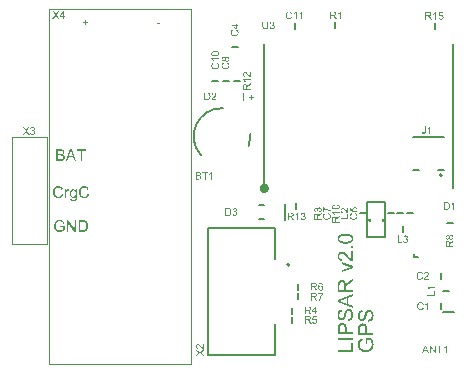
<source format=gto>
G04*
G04 #@! TF.GenerationSoftware,Altium Limited,Altium Designer,23.3.1 (30)*
G04*
G04 Layer_Color=65535*
%FSAX44Y44*%
%MOMM*%
G71*
G04*
G04 #@! TF.SameCoordinates,EEB403B8-57DA-4B53-8A1C-A64ED6DC22F4*
G04*
G04*
G04 #@! TF.FilePolarity,Positive*
G04*
G01*
G75*
%ADD10C,0.4064*%
%ADD11C,0.2000*%
%ADD12C,0.1270*%
%ADD13C,0.1500*%
%ADD14C,0.1300*%
%ADD15C,0.1000*%
G36*
X00311018Y00391530D02*
X00311137D01*
X00311389Y00391500D01*
X00311672Y00391455D01*
X00311999Y00391396D01*
X00312325Y00391307D01*
X00312652Y00391188D01*
X00312667D01*
X00312697Y00391173D01*
X00312742Y00391158D01*
X00312801Y00391129D01*
X00312950Y00391054D01*
X00313143Y00390935D01*
X00313366Y00390802D01*
X00313589Y00390638D01*
X00313811Y00390460D01*
X00314005Y00390237D01*
X00314019Y00390207D01*
X00314079Y00390133D01*
X00314168Y00389999D01*
X00314287Y00389806D01*
X00314406Y00389583D01*
X00314525Y00389316D01*
X00314643Y00389004D01*
X00314748Y00388647D01*
X00313574Y00388320D01*
Y00388335D01*
X00313559Y00388350D01*
X00313544Y00388439D01*
X00313484Y00388573D01*
X00313425Y00388751D01*
X00313351Y00388929D01*
X00313262Y00389123D01*
X00313158Y00389316D01*
X00313039Y00389494D01*
X00313024Y00389509D01*
X00312979Y00389568D01*
X00312905Y00389643D01*
X00312801Y00389747D01*
X00312667Y00389851D01*
X00312504Y00389970D01*
X00312325Y00390074D01*
X00312103Y00390178D01*
X00312073Y00390192D01*
X00311999Y00390222D01*
X00311865Y00390267D01*
X00311701Y00390311D01*
X00311508Y00390356D01*
X00311285Y00390401D01*
X00311033Y00390430D01*
X00310765Y00390445D01*
X00310617D01*
X00310453Y00390430D01*
X00310245Y00390415D01*
X00310007Y00390371D01*
X00309740Y00390326D01*
X00309487Y00390252D01*
X00309235Y00390163D01*
X00309205Y00390148D01*
X00309131Y00390118D01*
X00309012Y00390059D01*
X00308863Y00389970D01*
X00308700Y00389866D01*
X00308522Y00389747D01*
X00308358Y00389613D01*
X00308195Y00389450D01*
X00308180Y00389435D01*
X00308135Y00389375D01*
X00308061Y00389286D01*
X00307972Y00389167D01*
X00307868Y00389019D01*
X00307764Y00388855D01*
X00307675Y00388677D01*
X00307586Y00388484D01*
Y00388469D01*
X00307571Y00388439D01*
X00307556Y00388395D01*
X00307526Y00388320D01*
X00307496Y00388246D01*
X00307467Y00388142D01*
X00307407Y00387904D01*
X00307333Y00387607D01*
X00307273Y00387280D01*
X00307229Y00386909D01*
X00307214Y00386522D01*
Y00386507D01*
Y00386463D01*
Y00386403D01*
X00307229Y00386299D01*
Y00386195D01*
X00307244Y00386062D01*
X00307259Y00385913D01*
X00307273Y00385765D01*
X00307318Y00385408D01*
X00307407Y00385036D01*
X00307511Y00384680D01*
X00307660Y00384323D01*
Y00384308D01*
X00307675Y00384279D01*
X00307704Y00384234D01*
X00307749Y00384175D01*
X00307853Y00384026D01*
X00307987Y00383833D01*
X00308165Y00383625D01*
X00308388Y00383402D01*
X00308655Y00383194D01*
X00308953Y00383016D01*
X00308967D01*
X00308997Y00383001D01*
X00309042Y00382971D01*
X00309101Y00382956D01*
X00309175Y00382926D01*
X00309279Y00382882D01*
X00309502Y00382808D01*
X00309785Y00382733D01*
X00310082Y00382659D01*
X00310424Y00382614D01*
X00310780Y00382599D01*
X00310929D01*
X00311092Y00382614D01*
X00311300Y00382644D01*
X00311538Y00382674D01*
X00311820Y00382733D01*
X00312118Y00382808D01*
X00312415Y00382912D01*
X00312430D01*
X00312444Y00382926D01*
X00312489Y00382941D01*
X00312548Y00382971D01*
X00312697Y00383031D01*
X00312875Y00383120D01*
X00313068Y00383224D01*
X00313262Y00383343D01*
X00313455Y00383476D01*
X00313633Y00383610D01*
Y00385452D01*
X00310765D01*
Y00386597D01*
X00314896D01*
Y00382971D01*
X00314881Y00382956D01*
X00314851Y00382941D01*
X00314807Y00382897D01*
X00314733Y00382852D01*
X00314643Y00382778D01*
X00314540Y00382718D01*
X00314287Y00382540D01*
X00313990Y00382362D01*
X00313663Y00382169D01*
X00313291Y00381990D01*
X00312920Y00381827D01*
X00312905D01*
X00312875Y00381812D01*
X00312816Y00381797D01*
X00312742Y00381767D01*
X00312652Y00381738D01*
X00312548Y00381708D01*
X00312415Y00381678D01*
X00312281Y00381649D01*
X00311969Y00381574D01*
X00311627Y00381515D01*
X00311241Y00381470D01*
X00310854Y00381455D01*
X00310721D01*
X00310617Y00381470D01*
X00310483D01*
X00310334Y00381485D01*
X00310171Y00381500D01*
X00309993Y00381530D01*
X00309577Y00381604D01*
X00309146Y00381708D01*
X00308685Y00381857D01*
X00308239Y00382065D01*
X00308224Y00382080D01*
X00308195Y00382094D01*
X00308120Y00382124D01*
X00308046Y00382183D01*
X00307942Y00382243D01*
X00307838Y00382317D01*
X00307586Y00382510D01*
X00307288Y00382763D01*
X00307006Y00383075D01*
X00306724Y00383432D01*
X00306471Y00383833D01*
Y00383848D01*
X00306441Y00383892D01*
X00306412Y00383952D01*
X00306382Y00384041D01*
X00306337Y00384145D01*
X00306278Y00384279D01*
X00306233Y00384427D01*
X00306174Y00384605D01*
X00306114Y00384784D01*
X00306070Y00384992D01*
X00305966Y00385438D01*
X00305906Y00385928D01*
X00305877Y00386448D01*
Y00386463D01*
Y00386507D01*
Y00386582D01*
X00305891Y00386686D01*
Y00386819D01*
X00305906Y00386968D01*
X00305921Y00387132D01*
X00305951Y00387310D01*
X00306025Y00387726D01*
X00306129Y00388172D01*
X00306278Y00388647D01*
X00306471Y00389108D01*
Y00389123D01*
X00306501Y00389167D01*
X00306530Y00389227D01*
X00306575Y00389316D01*
X00306649Y00389420D01*
X00306724Y00389524D01*
X00306902Y00389806D01*
X00307155Y00390103D01*
X00307437Y00390401D01*
X00307794Y00390683D01*
X00307972Y00390817D01*
X00308180Y00390935D01*
X00308195D01*
X00308224Y00390965D01*
X00308299Y00390995D01*
X00308373Y00391025D01*
X00308477Y00391084D01*
X00308611Y00391129D01*
X00308759Y00391188D01*
X00308923Y00391247D01*
X00309101Y00391292D01*
X00309294Y00391352D01*
X00309740Y00391455D01*
X00310215Y00391515D01*
X00310750Y00391545D01*
X00310929D01*
X00311018Y00391530D01*
D02*
G37*
G36*
X00324465Y00381619D02*
X00323143D01*
X00318016Y00389286D01*
Y00381619D01*
X00316783D01*
Y00391381D01*
X00318091D01*
X00323232Y00383714D01*
Y00391381D01*
X00324465D01*
Y00381619D01*
D02*
G37*
G36*
X00330632Y00391366D02*
X00330899Y00391352D01*
X00331196Y00391322D01*
X00331479Y00391277D01*
X00331716Y00391233D01*
X00331731D01*
X00331761Y00391218D01*
X00331791D01*
X00331850Y00391188D01*
X00332014Y00391143D01*
X00332207Y00391069D01*
X00332430Y00390980D01*
X00332668Y00390861D01*
X00332905Y00390713D01*
X00333143Y00390534D01*
X00333158D01*
X00333173Y00390504D01*
X00333277Y00390415D01*
X00333410Y00390267D01*
X00333574Y00390074D01*
X00333767Y00389836D01*
X00333960Y00389554D01*
X00334138Y00389227D01*
X00334302Y00388855D01*
Y00388840D01*
X00334317Y00388811D01*
X00334332Y00388751D01*
X00334361Y00388677D01*
X00334391Y00388588D01*
X00334421Y00388469D01*
X00334465Y00388335D01*
X00334495Y00388186D01*
X00334525Y00388023D01*
X00334569Y00387845D01*
X00334629Y00387458D01*
X00334673Y00387028D01*
X00334688Y00386552D01*
Y00386537D01*
Y00386507D01*
Y00386448D01*
Y00386359D01*
X00334673Y00386270D01*
Y00386151D01*
X00334659Y00385883D01*
X00334629Y00385586D01*
X00334569Y00385244D01*
X00334510Y00384903D01*
X00334421Y00384576D01*
Y00384561D01*
X00334406Y00384531D01*
X00334391Y00384487D01*
X00334376Y00384427D01*
X00334317Y00384279D01*
X00334243Y00384071D01*
X00334153Y00383848D01*
X00334035Y00383610D01*
X00333901Y00383372D01*
X00333752Y00383149D01*
X00333737Y00383120D01*
X00333678Y00383060D01*
X00333604Y00382956D01*
X00333485Y00382822D01*
X00333366Y00382689D01*
X00333202Y00382540D01*
X00333039Y00382392D01*
X00332861Y00382258D01*
X00332846Y00382243D01*
X00332771Y00382213D01*
X00332668Y00382154D01*
X00332534Y00382080D01*
X00332370Y00382005D01*
X00332177Y00381931D01*
X00331954Y00381857D01*
X00331702Y00381782D01*
X00331672D01*
X00331583Y00381753D01*
X00331449Y00381738D01*
X00331256Y00381708D01*
X00331033Y00381678D01*
X00330765Y00381649D01*
X00330468Y00381634D01*
X00330141Y00381619D01*
X00326635D01*
Y00391381D01*
X00330379D01*
X00330632Y00391366D01*
D02*
G37*
G36*
X00331791Y00420178D02*
X00331910Y00420163D01*
X00332058Y00420148D01*
X00332222Y00420133D01*
X00332400Y00420103D01*
X00332786Y00420014D01*
X00333202Y00419880D01*
X00333410Y00419791D01*
X00333618Y00419687D01*
X00333812Y00419568D01*
X00334005Y00419435D01*
X00334020Y00419420D01*
X00334049Y00419405D01*
X00334094Y00419360D01*
X00334168Y00419301D01*
X00334243Y00419227D01*
X00334347Y00419123D01*
X00334450Y00419019D01*
X00334555Y00418900D01*
X00334673Y00418751D01*
X00334777Y00418603D01*
X00334896Y00418424D01*
X00335015Y00418231D01*
X00335119Y00418038D01*
X00335223Y00417815D01*
X00335401Y00417340D01*
X00334124Y00417042D01*
Y00417057D01*
X00334109Y00417087D01*
X00334094Y00417146D01*
X00334064Y00417221D01*
X00334020Y00417310D01*
X00333975Y00417414D01*
X00333871Y00417637D01*
X00333737Y00417889D01*
X00333559Y00418157D01*
X00333366Y00418395D01*
X00333128Y00418603D01*
X00333098Y00418617D01*
X00333009Y00418677D01*
X00332876Y00418751D01*
X00332682Y00418855D01*
X00332459Y00418944D01*
X00332177Y00419019D01*
X00331865Y00419078D01*
X00331508Y00419093D01*
X00331404D01*
X00331330Y00419078D01*
X00331226D01*
X00331122Y00419063D01*
X00330855Y00419019D01*
X00330558Y00418959D01*
X00330245Y00418855D01*
X00329933Y00418721D01*
X00329636Y00418543D01*
X00329621D01*
X00329607Y00418513D01*
X00329517Y00418439D01*
X00329384Y00418320D01*
X00329220Y00418157D01*
X00329057Y00417949D01*
X00328878Y00417711D01*
X00328715Y00417414D01*
X00328581Y00417087D01*
Y00417072D01*
X00328566Y00417042D01*
X00328551Y00416998D01*
X00328537Y00416923D01*
X00328507Y00416849D01*
X00328492Y00416745D01*
X00328433Y00416507D01*
X00328373Y00416225D01*
X00328329Y00415913D01*
X00328299Y00415571D01*
X00328284Y00415215D01*
Y00415200D01*
Y00415155D01*
Y00415096D01*
Y00415007D01*
X00328299Y00414903D01*
Y00414769D01*
X00328314Y00414635D01*
X00328329Y00414487D01*
X00328373Y00414145D01*
X00328433Y00413773D01*
X00328522Y00413402D01*
X00328641Y00413045D01*
Y00413030D01*
X00328656Y00413001D01*
X00328685Y00412956D01*
X00328715Y00412897D01*
X00328789Y00412718D01*
X00328908Y00412525D01*
X00329072Y00412287D01*
X00329265Y00412065D01*
X00329488Y00411842D01*
X00329755Y00411649D01*
X00329770D01*
X00329785Y00411634D01*
X00329829Y00411604D01*
X00329889Y00411574D01*
X00330052Y00411515D01*
X00330260Y00411426D01*
X00330498Y00411351D01*
X00330780Y00411277D01*
X00331092Y00411218D01*
X00331419Y00411203D01*
X00331523D01*
X00331598Y00411218D01*
X00331687D01*
X00331806Y00411232D01*
X00332058Y00411277D01*
X00332341Y00411351D01*
X00332653Y00411470D01*
X00332950Y00411619D01*
X00333247Y00411827D01*
X00333262Y00411842D01*
X00333277Y00411857D01*
X00333366Y00411946D01*
X00333500Y00412094D01*
X00333663Y00412287D01*
X00333826Y00412555D01*
X00334005Y00412867D01*
X00334153Y00413253D01*
X00334272Y00413684D01*
X00335565Y00413357D01*
Y00413343D01*
X00335550Y00413283D01*
X00335520Y00413209D01*
X00335491Y00413090D01*
X00335431Y00412971D01*
X00335372Y00412808D01*
X00335312Y00412644D01*
X00335223Y00412466D01*
X00335030Y00412065D01*
X00334763Y00411663D01*
X00334465Y00411277D01*
X00334287Y00411099D01*
X00334094Y00410935D01*
X00334079Y00410920D01*
X00334049Y00410906D01*
X00333990Y00410861D01*
X00333901Y00410802D01*
X00333797Y00410742D01*
X00333678Y00410668D01*
X00333544Y00410594D01*
X00333381Y00410519D01*
X00333202Y00410445D01*
X00333009Y00410371D01*
X00332786Y00410296D01*
X00332563Y00410237D01*
X00332073Y00410133D01*
X00331806Y00410118D01*
X00331523Y00410103D01*
X00331375D01*
X00331256Y00410118D01*
X00331122D01*
X00330974Y00410133D01*
X00330795Y00410163D01*
X00330617Y00410177D01*
X00330201Y00410267D01*
X00329770Y00410371D01*
X00329354Y00410534D01*
X00329146Y00410623D01*
X00328953Y00410742D01*
X00328938Y00410757D01*
X00328908Y00410772D01*
X00328864Y00410816D01*
X00328789Y00410861D01*
X00328611Y00411010D01*
X00328403Y00411218D01*
X00328150Y00411470D01*
X00327913Y00411797D01*
X00327660Y00412169D01*
X00327452Y00412599D01*
Y00412614D01*
X00327437Y00412659D01*
X00327407Y00412718D01*
X00327378Y00412808D01*
X00327333Y00412926D01*
X00327289Y00413060D01*
X00327244Y00413209D01*
X00327199Y00413387D01*
X00327155Y00413565D01*
X00327110Y00413773D01*
X00327021Y00414219D01*
X00326962Y00414695D01*
X00326947Y00415215D01*
Y00415230D01*
Y00415289D01*
Y00415363D01*
X00326962Y00415467D01*
Y00415601D01*
X00326977Y00415765D01*
X00326991Y00415928D01*
X00327021Y00416121D01*
X00327095Y00416537D01*
X00327184Y00416983D01*
X00327333Y00417444D01*
X00327526Y00417874D01*
Y00417889D01*
X00327556Y00417919D01*
X00327586Y00417979D01*
X00327630Y00418068D01*
X00327690Y00418157D01*
X00327764Y00418261D01*
X00327957Y00418513D01*
X00328180Y00418796D01*
X00328462Y00419078D01*
X00328804Y00419360D01*
X00329176Y00419598D01*
X00329190D01*
X00329220Y00419628D01*
X00329280Y00419658D01*
X00329369Y00419687D01*
X00329458Y00419732D01*
X00329577Y00419791D01*
X00329725Y00419836D01*
X00329874Y00419895D01*
X00330037Y00419955D01*
X00330216Y00419999D01*
X00330617Y00420103D01*
X00331063Y00420163D01*
X00331538Y00420192D01*
X00331687D01*
X00331791Y00420178D01*
D02*
G37*
G36*
X00309844D02*
X00309963Y00420163D01*
X00310112Y00420148D01*
X00310275Y00420133D01*
X00310453Y00420103D01*
X00310840Y00420014D01*
X00311256Y00419880D01*
X00311464Y00419791D01*
X00311672Y00419687D01*
X00311865Y00419568D01*
X00312058Y00419435D01*
X00312073Y00419420D01*
X00312103Y00419405D01*
X00312147Y00419360D01*
X00312222Y00419301D01*
X00312296Y00419227D01*
X00312400Y00419123D01*
X00312504Y00419019D01*
X00312608Y00418900D01*
X00312727Y00418751D01*
X00312831Y00418603D01*
X00312950Y00418424D01*
X00313068Y00418231D01*
X00313172Y00418038D01*
X00313277Y00417815D01*
X00313455Y00417340D01*
X00312177Y00417042D01*
Y00417057D01*
X00312162Y00417087D01*
X00312147Y00417146D01*
X00312118Y00417221D01*
X00312073Y00417310D01*
X00312028Y00417414D01*
X00311924Y00417637D01*
X00311791Y00417889D01*
X00311612Y00418157D01*
X00311419Y00418395D01*
X00311181Y00418603D01*
X00311152Y00418617D01*
X00311063Y00418677D01*
X00310929Y00418751D01*
X00310736Y00418855D01*
X00310513Y00418944D01*
X00310230Y00419019D01*
X00309918Y00419078D01*
X00309562Y00419093D01*
X00309458D01*
X00309383Y00419078D01*
X00309279D01*
X00309175Y00419063D01*
X00308908Y00419019D01*
X00308611Y00418959D01*
X00308299Y00418855D01*
X00307987Y00418721D01*
X00307689Y00418543D01*
X00307675D01*
X00307660Y00418513D01*
X00307571Y00418439D01*
X00307437Y00418320D01*
X00307273Y00418157D01*
X00307110Y00417949D01*
X00306932Y00417711D01*
X00306768Y00417414D01*
X00306635Y00417087D01*
Y00417072D01*
X00306620Y00417042D01*
X00306605Y00416998D01*
X00306590Y00416923D01*
X00306560Y00416849D01*
X00306545Y00416745D01*
X00306486Y00416507D01*
X00306427Y00416225D01*
X00306382Y00415913D01*
X00306352Y00415571D01*
X00306337Y00415215D01*
Y00415200D01*
Y00415155D01*
Y00415096D01*
Y00415007D01*
X00306352Y00414903D01*
Y00414769D01*
X00306367Y00414635D01*
X00306382Y00414487D01*
X00306427Y00414145D01*
X00306486Y00413773D01*
X00306575Y00413402D01*
X00306694Y00413045D01*
Y00413030D01*
X00306709Y00413001D01*
X00306738Y00412956D01*
X00306768Y00412897D01*
X00306842Y00412718D01*
X00306961Y00412525D01*
X00307125Y00412287D01*
X00307318Y00412065D01*
X00307541Y00411842D01*
X00307808Y00411649D01*
X00307823D01*
X00307838Y00411634D01*
X00307883Y00411604D01*
X00307942Y00411574D01*
X00308106Y00411515D01*
X00308314Y00411426D01*
X00308551Y00411351D01*
X00308834Y00411277D01*
X00309146Y00411218D01*
X00309473Y00411203D01*
X00309577D01*
X00309651Y00411218D01*
X00309740D01*
X00309859Y00411232D01*
X00310112Y00411277D01*
X00310394Y00411351D01*
X00310706Y00411470D01*
X00311003Y00411619D01*
X00311300Y00411827D01*
X00311315Y00411842D01*
X00311330Y00411857D01*
X00311419Y00411946D01*
X00311553Y00412094D01*
X00311716Y00412287D01*
X00311880Y00412555D01*
X00312058Y00412867D01*
X00312207Y00413253D01*
X00312325Y00413684D01*
X00313618Y00413357D01*
Y00413343D01*
X00313603Y00413283D01*
X00313574Y00413209D01*
X00313544Y00413090D01*
X00313484Y00412971D01*
X00313425Y00412808D01*
X00313366Y00412644D01*
X00313277Y00412466D01*
X00313083Y00412065D01*
X00312816Y00411663D01*
X00312519Y00411277D01*
X00312340Y00411099D01*
X00312147Y00410935D01*
X00312132Y00410920D01*
X00312103Y00410906D01*
X00312043Y00410861D01*
X00311954Y00410802D01*
X00311850Y00410742D01*
X00311731Y00410668D01*
X00311597Y00410594D01*
X00311434Y00410519D01*
X00311256Y00410445D01*
X00311063Y00410371D01*
X00310840Y00410296D01*
X00310617Y00410237D01*
X00310126Y00410133D01*
X00309859Y00410118D01*
X00309577Y00410103D01*
X00309428D01*
X00309309Y00410118D01*
X00309175D01*
X00309027Y00410133D01*
X00308848Y00410163D01*
X00308670Y00410177D01*
X00308254Y00410267D01*
X00307823Y00410371D01*
X00307407Y00410534D01*
X00307199Y00410623D01*
X00307006Y00410742D01*
X00306991Y00410757D01*
X00306961Y00410772D01*
X00306917Y00410816D01*
X00306842Y00410861D01*
X00306664Y00411010D01*
X00306456Y00411218D01*
X00306204Y00411470D01*
X00305966Y00411797D01*
X00305713Y00412169D01*
X00305505Y00412599D01*
Y00412614D01*
X00305490Y00412659D01*
X00305461Y00412718D01*
X00305431Y00412808D01*
X00305386Y00412926D01*
X00305342Y00413060D01*
X00305297Y00413209D01*
X00305253Y00413387D01*
X00305208Y00413565D01*
X00305163Y00413773D01*
X00305074Y00414219D01*
X00305015Y00414695D01*
X00305000Y00415215D01*
Y00415230D01*
Y00415289D01*
Y00415363D01*
X00305015Y00415467D01*
Y00415601D01*
X00305030Y00415765D01*
X00305045Y00415928D01*
X00305074Y00416121D01*
X00305149Y00416537D01*
X00305238Y00416983D01*
X00305386Y00417444D01*
X00305579Y00417874D01*
Y00417889D01*
X00305609Y00417919D01*
X00305639Y00417979D01*
X00305683Y00418068D01*
X00305743Y00418157D01*
X00305817Y00418261D01*
X00306010Y00418513D01*
X00306233Y00418796D01*
X00306516Y00419078D01*
X00306857Y00419360D01*
X00307229Y00419598D01*
X00307244D01*
X00307273Y00419628D01*
X00307333Y00419658D01*
X00307422Y00419687D01*
X00307511Y00419732D01*
X00307630Y00419791D01*
X00307779Y00419836D01*
X00307927Y00419895D01*
X00308091Y00419955D01*
X00308269Y00419999D01*
X00308670Y00420103D01*
X00309116Y00420163D01*
X00309591Y00420192D01*
X00309740D01*
X00309844Y00420178D01*
D02*
G37*
G36*
X00317868Y00417488D02*
X00318031Y00417458D01*
X00318210Y00417399D01*
X00318418Y00417340D01*
X00318641Y00417235D01*
X00318878Y00417102D01*
X00318447Y00416002D01*
X00318433Y00416017D01*
X00318373Y00416047D01*
X00318284Y00416091D01*
X00318180Y00416136D01*
X00318046Y00416180D01*
X00317898Y00416225D01*
X00317734Y00416255D01*
X00317571Y00416270D01*
X00317511D01*
X00317437Y00416255D01*
X00317333Y00416240D01*
X00317229Y00416210D01*
X00317110Y00416166D01*
X00316991Y00416106D01*
X00316872Y00416032D01*
X00316857Y00416017D01*
X00316828Y00415987D01*
X00316768Y00415928D01*
X00316709Y00415854D01*
X00316635Y00415765D01*
X00316560Y00415646D01*
X00316501Y00415512D01*
X00316441Y00415363D01*
X00316427Y00415334D01*
X00316412Y00415259D01*
X00316382Y00415126D01*
X00316352Y00414947D01*
X00316308Y00414739D01*
X00316278Y00414501D01*
X00316263Y00414249D01*
X00316248Y00413967D01*
Y00410267D01*
X00315045D01*
Y00417340D01*
X00316129D01*
Y00416285D01*
X00316144Y00416299D01*
X00316204Y00416389D01*
X00316278Y00416522D01*
X00316367Y00416671D01*
X00316486Y00416834D01*
X00316620Y00416998D01*
X00316739Y00417146D01*
X00316872Y00417250D01*
X00316887Y00417265D01*
X00316932Y00417295D01*
X00317006Y00417325D01*
X00317110Y00417384D01*
X00317214Y00417429D01*
X00317348Y00417458D01*
X00317496Y00417488D01*
X00317645Y00417503D01*
X00317749D01*
X00317868Y00417488D01*
D02*
G37*
G36*
X00322385D02*
X00322489Y00417473D01*
X00322623Y00417444D01*
X00322905Y00417369D01*
X00323069Y00417325D01*
X00323232Y00417250D01*
X00323410Y00417176D01*
X00323589Y00417072D01*
X00323752Y00416953D01*
X00323930Y00416819D01*
X00324094Y00416656D01*
X00324242Y00416478D01*
Y00417340D01*
X00325342D01*
Y00411218D01*
Y00411203D01*
Y00411143D01*
Y00411069D01*
Y00410950D01*
X00325327Y00410816D01*
Y00410668D01*
X00325312Y00410490D01*
X00325297Y00410311D01*
X00325253Y00409940D01*
X00325193Y00409553D01*
X00325119Y00409197D01*
X00325060Y00409033D01*
X00325000Y00408900D01*
Y00408885D01*
X00324985Y00408870D01*
X00324941Y00408781D01*
X00324852Y00408662D01*
X00324748Y00408498D01*
X00324599Y00408320D01*
X00324421Y00408142D01*
X00324198Y00407963D01*
X00323945Y00407800D01*
X00323930D01*
X00323915Y00407785D01*
X00323871Y00407770D01*
X00323811Y00407741D01*
X00323663Y00407666D01*
X00323455Y00407607D01*
X00323187Y00407533D01*
X00322875Y00407458D01*
X00322534Y00407414D01*
X00322147Y00407399D01*
X00322028D01*
X00321939Y00407414D01*
X00321835D01*
X00321702Y00407429D01*
X00321419Y00407473D01*
X00321092Y00407547D01*
X00320751Y00407637D01*
X00320409Y00407785D01*
X00320097Y00407978D01*
X00320082D01*
X00320067Y00408008D01*
X00319978Y00408082D01*
X00319859Y00408216D01*
X00319710Y00408409D01*
X00319577Y00408647D01*
X00319458Y00408944D01*
X00319384Y00409286D01*
X00319354Y00409479D01*
Y00409687D01*
X00320513Y00409524D01*
Y00409494D01*
X00320528Y00409435D01*
X00320557Y00409345D01*
X00320587Y00409226D01*
X00320647Y00409093D01*
X00320721Y00408959D01*
X00320810Y00408840D01*
X00320929Y00408736D01*
X00320944Y00408721D01*
X00321018Y00408677D01*
X00321107Y00408632D01*
X00321256Y00408573D01*
X00321419Y00408498D01*
X00321627Y00408454D01*
X00321880Y00408409D01*
X00322147Y00408394D01*
X00322281D01*
X00322430Y00408409D01*
X00322623Y00408439D01*
X00322831Y00408484D01*
X00323039Y00408543D01*
X00323247Y00408617D01*
X00323425Y00408736D01*
X00323440Y00408751D01*
X00323499Y00408796D01*
X00323574Y00408870D01*
X00323678Y00408974D01*
X00323782Y00409108D01*
X00323871Y00409256D01*
X00323960Y00409449D01*
X00324034Y00409657D01*
Y00409672D01*
X00324049Y00409732D01*
X00324064Y00409836D01*
X00324079Y00409984D01*
X00324109Y00410192D01*
Y00410326D01*
X00324123Y00410460D01*
Y00410623D01*
Y00410787D01*
Y00410980D01*
Y00411188D01*
X00324109Y00411173D01*
X00324094Y00411143D01*
X00324049Y00411099D01*
X00323990Y00411039D01*
X00323901Y00410980D01*
X00323811Y00410891D01*
X00323589Y00410727D01*
X00323306Y00410564D01*
X00322965Y00410415D01*
X00322786Y00410356D01*
X00322593Y00410311D01*
X00322385Y00410281D01*
X00322177Y00410267D01*
X00322043D01*
X00321939Y00410281D01*
X00321820Y00410296D01*
X00321672Y00410326D01*
X00321523Y00410356D01*
X00321345Y00410400D01*
X00321167Y00410445D01*
X00320988Y00410519D01*
X00320795Y00410608D01*
X00320617Y00410712D01*
X00320424Y00410831D01*
X00320245Y00410965D01*
X00320082Y00411129D01*
X00319918Y00411307D01*
X00319904Y00411322D01*
X00319889Y00411351D01*
X00319844Y00411411D01*
X00319800Y00411500D01*
X00319740Y00411604D01*
X00319666Y00411723D01*
X00319592Y00411857D01*
X00319517Y00412020D01*
X00319443Y00412198D01*
X00319369Y00412392D01*
X00319309Y00412599D01*
X00319235Y00412822D01*
X00319146Y00413298D01*
X00319131Y00413565D01*
X00319116Y00413833D01*
Y00413848D01*
Y00413877D01*
Y00413937D01*
Y00414011D01*
X00319131Y00414100D01*
Y00414204D01*
X00319161Y00414442D01*
X00319205Y00414739D01*
X00319265Y00415051D01*
X00319354Y00415378D01*
X00319473Y00415705D01*
Y00415720D01*
X00319487Y00415750D01*
X00319517Y00415794D01*
X00319547Y00415854D01*
X00319621Y00416002D01*
X00319740Y00416195D01*
X00319904Y00416403D01*
X00320082Y00416626D01*
X00320290Y00416834D01*
X00320542Y00417028D01*
X00320557D01*
X00320572Y00417042D01*
X00320617Y00417072D01*
X00320661Y00417102D01*
X00320810Y00417176D01*
X00321003Y00417265D01*
X00321256Y00417354D01*
X00321523Y00417429D01*
X00321835Y00417488D01*
X00322177Y00417503D01*
X00322296D01*
X00322385Y00417488D01*
D02*
G37*
G36*
X00332898Y00450237D02*
X00329688D01*
Y00441619D01*
X00328396D01*
Y00450237D01*
X00325186D01*
Y00451381D01*
X00332898D01*
Y00450237D01*
D02*
G37*
G36*
X00324859Y00441619D02*
X00323403D01*
X00322274Y00444576D01*
X00318172D01*
X00317118Y00441619D01*
X00315751D01*
X00319480Y00451381D01*
X00320892D01*
X00324859Y00441619D01*
D02*
G37*
G36*
X00311605Y00451366D02*
X00311709D01*
X00311961Y00451352D01*
X00312244Y00451307D01*
X00312541Y00451262D01*
X00312838Y00451188D01*
X00313106Y00451084D01*
X00313120D01*
X00313135Y00451069D01*
X00313224Y00451025D01*
X00313343Y00450950D01*
X00313492Y00450861D01*
X00313670Y00450727D01*
X00313848Y00450564D01*
X00314012Y00450386D01*
X00314175Y00450163D01*
X00314190Y00450133D01*
X00314235Y00450059D01*
X00314294Y00449925D01*
X00314369Y00449762D01*
X00314443Y00449568D01*
X00314502Y00449360D01*
X00314547Y00449123D01*
X00314562Y00448870D01*
Y00448840D01*
Y00448766D01*
X00314547Y00448647D01*
X00314517Y00448484D01*
X00314473Y00448305D01*
X00314413Y00448112D01*
X00314339Y00447889D01*
X00314220Y00447681D01*
X00314205Y00447652D01*
X00314161Y00447592D01*
X00314071Y00447488D01*
X00313967Y00447369D01*
X00313819Y00447221D01*
X00313640Y00447087D01*
X00313433Y00446938D01*
X00313180Y00446805D01*
X00313195D01*
X00313224Y00446790D01*
X00313269Y00446775D01*
X00313328Y00446760D01*
X00313492Y00446686D01*
X00313685Y00446597D01*
X00313908Y00446463D01*
X00314131Y00446314D01*
X00314354Y00446136D01*
X00314547Y00445913D01*
X00314562Y00445883D01*
X00314621Y00445809D01*
X00314695Y00445675D01*
X00314799Y00445497D01*
X00314889Y00445274D01*
X00314963Y00445036D01*
X00315022Y00444754D01*
X00315037Y00444442D01*
Y00444412D01*
Y00444323D01*
X00315022Y00444189D01*
X00315007Y00444026D01*
X00314963Y00443833D01*
X00314918Y00443610D01*
X00314844Y00443387D01*
X00314740Y00443164D01*
X00314725Y00443134D01*
X00314695Y00443060D01*
X00314621Y00442956D01*
X00314547Y00442822D01*
X00314443Y00442674D01*
X00314324Y00442525D01*
X00314175Y00442377D01*
X00314027Y00442243D01*
X00314012Y00442228D01*
X00313953Y00442198D01*
X00313863Y00442139D01*
X00313730Y00442065D01*
X00313581Y00441990D01*
X00313388Y00441916D01*
X00313180Y00441842D01*
X00312957Y00441767D01*
X00312927D01*
X00312838Y00441738D01*
X00312704Y00441723D01*
X00312526Y00441693D01*
X00312288Y00441663D01*
X00312021Y00441648D01*
X00311724Y00441619D01*
X00307667D01*
Y00451381D01*
X00311501D01*
X00311605Y00451366D01*
D02*
G37*
G36*
X00473237Y00495271D02*
X00474983D01*
Y00494539D01*
X00473237D01*
Y00492784D01*
X00472496D01*
Y00494539D01*
X00470750D01*
Y00495271D01*
X00472496D01*
Y00497017D01*
X00473237D01*
Y00495271D01*
D02*
G37*
G36*
X00572920Y00315658D02*
X00573173Y00315619D01*
X00573466Y00315560D01*
X00573798Y00315443D01*
X00574149Y00315306D01*
X00574481Y00315111D01*
X00574520Y00315092D01*
X00574636Y00314994D01*
X00574793Y00314877D01*
X00574988Y00314682D01*
X00575222Y00314448D01*
X00575456Y00314156D01*
X00575670Y00313804D01*
X00575885Y00313414D01*
Y00313395D01*
X00575905Y00313356D01*
X00575924Y00313297D01*
X00575963Y00313219D01*
X00576002Y00313122D01*
X00576041Y00313005D01*
X00576119Y00312693D01*
X00576217Y00312341D01*
X00576295Y00311912D01*
X00576353Y00311464D01*
X00576373Y00310956D01*
Y00310664D01*
X00576353Y00310527D01*
Y00310352D01*
X00576334Y00310157D01*
X00576314Y00309942D01*
X00576256Y00309493D01*
X00576158Y00309006D01*
X00576041Y00308518D01*
X00575885Y00308050D01*
Y00308030D01*
X00575866Y00307991D01*
X00575826Y00307933D01*
X00575787Y00307855D01*
X00575670Y00307640D01*
X00575495Y00307387D01*
X00575280Y00307075D01*
X00575027Y00306782D01*
X00574715Y00306470D01*
X00574363Y00306197D01*
X00574344D01*
X00574324Y00306177D01*
X00574266Y00306138D01*
X00574188Y00306099D01*
X00574090Y00306041D01*
X00573973Y00305982D01*
X00573681Y00305865D01*
X00573349Y00305748D01*
X00572939Y00305631D01*
X00572510Y00305553D01*
X00572042Y00305514D01*
X00571906Y00307113D01*
X00571925D01*
X00571945D01*
X00572062Y00307133D01*
X00572237Y00307172D01*
X00572471Y00307211D01*
X00572725Y00307289D01*
X00572998Y00307367D01*
X00573251Y00307484D01*
X00573505Y00307621D01*
X00573525Y00307640D01*
X00573603Y00307699D01*
X00573720Y00307796D01*
X00573856Y00307952D01*
X00574012Y00308128D01*
X00574188Y00308342D01*
X00574344Y00308615D01*
X00574500Y00308908D01*
Y00308928D01*
X00574520Y00308947D01*
X00574558Y00309064D01*
X00574617Y00309240D01*
X00574675Y00309493D01*
X00574754Y00309767D01*
X00574812Y00310118D01*
X00574851Y00310488D01*
X00574871Y00310878D01*
Y00311034D01*
X00574851Y00311229D01*
X00574832Y00311444D01*
X00574812Y00311717D01*
X00574754Y00311990D01*
X00574695Y00312283D01*
X00574598Y00312575D01*
X00574578Y00312614D01*
X00574539Y00312693D01*
X00574481Y00312829D01*
X00574383Y00312985D01*
X00574266Y00313180D01*
X00574129Y00313356D01*
X00573973Y00313531D01*
X00573798Y00313687D01*
X00573778Y00313707D01*
X00573700Y00313746D01*
X00573603Y00313804D01*
X00573466Y00313883D01*
X00573310Y00313941D01*
X00573115Y00314000D01*
X00572920Y00314039D01*
X00572705Y00314058D01*
X00572686D01*
X00572608D01*
X00572491Y00314039D01*
X00572354Y00314019D01*
X00572179Y00313980D01*
X00572003Y00313902D01*
X00571828Y00313824D01*
X00571652Y00313707D01*
X00571632Y00313687D01*
X00571574Y00313648D01*
X00571496Y00313551D01*
X00571379Y00313434D01*
X00571262Y00313278D01*
X00571145Y00313083D01*
X00571008Y00312829D01*
X00570891Y00312556D01*
X00570872Y00312537D01*
X00570852Y00312458D01*
X00570813Y00312302D01*
X00570774Y00312205D01*
X00570735Y00312088D01*
X00570696Y00311932D01*
X00570657Y00311776D01*
X00570598Y00311581D01*
X00570540Y00311386D01*
X00570481Y00311152D01*
X00570423Y00310878D01*
X00570345Y00310586D01*
X00570267Y00310274D01*
Y00310254D01*
X00570247Y00310196D01*
X00570228Y00310098D01*
X00570189Y00309981D01*
X00570150Y00309844D01*
X00570111Y00309688D01*
X00570013Y00309318D01*
X00569877Y00308908D01*
X00569740Y00308498D01*
X00569604Y00308128D01*
X00569545Y00307952D01*
X00569467Y00307816D01*
Y00307796D01*
X00569448Y00307777D01*
X00569370Y00307660D01*
X00569272Y00307504D01*
X00569136Y00307309D01*
X00568960Y00307075D01*
X00568765Y00306860D01*
X00568531Y00306645D01*
X00568277Y00306450D01*
X00568238Y00306431D01*
X00568141Y00306372D01*
X00568004Y00306314D01*
X00567809Y00306236D01*
X00567575Y00306138D01*
X00567302Y00306080D01*
X00566990Y00306021D01*
X00566678Y00306002D01*
X00566658D01*
X00566639D01*
X00566580D01*
X00566502D01*
X00566326Y00306041D01*
X00566092Y00306080D01*
X00565800Y00306138D01*
X00565507Y00306236D01*
X00565176Y00306372D01*
X00564863Y00306548D01*
X00564844D01*
X00564824Y00306567D01*
X00564727Y00306645D01*
X00564571Y00306782D01*
X00564376Y00306957D01*
X00564181Y00307172D01*
X00563966Y00307445D01*
X00563751Y00307777D01*
X00563576Y00308147D01*
Y00308167D01*
X00563556Y00308186D01*
X00563537Y00308245D01*
X00563498Y00308342D01*
X00563478Y00308440D01*
X00563439Y00308557D01*
X00563342Y00308830D01*
X00563264Y00309181D01*
X00563205Y00309571D01*
X00563147Y00310020D01*
X00563127Y00310488D01*
Y00310722D01*
X00563147Y00310859D01*
Y00310995D01*
X00563186Y00311327D01*
X00563244Y00311717D01*
X00563322Y00312146D01*
X00563439Y00312575D01*
X00563595Y00312985D01*
Y00313005D01*
X00563615Y00313024D01*
X00563634Y00313083D01*
X00563674Y00313161D01*
X00563791Y00313356D01*
X00563927Y00313609D01*
X00564122Y00313883D01*
X00564356Y00314156D01*
X00564629Y00314429D01*
X00564941Y00314663D01*
X00564981Y00314682D01*
X00565098Y00314760D01*
X00565293Y00314858D01*
X00565527Y00314955D01*
X00565819Y00315072D01*
X00566170Y00315189D01*
X00566541Y00315268D01*
X00566951Y00315306D01*
X00567068Y00313687D01*
X00567048D01*
X00567009D01*
X00566951Y00313668D01*
X00566873Y00313648D01*
X00566658Y00313609D01*
X00566385Y00313531D01*
X00566092Y00313414D01*
X00565800Y00313258D01*
X00565507Y00313044D01*
X00565254Y00312790D01*
X00565234Y00312751D01*
X00565156Y00312654D01*
X00565059Y00312478D01*
X00564941Y00312244D01*
X00564824Y00311932D01*
X00564727Y00311542D01*
X00564649Y00311093D01*
X00564629Y00310566D01*
Y00310313D01*
X00564649Y00310196D01*
Y00310040D01*
X00564707Y00309708D01*
X00564766Y00309337D01*
X00564863Y00308967D01*
X00565000Y00308615D01*
X00565098Y00308459D01*
X00565195Y00308323D01*
X00565215Y00308303D01*
X00565293Y00308225D01*
X00565410Y00308108D01*
X00565585Y00307991D01*
X00565780Y00307855D01*
X00566014Y00307757D01*
X00566268Y00307679D01*
X00566561Y00307640D01*
X00566600D01*
X00566678D01*
X00566814Y00307660D01*
X00566970Y00307699D01*
X00567146Y00307757D01*
X00567341Y00307855D01*
X00567516Y00307972D01*
X00567692Y00308128D01*
X00567711Y00308147D01*
X00567770Y00308245D01*
X00567809Y00308303D01*
X00567868Y00308382D01*
X00567906Y00308498D01*
X00567965Y00308635D01*
X00568043Y00308791D01*
X00568121Y00308967D01*
X00568180Y00309162D01*
X00568258Y00309396D01*
X00568355Y00309669D01*
X00568433Y00309961D01*
X00568511Y00310293D01*
X00568609Y00310664D01*
Y00310683D01*
X00568628Y00310761D01*
X00568648Y00310859D01*
X00568687Y00310995D01*
X00568726Y00311171D01*
X00568784Y00311366D01*
X00568882Y00311795D01*
X00569018Y00312263D01*
X00569155Y00312732D01*
X00569213Y00312966D01*
X00569291Y00313161D01*
X00569370Y00313356D01*
X00569428Y00313512D01*
Y00313531D01*
X00569448Y00313570D01*
X00569487Y00313609D01*
X00569526Y00313687D01*
X00569643Y00313883D01*
X00569779Y00314136D01*
X00569974Y00314409D01*
X00570208Y00314682D01*
X00570462Y00314936D01*
X00570735Y00315150D01*
X00570774Y00315170D01*
X00570872Y00315229D01*
X00571028Y00315326D01*
X00571262Y00315424D01*
X00571515Y00315521D01*
X00571828Y00315619D01*
X00572179Y00315677D01*
X00572549Y00315697D01*
X00572569D01*
X00572588D01*
X00572647D01*
X00572725D01*
X00572920Y00315658D01*
D02*
G37*
G36*
X00567321Y00303895D02*
X00567458Y00303875D01*
X00567633Y00303856D01*
X00567809Y00303836D01*
X00568004Y00303778D01*
X00568453Y00303661D01*
X00568901Y00303466D01*
X00569136Y00303349D01*
X00569370Y00303212D01*
X00569604Y00303056D01*
X00569818Y00302861D01*
X00569838Y00302841D01*
X00569857Y00302802D01*
X00569916Y00302744D01*
X00569994Y00302666D01*
X00570072Y00302529D01*
X00570169Y00302393D01*
X00570267Y00302217D01*
X00570364Y00302003D01*
X00570481Y00301768D01*
X00570579Y00301495D01*
X00570677Y00301183D01*
X00570755Y00300852D01*
X00570833Y00300462D01*
X00570891Y00300052D01*
X00570911Y00299603D01*
X00570930Y00299116D01*
Y00295838D01*
X00576158D01*
Y00294141D01*
X00563342D01*
Y00299389D01*
X00563361Y00299681D01*
X00563381Y00299993D01*
X00563400Y00300325D01*
X00563439Y00300637D01*
X00563478Y00300910D01*
Y00300949D01*
X00563517Y00301066D01*
X00563556Y00301242D01*
X00563615Y00301456D01*
X00563693Y00301710D01*
X00563791Y00301964D01*
X00563927Y00302237D01*
X00564083Y00302490D01*
X00564103Y00302510D01*
X00564161Y00302607D01*
X00564259Y00302724D01*
X00564395Y00302861D01*
X00564571Y00303017D01*
X00564785Y00303193D01*
X00565019Y00303368D01*
X00565312Y00303524D01*
X00565351Y00303544D01*
X00565449Y00303583D01*
X00565605Y00303641D01*
X00565819Y00303719D01*
X00566073Y00303797D01*
X00566366Y00303856D01*
X00566697Y00303895D01*
X00567048Y00303914D01*
X00567068D01*
X00567126D01*
X00567204D01*
X00567321Y00303895D01*
D02*
G37*
G36*
X00574402Y00291625D02*
X00574422Y00291586D01*
X00574481Y00291527D01*
X00574539Y00291430D01*
X00574636Y00291313D01*
X00574715Y00291176D01*
X00574949Y00290844D01*
X00575183Y00290454D01*
X00575436Y00290025D01*
X00575670Y00289538D01*
X00575885Y00289050D01*
Y00289030D01*
X00575905Y00288991D01*
X00575924Y00288913D01*
X00575963Y00288816D01*
X00576002Y00288699D01*
X00576041Y00288562D01*
X00576080Y00288387D01*
X00576119Y00288211D01*
X00576217Y00287801D01*
X00576295Y00287353D01*
X00576353Y00286845D01*
X00576373Y00286338D01*
Y00286163D01*
X00576353Y00286026D01*
Y00285851D01*
X00576334Y00285656D01*
X00576314Y00285441D01*
X00576275Y00285207D01*
X00576178Y00284661D01*
X00576041Y00284095D01*
X00575846Y00283490D01*
X00575573Y00282905D01*
X00575553Y00282885D01*
X00575534Y00282847D01*
X00575495Y00282749D01*
X00575417Y00282652D01*
X00575339Y00282515D01*
X00575241Y00282378D01*
X00574988Y00282047D01*
X00574656Y00281657D01*
X00574246Y00281286D01*
X00573778Y00280915D01*
X00573251Y00280584D01*
X00573232D01*
X00573173Y00280545D01*
X00573096Y00280506D01*
X00572978Y00280467D01*
X00572842Y00280408D01*
X00572666Y00280330D01*
X00572471Y00280272D01*
X00572237Y00280194D01*
X00572003Y00280116D01*
X00571730Y00280057D01*
X00571145Y00279920D01*
X00570501Y00279842D01*
X00569818Y00279803D01*
X00569799D01*
X00569740D01*
X00569643D01*
X00569506Y00279823D01*
X00569331D01*
X00569136Y00279842D01*
X00568921Y00279862D01*
X00568687Y00279901D01*
X00568141Y00279998D01*
X00567555Y00280135D01*
X00566931Y00280330D01*
X00566326Y00280584D01*
X00566307D01*
X00566248Y00280623D01*
X00566170Y00280662D01*
X00566053Y00280720D01*
X00565917Y00280818D01*
X00565780Y00280915D01*
X00565410Y00281149D01*
X00565019Y00281481D01*
X00564629Y00281852D01*
X00564259Y00282320D01*
X00564083Y00282554D01*
X00563927Y00282827D01*
Y00282847D01*
X00563888Y00282885D01*
X00563849Y00282983D01*
X00563810Y00283081D01*
X00563732Y00283217D01*
X00563674Y00283393D01*
X00563595Y00283588D01*
X00563517Y00283802D01*
X00563459Y00284037D01*
X00563381Y00284290D01*
X00563244Y00284875D01*
X00563166Y00285499D01*
X00563127Y00286202D01*
Y00286436D01*
X00563147Y00286553D01*
Y00286709D01*
X00563186Y00287041D01*
X00563244Y00287411D01*
X00563322Y00287840D01*
X00563439Y00288270D01*
X00563595Y00288699D01*
Y00288718D01*
X00563615Y00288757D01*
X00563634Y00288816D01*
X00563674Y00288894D01*
X00563771Y00289089D01*
X00563927Y00289342D01*
X00564103Y00289635D01*
X00564317Y00289928D01*
X00564551Y00290220D01*
X00564844Y00290474D01*
X00564883Y00290493D01*
X00564981Y00290571D01*
X00565156Y00290688D01*
X00565410Y00290844D01*
X00565702Y00291000D01*
X00566053Y00291157D01*
X00566463Y00291313D01*
X00566931Y00291449D01*
X00567360Y00289908D01*
X00567341D01*
X00567321Y00289889D01*
X00567204Y00289869D01*
X00567029Y00289791D01*
X00566795Y00289713D01*
X00566561Y00289615D01*
X00566307Y00289499D01*
X00566053Y00289362D01*
X00565819Y00289206D01*
X00565800Y00289186D01*
X00565722Y00289128D01*
X00565624Y00289030D01*
X00565488Y00288894D01*
X00565351Y00288718D01*
X00565195Y00288504D01*
X00565059Y00288270D01*
X00564922Y00287977D01*
X00564902Y00287938D01*
X00564863Y00287840D01*
X00564805Y00287665D01*
X00564746Y00287450D01*
X00564688Y00287197D01*
X00564629Y00286904D01*
X00564590Y00286572D01*
X00564571Y00286221D01*
Y00286026D01*
X00564590Y00285812D01*
X00564610Y00285539D01*
X00564668Y00285226D01*
X00564727Y00284875D01*
X00564824Y00284544D01*
X00564941Y00284212D01*
X00564961Y00284173D01*
X00565000Y00284076D01*
X00565078Y00283919D01*
X00565195Y00283724D01*
X00565332Y00283510D01*
X00565488Y00283276D01*
X00565663Y00283061D01*
X00565878Y00282847D01*
X00565897Y00282827D01*
X00565975Y00282768D01*
X00566092Y00282671D01*
X00566248Y00282554D01*
X00566443Y00282417D01*
X00566658Y00282281D01*
X00566892Y00282164D01*
X00567146Y00282047D01*
X00567165D01*
X00567204Y00282027D01*
X00567263Y00282008D01*
X00567360Y00281969D01*
X00567458Y00281930D01*
X00567594Y00281891D01*
X00567906Y00281813D01*
X00568297Y00281715D01*
X00568726Y00281637D01*
X00569213Y00281579D01*
X00569721Y00281559D01*
X00569740D01*
X00569799D01*
X00569877D01*
X00570013Y00281579D01*
X00570150D01*
X00570325Y00281598D01*
X00570521Y00281618D01*
X00570716Y00281637D01*
X00571184Y00281696D01*
X00571671Y00281813D01*
X00572140Y00281949D01*
X00572608Y00282144D01*
X00572627D01*
X00572666Y00282164D01*
X00572725Y00282203D01*
X00572803Y00282261D01*
X00572998Y00282398D01*
X00573251Y00282573D01*
X00573525Y00282808D01*
X00573817Y00283100D01*
X00574090Y00283451D01*
X00574324Y00283841D01*
Y00283861D01*
X00574344Y00283900D01*
X00574383Y00283958D01*
X00574402Y00284037D01*
X00574441Y00284134D01*
X00574500Y00284271D01*
X00574598Y00284563D01*
X00574695Y00284934D01*
X00574793Y00285324D01*
X00574851Y00285773D01*
X00574871Y00286241D01*
Y00286436D01*
X00574851Y00286650D01*
X00574812Y00286924D01*
X00574773Y00287236D01*
X00574695Y00287606D01*
X00574598Y00287996D01*
X00574461Y00288387D01*
Y00288406D01*
X00574441Y00288426D01*
X00574422Y00288484D01*
X00574383Y00288562D01*
X00574305Y00288757D01*
X00574188Y00288991D01*
X00574051Y00289245D01*
X00573895Y00289499D01*
X00573720Y00289752D01*
X00573544Y00289986D01*
X00571125D01*
Y00286221D01*
X00569623D01*
Y00291644D01*
X00574383D01*
X00574402Y00291625D01*
D02*
G37*
G36*
X00553153Y00379874D02*
X00553368D01*
X00553622Y00379854D01*
X00553895Y00379835D01*
X00554480Y00379776D01*
X00555085Y00379698D01*
X00555689Y00379581D01*
X00555962Y00379503D01*
X00556236Y00379425D01*
X00556255D01*
X00556294Y00379406D01*
X00556372Y00379386D01*
X00556470Y00379347D01*
X00556587Y00379288D01*
X00556704Y00379230D01*
X00557016Y00379074D01*
X00557367Y00378879D01*
X00557718Y00378645D01*
X00558069Y00378372D01*
X00558381Y00378040D01*
Y00378021D01*
X00558420Y00378001D01*
X00558440Y00377943D01*
X00558498Y00377884D01*
X00558615Y00377669D01*
X00558752Y00377416D01*
X00558889Y00377065D01*
X00559006Y00376675D01*
X00559084Y00376226D01*
X00559123Y00375719D01*
Y00375543D01*
X00559103Y00375407D01*
X00559084Y00375251D01*
X00559045Y00375075D01*
X00559006Y00374880D01*
X00558967Y00374665D01*
X00558811Y00374197D01*
X00558694Y00373943D01*
X00558577Y00373709D01*
X00558420Y00373456D01*
X00558245Y00373222D01*
X00558050Y00373007D01*
X00557816Y00372793D01*
X00557796Y00372773D01*
X00557738Y00372734D01*
X00557640Y00372676D01*
X00557504Y00372598D01*
X00557328Y00372500D01*
X00557113Y00372402D01*
X00556860Y00372285D01*
X00556548Y00372168D01*
X00556216Y00372051D01*
X00555826Y00371934D01*
X00555397Y00371837D01*
X00554929Y00371739D01*
X00554402Y00371661D01*
X00553856Y00371603D01*
X00553232Y00371564D01*
X00552588Y00371544D01*
X00552568D01*
X00552490D01*
X00552373D01*
X00552217D01*
X00552022Y00371564D01*
X00551808D01*
X00551554Y00371583D01*
X00551281Y00371603D01*
X00550695Y00371661D01*
X00550091Y00371739D01*
X00549486Y00371837D01*
X00549213Y00371915D01*
X00548940Y00371993D01*
X00548920D01*
X00548881Y00372012D01*
X00548803Y00372051D01*
X00548706Y00372090D01*
X00548589Y00372129D01*
X00548452Y00372188D01*
X00548140Y00372344D01*
X00547789Y00372539D01*
X00547438Y00372773D01*
X00547106Y00373046D01*
X00546794Y00373378D01*
Y00373397D01*
X00546755Y00373417D01*
X00546716Y00373475D01*
X00546677Y00373553D01*
X00546560Y00373749D01*
X00546404Y00374022D01*
X00546267Y00374353D01*
X00546150Y00374763D01*
X00546072Y00375211D01*
X00546033Y00375719D01*
Y00375894D01*
X00546053Y00376089D01*
X00546092Y00376323D01*
X00546131Y00376596D01*
X00546209Y00376909D01*
X00546326Y00377221D01*
X00546463Y00377513D01*
X00546482Y00377552D01*
X00546540Y00377650D01*
X00546638Y00377786D01*
X00546755Y00377981D01*
X00546931Y00378177D01*
X00547145Y00378391D01*
X00547379Y00378606D01*
X00547652Y00378801D01*
X00547691Y00378820D01*
X00547789Y00378879D01*
X00547965Y00378976D01*
X00548179Y00379094D01*
X00548452Y00379211D01*
X00548784Y00379347D01*
X00549155Y00379484D01*
X00549564Y00379601D01*
X00549584D01*
X00549623Y00379620D01*
X00549681D01*
X00549779Y00379640D01*
X00549876Y00379679D01*
X00550013Y00379698D01*
X00550188Y00379718D01*
X00550364Y00379757D01*
X00550578Y00379776D01*
X00550793Y00379796D01*
X00551047Y00379835D01*
X00551320Y00379854D01*
X00551612Y00379874D01*
X00551905D01*
X00552588Y00379893D01*
X00552607D01*
X00552685D01*
X00552802D01*
X00552958D01*
X00553153Y00379874D01*
D02*
G37*
G36*
X00558908Y00367448D02*
X00557113D01*
Y00369242D01*
X00558908D01*
Y00367448D01*
D02*
G37*
G36*
Y00356407D02*
X00558889D01*
X00558811D01*
X00558694D01*
X00558557Y00356426D01*
X00558401Y00356446D01*
X00558225Y00356465D01*
X00558030Y00356524D01*
X00557835Y00356582D01*
X00557816D01*
X00557796Y00356602D01*
X00557679Y00356641D01*
X00557523Y00356719D01*
X00557289Y00356836D01*
X00557035Y00356972D01*
X00556743Y00357167D01*
X00556450Y00357362D01*
X00556138Y00357616D01*
X00556119D01*
X00556099Y00357655D01*
X00555982Y00357753D01*
X00555806Y00357909D01*
X00555572Y00358143D01*
X00555299Y00358435D01*
X00554968Y00358787D01*
X00554597Y00359216D01*
X00554187Y00359684D01*
X00554168Y00359703D01*
X00554109Y00359781D01*
X00554031Y00359879D01*
X00553895Y00360015D01*
X00553758Y00360191D01*
X00553583Y00360386D01*
X00553212Y00360815D01*
X00552763Y00361283D01*
X00552315Y00361752D01*
X00552100Y00361986D01*
X00551885Y00362181D01*
X00551671Y00362356D01*
X00551476Y00362512D01*
X00551456D01*
X00551437Y00362551D01*
X00551378Y00362590D01*
X00551300Y00362629D01*
X00551105Y00362746D01*
X00550852Y00362883D01*
X00550559Y00363019D01*
X00550247Y00363137D01*
X00549896Y00363215D01*
X00549564Y00363254D01*
X00549545D01*
X00549525D01*
X00549408Y00363234D01*
X00549232Y00363215D01*
X00549018Y00363176D01*
X00548764Y00363078D01*
X00548511Y00362961D01*
X00548238Y00362805D01*
X00547984Y00362571D01*
X00547965Y00362532D01*
X00547887Y00362454D01*
X00547789Y00362298D01*
X00547652Y00362103D01*
X00547535Y00361849D01*
X00547438Y00361557D01*
X00547360Y00361205D01*
X00547340Y00360815D01*
Y00360698D01*
X00547360Y00360620D01*
X00547379Y00360425D01*
X00547418Y00360172D01*
X00547516Y00359879D01*
X00547633Y00359567D01*
X00547808Y00359274D01*
X00548043Y00359001D01*
X00548082Y00358982D01*
X00548160Y00358904D01*
X00548316Y00358787D01*
X00548530Y00358669D01*
X00548803Y00358533D01*
X00549115Y00358435D01*
X00549486Y00358357D01*
X00549915Y00358318D01*
X00549740Y00356699D01*
X00549720D01*
X00549662D01*
X00549564Y00356719D01*
X00549447Y00356738D01*
X00549291Y00356777D01*
X00549115Y00356797D01*
X00548725Y00356914D01*
X00548277Y00357070D01*
X00547828Y00357284D01*
X00547379Y00357577D01*
X00547184Y00357733D01*
X00546989Y00357928D01*
X00546970Y00357948D01*
X00546950Y00357987D01*
X00546892Y00358045D01*
X00546833Y00358123D01*
X00546775Y00358240D01*
X00546677Y00358377D01*
X00546599Y00358533D01*
X00546502Y00358708D01*
X00546423Y00358904D01*
X00546326Y00359118D01*
X00546248Y00359372D01*
X00546189Y00359625D01*
X00546072Y00360210D01*
X00546053Y00360523D01*
X00546033Y00360854D01*
Y00361030D01*
X00546053Y00361166D01*
X00546072Y00361322D01*
X00546092Y00361498D01*
X00546111Y00361693D01*
X00546170Y00361908D01*
X00546287Y00362376D01*
X00546463Y00362864D01*
X00546580Y00363117D01*
X00546716Y00363351D01*
X00546892Y00363566D01*
X00547067Y00363780D01*
X00547087Y00363800D01*
X00547106Y00363819D01*
X00547165Y00363878D01*
X00547243Y00363956D01*
X00547360Y00364034D01*
X00547477Y00364131D01*
X00547770Y00364327D01*
X00548140Y00364522D01*
X00548569Y00364697D01*
X00549057Y00364834D01*
X00549330Y00364853D01*
X00549603Y00364873D01*
X00549642D01*
X00549740D01*
X00549896Y00364853D01*
X00550091Y00364834D01*
X00550325Y00364795D01*
X00550578Y00364736D01*
X00550852Y00364658D01*
X00551125Y00364541D01*
X00551164Y00364522D01*
X00551261Y00364483D01*
X00551398Y00364404D01*
X00551593Y00364287D01*
X00551827Y00364151D01*
X00552100Y00363975D01*
X00552373Y00363741D01*
X00552685Y00363488D01*
X00552724Y00363449D01*
X00552841Y00363351D01*
X00553017Y00363176D01*
X00553134Y00363059D01*
X00553270Y00362922D01*
X00553427Y00362766D01*
X00553602Y00362571D01*
X00553778Y00362376D01*
X00553992Y00362161D01*
X00554207Y00361927D01*
X00554441Y00361654D01*
X00554675Y00361381D01*
X00554948Y00361069D01*
X00554968Y00361049D01*
X00555007Y00361010D01*
X00555065Y00360932D01*
X00555143Y00360835D01*
X00555338Y00360601D01*
X00555592Y00360308D01*
X00555865Y00360015D01*
X00556138Y00359703D01*
X00556372Y00359450D01*
X00556470Y00359352D01*
X00556567Y00359255D01*
X00556587Y00359235D01*
X00556645Y00359196D01*
X00556723Y00359118D01*
X00556840Y00359021D01*
X00557094Y00358806D01*
X00557406Y00358591D01*
Y00364892D01*
X00558908D01*
Y00356407D01*
D02*
G37*
G36*
Y00352154D02*
Y00350672D01*
X00549623Y00347141D01*
Y00348799D01*
X00555202Y00350788D01*
X00555241Y00350808D01*
X00555358Y00350847D01*
X00555533Y00350905D01*
X00555767Y00350984D01*
X00556040Y00351081D01*
X00556353Y00351179D01*
X00556704Y00351296D01*
X00557055Y00351393D01*
X00557016Y00351413D01*
X00556918Y00351432D01*
X00556762Y00351491D01*
X00556567Y00351549D01*
X00556314Y00351627D01*
X00556002Y00351725D01*
X00555670Y00351842D01*
X00555299Y00351978D01*
X00549623Y00354046D01*
Y00355665D01*
X00558908Y00352154D01*
D02*
G37*
G36*
Y00339591D02*
X00556255Y00337894D01*
X00556236D01*
X00556197Y00337855D01*
X00556138Y00337816D01*
X00556060Y00337777D01*
X00555865Y00337641D01*
X00555611Y00337465D01*
X00555319Y00337270D01*
X00555026Y00337055D01*
X00554753Y00336860D01*
X00554499Y00336665D01*
X00554480Y00336646D01*
X00554402Y00336587D01*
X00554285Y00336490D01*
X00554148Y00336392D01*
X00553875Y00336100D01*
X00553739Y00335963D01*
X00553641Y00335807D01*
X00553622Y00335788D01*
X00553602Y00335748D01*
X00553563Y00335670D01*
X00553505Y00335573D01*
X00553387Y00335339D01*
X00553290Y00335046D01*
Y00335027D01*
X00553270Y00334988D01*
Y00334910D01*
X00553251Y00334812D01*
X00553232Y00334676D01*
Y00334520D01*
X00553212Y00334324D01*
Y00332140D01*
X00558908D01*
Y00330443D01*
X00546092D01*
Y00336392D01*
X00546111Y00336548D01*
Y00336704D01*
X00546131Y00337094D01*
X00546170Y00337504D01*
X00546248Y00337933D01*
X00546326Y00338343D01*
X00546385Y00338538D01*
X00546443Y00338713D01*
Y00338733D01*
X00546463Y00338753D01*
X00546502Y00338870D01*
X00546599Y00339026D01*
X00546736Y00339221D01*
X00546892Y00339455D01*
X00547106Y00339689D01*
X00547360Y00339923D01*
X00547672Y00340138D01*
X00547711Y00340157D01*
X00547828Y00340216D01*
X00548004Y00340313D01*
X00548238Y00340411D01*
X00548530Y00340508D01*
X00548862Y00340606D01*
X00549213Y00340664D01*
X00549603Y00340684D01*
X00549623D01*
X00549662D01*
X00549740D01*
X00549837Y00340664D01*
X00549954D01*
X00550091Y00340645D01*
X00550403Y00340567D01*
X00550774Y00340469D01*
X00551144Y00340313D01*
X00551534Y00340079D01*
X00551729Y00339943D01*
X00551905Y00339786D01*
X00551944Y00339747D01*
X00551983Y00339689D01*
X00552061Y00339630D01*
X00552120Y00339533D01*
X00552217Y00339416D01*
X00552295Y00339279D01*
X00552393Y00339123D01*
X00552490Y00338948D01*
X00552588Y00338733D01*
X00552685Y00338518D01*
X00552783Y00338265D01*
X00552880Y00338011D01*
X00552958Y00337719D01*
X00553017Y00337407D01*
X00553075Y00337075D01*
X00553095Y00337114D01*
X00553134Y00337192D01*
X00553192Y00337309D01*
X00553270Y00337446D01*
X00553485Y00337777D01*
X00553602Y00337953D01*
X00553719Y00338089D01*
X00553758Y00338128D01*
X00553836Y00338226D01*
X00553992Y00338362D01*
X00554187Y00338538D01*
X00554441Y00338753D01*
X00554734Y00338987D01*
X00555065Y00339240D01*
X00555436Y00339494D01*
X00558908Y00341718D01*
Y00339591D01*
D02*
G37*
G36*
Y00327126D02*
X00555026Y00325644D01*
Y00320260D01*
X00558908Y00318875D01*
Y00317080D01*
X00546092Y00321976D01*
Y00323830D01*
X00558908Y00329038D01*
Y00327126D01*
D02*
G37*
G36*
X00555670Y00316124D02*
X00555924Y00316085D01*
X00556216Y00316027D01*
X00556548Y00315910D01*
X00556899Y00315773D01*
X00557230Y00315578D01*
X00557270Y00315558D01*
X00557387Y00315461D01*
X00557543Y00315344D01*
X00557738Y00315149D01*
X00557972Y00314915D01*
X00558206Y00314622D01*
X00558420Y00314271D01*
X00558635Y00313881D01*
Y00313861D01*
X00558655Y00313822D01*
X00558674Y00313764D01*
X00558713Y00313686D01*
X00558752Y00313588D01*
X00558791Y00313471D01*
X00558869Y00313159D01*
X00558967Y00312808D01*
X00559045Y00312379D01*
X00559103Y00311930D01*
X00559123Y00311423D01*
Y00311130D01*
X00559103Y00310994D01*
Y00310818D01*
X00559084Y00310623D01*
X00559064Y00310409D01*
X00559006Y00309960D01*
X00558908Y00309472D01*
X00558791Y00308985D01*
X00558635Y00308516D01*
Y00308497D01*
X00558615Y00308458D01*
X00558577Y00308399D01*
X00558537Y00308321D01*
X00558420Y00308107D01*
X00558245Y00307853D01*
X00558030Y00307541D01*
X00557777Y00307248D01*
X00557464Y00306936D01*
X00557113Y00306663D01*
X00557094D01*
X00557074Y00306644D01*
X00557016Y00306605D01*
X00556938Y00306566D01*
X00556840Y00306507D01*
X00556723Y00306449D01*
X00556431Y00306332D01*
X00556099Y00306215D01*
X00555689Y00306098D01*
X00555260Y00306019D01*
X00554792Y00305980D01*
X00554655Y00307580D01*
X00554675D01*
X00554695D01*
X00554812Y00307600D01*
X00554987Y00307639D01*
X00555221Y00307678D01*
X00555475Y00307756D01*
X00555748Y00307834D01*
X00556002Y00307951D01*
X00556255Y00308087D01*
X00556275Y00308107D01*
X00556353Y00308165D01*
X00556470Y00308263D01*
X00556606Y00308419D01*
X00556762Y00308594D01*
X00556938Y00308809D01*
X00557094Y00309082D01*
X00557250Y00309375D01*
Y00309394D01*
X00557270Y00309414D01*
X00557309Y00309531D01*
X00557367Y00309706D01*
X00557425Y00309960D01*
X00557504Y00310233D01*
X00557562Y00310584D01*
X00557601Y00310955D01*
X00557621Y00311345D01*
Y00311501D01*
X00557601Y00311696D01*
X00557582Y00311911D01*
X00557562Y00312184D01*
X00557504Y00312457D01*
X00557445Y00312750D01*
X00557347Y00313042D01*
X00557328Y00313081D01*
X00557289Y00313159D01*
X00557230Y00313296D01*
X00557133Y00313452D01*
X00557016Y00313647D01*
X00556879Y00313822D01*
X00556723Y00313998D01*
X00556548Y00314154D01*
X00556528Y00314174D01*
X00556450Y00314212D01*
X00556353Y00314271D01*
X00556216Y00314349D01*
X00556060Y00314408D01*
X00555865Y00314466D01*
X00555670Y00314505D01*
X00555455Y00314525D01*
X00555436D01*
X00555358D01*
X00555241Y00314505D01*
X00555104Y00314486D01*
X00554929Y00314447D01*
X00554753Y00314369D01*
X00554577Y00314291D01*
X00554402Y00314174D01*
X00554382Y00314154D01*
X00554324Y00314115D01*
X00554246Y00314017D01*
X00554129Y00313900D01*
X00554012Y00313744D01*
X00553895Y00313549D01*
X00553758Y00313296D01*
X00553641Y00313023D01*
X00553622Y00313003D01*
X00553602Y00312925D01*
X00553563Y00312769D01*
X00553524Y00312671D01*
X00553485Y00312554D01*
X00553446Y00312398D01*
X00553407Y00312242D01*
X00553349Y00312047D01*
X00553290Y00311852D01*
X00553232Y00311618D01*
X00553173Y00311345D01*
X00553095Y00311052D01*
X00553017Y00310740D01*
Y00310721D01*
X00552997Y00310662D01*
X00552978Y00310565D01*
X00552939Y00310448D01*
X00552900Y00310311D01*
X00552861Y00310155D01*
X00552763Y00309784D01*
X00552627Y00309375D01*
X00552490Y00308965D01*
X00552354Y00308594D01*
X00552295Y00308419D01*
X00552217Y00308282D01*
Y00308263D01*
X00552198Y00308243D01*
X00552120Y00308126D01*
X00552022Y00307970D01*
X00551885Y00307775D01*
X00551710Y00307541D01*
X00551515Y00307327D01*
X00551281Y00307112D01*
X00551027Y00306917D01*
X00550988Y00306897D01*
X00550891Y00306839D01*
X00550754Y00306780D01*
X00550559Y00306702D01*
X00550325Y00306605D01*
X00550052Y00306546D01*
X00549740Y00306488D01*
X00549428Y00306468D01*
X00549408D01*
X00549389D01*
X00549330D01*
X00549252D01*
X00549076Y00306507D01*
X00548842Y00306546D01*
X00548550Y00306605D01*
X00548257Y00306702D01*
X00547925Y00306839D01*
X00547613Y00307014D01*
X00547594D01*
X00547574Y00307034D01*
X00547477Y00307112D01*
X00547321Y00307248D01*
X00547126Y00307424D01*
X00546931Y00307639D01*
X00546716Y00307912D01*
X00546502Y00308243D01*
X00546326Y00308614D01*
Y00308633D01*
X00546306Y00308653D01*
X00546287Y00308711D01*
X00546248Y00308809D01*
X00546228Y00308906D01*
X00546189Y00309024D01*
X00546092Y00309297D01*
X00546014Y00309648D01*
X00545955Y00310038D01*
X00545897Y00310487D01*
X00545877Y00310955D01*
Y00311189D01*
X00545897Y00311325D01*
Y00311462D01*
X00545936Y00311794D01*
X00545994Y00312184D01*
X00546072Y00312613D01*
X00546189Y00313042D01*
X00546345Y00313452D01*
Y00313471D01*
X00546365Y00313491D01*
X00546385Y00313549D01*
X00546423Y00313627D01*
X00546540Y00313822D01*
X00546677Y00314076D01*
X00546872Y00314349D01*
X00547106Y00314622D01*
X00547379Y00314895D01*
X00547691Y00315129D01*
X00547730Y00315149D01*
X00547848Y00315227D01*
X00548043Y00315324D01*
X00548277Y00315422D01*
X00548569Y00315539D01*
X00548920Y00315656D01*
X00549291Y00315734D01*
X00549701Y00315773D01*
X00549818Y00314154D01*
X00549798D01*
X00549759D01*
X00549701Y00314135D01*
X00549623Y00314115D01*
X00549408Y00314076D01*
X00549135Y00313998D01*
X00548842Y00313881D01*
X00548550Y00313725D01*
X00548257Y00313510D01*
X00548004Y00313257D01*
X00547984Y00313218D01*
X00547906Y00313120D01*
X00547808Y00312945D01*
X00547691Y00312710D01*
X00547574Y00312398D01*
X00547477Y00312008D01*
X00547399Y00311560D01*
X00547379Y00311033D01*
Y00310779D01*
X00547399Y00310662D01*
Y00310506D01*
X00547457Y00310175D01*
X00547516Y00309804D01*
X00547613Y00309433D01*
X00547750Y00309082D01*
X00547848Y00308926D01*
X00547945Y00308790D01*
X00547965Y00308770D01*
X00548043Y00308692D01*
X00548160Y00308575D01*
X00548335Y00308458D01*
X00548530Y00308321D01*
X00548764Y00308224D01*
X00549018Y00308146D01*
X00549310Y00308107D01*
X00549350D01*
X00549428D01*
X00549564Y00308126D01*
X00549720Y00308165D01*
X00549896Y00308224D01*
X00550091Y00308321D01*
X00550266Y00308438D01*
X00550442Y00308594D01*
X00550462Y00308614D01*
X00550520Y00308711D01*
X00550559Y00308770D01*
X00550617Y00308848D01*
X00550657Y00308965D01*
X00550715Y00309102D01*
X00550793Y00309258D01*
X00550871Y00309433D01*
X00550930Y00309628D01*
X00551008Y00309862D01*
X00551105Y00310135D01*
X00551183Y00310428D01*
X00551261Y00310760D01*
X00551359Y00311130D01*
Y00311150D01*
X00551378Y00311228D01*
X00551398Y00311325D01*
X00551437Y00311462D01*
X00551476Y00311638D01*
X00551534Y00311833D01*
X00551632Y00312262D01*
X00551768Y00312730D01*
X00551905Y00313198D01*
X00551964Y00313432D01*
X00552042Y00313627D01*
X00552120Y00313822D01*
X00552178Y00313978D01*
Y00313998D01*
X00552198Y00314037D01*
X00552237Y00314076D01*
X00552276Y00314154D01*
X00552393Y00314349D01*
X00552529Y00314603D01*
X00552724Y00314876D01*
X00552958Y00315149D01*
X00553212Y00315402D01*
X00553485Y00315617D01*
X00553524Y00315637D01*
X00553622Y00315695D01*
X00553778Y00315793D01*
X00554012Y00315890D01*
X00554265Y00315988D01*
X00554577Y00316085D01*
X00554929Y00316144D01*
X00555299Y00316163D01*
X00555319D01*
X00555338D01*
X00555397D01*
X00555475D01*
X00555670Y00316124D01*
D02*
G37*
G36*
X00550071Y00304361D02*
X00550208Y00304342D01*
X00550383Y00304322D01*
X00550559Y00304303D01*
X00550754Y00304244D01*
X00551203Y00304127D01*
X00551651Y00303932D01*
X00551885Y00303815D01*
X00552120Y00303679D01*
X00552354Y00303523D01*
X00552568Y00303328D01*
X00552588Y00303308D01*
X00552607Y00303269D01*
X00552666Y00303210D01*
X00552744Y00303132D01*
X00552822Y00302996D01*
X00552919Y00302859D01*
X00553017Y00302684D01*
X00553114Y00302469D01*
X00553232Y00302235D01*
X00553329Y00301962D01*
X00553427Y00301650D01*
X00553505Y00301318D01*
X00553583Y00300928D01*
X00553641Y00300518D01*
X00553661Y00300070D01*
X00553680Y00299582D01*
Y00296305D01*
X00558908D01*
Y00294608D01*
X00546092D01*
Y00299855D01*
X00546111Y00300148D01*
X00546131Y00300460D01*
X00546150Y00300791D01*
X00546189Y00301104D01*
X00546228Y00301377D01*
Y00301416D01*
X00546267Y00301533D01*
X00546306Y00301708D01*
X00546365Y00301923D01*
X00546443Y00302177D01*
X00546540Y00302430D01*
X00546677Y00302703D01*
X00546833Y00302957D01*
X00546853Y00302976D01*
X00546911Y00303074D01*
X00547009Y00303191D01*
X00547145Y00303328D01*
X00547321Y00303484D01*
X00547535Y00303659D01*
X00547770Y00303835D01*
X00548062Y00303991D01*
X00548101Y00304010D01*
X00548199Y00304049D01*
X00548355Y00304108D01*
X00548569Y00304186D01*
X00548823Y00304264D01*
X00549115Y00304322D01*
X00549447Y00304361D01*
X00549798Y00304381D01*
X00549818D01*
X00549876D01*
X00549954D01*
X00550071Y00304361D01*
D02*
G37*
G36*
X00558908Y00289926D02*
X00546092D01*
Y00291623D01*
X00558908D01*
Y00289926D01*
D02*
G37*
G36*
Y00279607D02*
X00546092D01*
Y00281304D01*
X00557406D01*
Y00287605D01*
X00558908D01*
Y00279607D01*
D02*
G37*
G36*
X00395205Y00557855D02*
X00392795D01*
Y00558645D01*
X00395205D01*
Y00557855D01*
D02*
G37*
G36*
X00333121Y00559121D02*
X00334866D01*
Y00558389D01*
X00333121D01*
Y00556633D01*
X00332379D01*
Y00558389D01*
X00330634D01*
Y00559121D01*
X00332379D01*
Y00560867D01*
X00333121D01*
Y00559121D01*
D02*
G37*
G36*
X00490660Y00559513D02*
X00490787Y00559493D01*
X00490933Y00559464D01*
X00491099Y00559425D01*
X00491265Y00559366D01*
X00491431Y00559288D01*
X00491440D01*
X00491450Y00559278D01*
X00491509Y00559249D01*
X00491587Y00559201D01*
X00491684Y00559132D01*
X00491792Y00559044D01*
X00491909Y00558937D01*
X00492016Y00558810D01*
X00492113Y00558674D01*
X00492123Y00558654D01*
X00492152Y00558605D01*
X00492192Y00558527D01*
X00492230Y00558430D01*
X00492270Y00558303D01*
X00492309Y00558167D01*
X00492338Y00558020D01*
X00492347Y00557854D01*
Y00557835D01*
Y00557786D01*
X00492338Y00557708D01*
X00492318Y00557611D01*
X00492289Y00557494D01*
X00492250Y00557367D01*
X00492201Y00557230D01*
X00492123Y00557103D01*
X00492113Y00557084D01*
X00492084Y00557045D01*
X00492026Y00556986D01*
X00491957Y00556908D01*
X00491860Y00556821D01*
X00491753Y00556733D01*
X00491616Y00556635D01*
X00491460Y00556557D01*
X00491470D01*
X00491489Y00556548D01*
X00491519D01*
X00491558Y00556528D01*
X00491655Y00556499D01*
X00491782Y00556440D01*
X00491918Y00556372D01*
X00492065Y00556274D01*
X00492211Y00556157D01*
X00492338Y00556011D01*
X00492347Y00555992D01*
X00492387Y00555933D01*
X00492435Y00555845D01*
X00492504Y00555728D01*
X00492562Y00555582D01*
X00492611Y00555406D01*
X00492650Y00555201D01*
X00492660Y00554977D01*
Y00554967D01*
Y00554938D01*
Y00554899D01*
X00492650Y00554841D01*
X00492640Y00554763D01*
X00492630Y00554684D01*
X00492611Y00554587D01*
X00492582Y00554490D01*
X00492513Y00554265D01*
X00492465Y00554138D01*
X00492396Y00554021D01*
X00492328Y00553904D01*
X00492250Y00553787D01*
X00492152Y00553670D01*
X00492045Y00553553D01*
X00492035Y00553543D01*
X00492016Y00553524D01*
X00491987Y00553504D01*
X00491938Y00553465D01*
X00491879Y00553417D01*
X00491801Y00553368D01*
X00491713Y00553319D01*
X00491626Y00553270D01*
X00491519Y00553212D01*
X00491401Y00553163D01*
X00491275Y00553114D01*
X00491138Y00553065D01*
X00490992Y00553026D01*
X00490836Y00553007D01*
X00490670Y00552987D01*
X00490504Y00552978D01*
X00490426D01*
X00490368Y00552987D01*
X00490289Y00552997D01*
X00490211Y00553007D01*
X00490114Y00553017D01*
X00490016Y00553036D01*
X00489792Y00553095D01*
X00489558Y00553192D01*
X00489441Y00553241D01*
X00489334Y00553309D01*
X00489217Y00553387D01*
X00489109Y00553475D01*
X00489100Y00553485D01*
X00489090Y00553495D01*
X00489061Y00553524D01*
X00489022Y00553563D01*
X00488983Y00553621D01*
X00488934Y00553680D01*
X00488875Y00553748D01*
X00488826Y00553826D01*
X00488709Y00554021D01*
X00488612Y00554246D01*
X00488524Y00554499D01*
X00488495Y00554636D01*
X00488475Y00554782D01*
X00489265Y00554889D01*
Y00554880D01*
X00489275Y00554860D01*
Y00554821D01*
X00489295Y00554782D01*
X00489324Y00554665D01*
X00489373Y00554519D01*
X00489431Y00554363D01*
X00489509Y00554197D01*
X00489607Y00554051D01*
X00489714Y00553924D01*
X00489734Y00553914D01*
X00489773Y00553875D01*
X00489841Y00553836D01*
X00489938Y00553778D01*
X00490046Y00553729D01*
X00490182Y00553680D01*
X00490338Y00553641D01*
X00490504Y00553631D01*
X00490563D01*
X00490602Y00553641D01*
X00490699Y00553651D01*
X00490826Y00553680D01*
X00490982Y00553729D01*
X00491138Y00553787D01*
X00491294Y00553885D01*
X00491440Y00554011D01*
X00491460Y00554031D01*
X00491499Y00554080D01*
X00491558Y00554158D01*
X00491636Y00554275D01*
X00491704Y00554411D01*
X00491762Y00554577D01*
X00491801Y00554763D01*
X00491821Y00554967D01*
Y00554977D01*
Y00554987D01*
Y00555016D01*
X00491811Y00555055D01*
X00491801Y00555153D01*
X00491772Y00555280D01*
X00491733Y00555416D01*
X00491665Y00555572D01*
X00491577Y00555718D01*
X00491460Y00555855D01*
X00491440Y00555874D01*
X00491401Y00555914D01*
X00491323Y00555962D01*
X00491216Y00556031D01*
X00491089Y00556099D01*
X00490933Y00556148D01*
X00490767Y00556187D01*
X00490572Y00556206D01*
X00490485D01*
X00490416Y00556196D01*
X00490338Y00556187D01*
X00490241Y00556177D01*
X00490134Y00556157D01*
X00490016Y00556128D01*
X00490104Y00556821D01*
X00490153D01*
X00490192Y00556811D01*
X00490319D01*
X00490407Y00556821D01*
X00490533Y00556840D01*
X00490670Y00556869D01*
X00490816Y00556918D01*
X00490972Y00556977D01*
X00491128Y00557064D01*
X00491148Y00557074D01*
X00491197Y00557113D01*
X00491255Y00557182D01*
X00491333Y00557269D01*
X00491411Y00557377D01*
X00491470Y00557513D01*
X00491519Y00557679D01*
X00491538Y00557874D01*
Y00557884D01*
Y00557893D01*
Y00557942D01*
X00491519Y00558020D01*
X00491499Y00558128D01*
X00491470Y00558235D01*
X00491411Y00558352D01*
X00491343Y00558479D01*
X00491245Y00558586D01*
X00491236Y00558596D01*
X00491197Y00558635D01*
X00491128Y00558684D01*
X00491040Y00558732D01*
X00490933Y00558791D01*
X00490807Y00558830D01*
X00490660Y00558869D01*
X00490494Y00558879D01*
X00490416D01*
X00490328Y00558859D01*
X00490231Y00558840D01*
X00490104Y00558810D01*
X00489977Y00558752D01*
X00489851Y00558684D01*
X00489724Y00558586D01*
X00489714Y00558576D01*
X00489675Y00558537D01*
X00489626Y00558469D01*
X00489568Y00558371D01*
X00489500Y00558254D01*
X00489441Y00558108D01*
X00489382Y00557933D01*
X00489343Y00557728D01*
X00488553Y00557864D01*
Y00557874D01*
X00488563Y00557903D01*
X00488573Y00557942D01*
X00488583Y00557991D01*
X00488602Y00558059D01*
X00488622Y00558137D01*
X00488690Y00558313D01*
X00488768Y00558508D01*
X00488885Y00558713D01*
X00489022Y00558908D01*
X00489197Y00559083D01*
X00489207Y00559093D01*
X00489217Y00559103D01*
X00489246Y00559122D01*
X00489295Y00559152D01*
X00489343Y00559181D01*
X00489402Y00559220D01*
X00489548Y00559308D01*
X00489734Y00559386D01*
X00489958Y00559454D01*
X00490202Y00559503D01*
X00490338Y00559522D01*
X00490563D01*
X00490660Y00559513D01*
D02*
G37*
G36*
X00487373Y00555787D02*
Y00555777D01*
Y00555748D01*
Y00555699D01*
Y00555631D01*
X00487363Y00555543D01*
Y00555455D01*
X00487354Y00555348D01*
X00487344Y00555231D01*
X00487315Y00554987D01*
X00487276Y00554733D01*
X00487227Y00554480D01*
X00487149Y00554255D01*
Y00554246D01*
X00487139Y00554226D01*
X00487129Y00554197D01*
X00487110Y00554158D01*
X00487051Y00554060D01*
X00486973Y00553924D01*
X00486866Y00553778D01*
X00486730Y00553621D01*
X00486554Y00553475D01*
X00486359Y00553329D01*
X00486349D01*
X00486330Y00553309D01*
X00486300Y00553299D01*
X00486251Y00553270D01*
X00486203Y00553251D01*
X00486134Y00553222D01*
X00486047Y00553182D01*
X00485959Y00553153D01*
X00485861Y00553124D01*
X00485744Y00553085D01*
X00485627Y00553056D01*
X00485491Y00553036D01*
X00485198Y00552997D01*
X00484866Y00552978D01*
X00484779D01*
X00484720Y00552987D01*
X00484642D01*
X00484554Y00552997D01*
X00484457Y00553007D01*
X00484350Y00553017D01*
X00484115Y00553056D01*
X00483872Y00553105D01*
X00483618Y00553182D01*
X00483394Y00553280D01*
X00483384D01*
X00483364Y00553299D01*
X00483345Y00553309D01*
X00483306Y00553339D01*
X00483199Y00553407D01*
X00483082Y00553514D01*
X00482945Y00553641D01*
X00482818Y00553787D01*
X00482691Y00553973D01*
X00482584Y00554177D01*
Y00554187D01*
X00482574Y00554207D01*
X00482565Y00554236D01*
X00482545Y00554285D01*
X00482526Y00554343D01*
X00482506Y00554421D01*
X00482487Y00554509D01*
X00482467Y00554607D01*
X00482438Y00554714D01*
X00482418Y00554831D01*
X00482399Y00554967D01*
X00482379Y00555104D01*
X00482360Y00555260D01*
X00482350Y00555426D01*
X00482340Y00555601D01*
Y00555787D01*
Y00559493D01*
X00483189D01*
Y00555787D01*
Y00555777D01*
Y00555748D01*
Y00555709D01*
Y00555650D01*
Y00555582D01*
X00483199Y00555504D01*
X00483208Y00555318D01*
X00483228Y00555123D01*
X00483247Y00554919D01*
X00483286Y00554724D01*
X00483306Y00554636D01*
X00483335Y00554558D01*
X00483345Y00554538D01*
X00483364Y00554490D01*
X00483404Y00554421D01*
X00483462Y00554333D01*
X00483530Y00554236D01*
X00483628Y00554129D01*
X00483735Y00554031D01*
X00483872Y00553943D01*
X00483891Y00553933D01*
X00483940Y00553914D01*
X00484018Y00553875D01*
X00484125Y00553846D01*
X00484262Y00553807D01*
X00484418Y00553768D01*
X00484593Y00553748D01*
X00484789Y00553738D01*
X00484876D01*
X00484944Y00553748D01*
X00485023D01*
X00485110Y00553758D01*
X00485305Y00553787D01*
X00485530Y00553846D01*
X00485744Y00553914D01*
X00485949Y00554021D01*
X00486047Y00554080D01*
X00486125Y00554158D01*
Y00554168D01*
X00486144Y00554177D01*
X00486164Y00554207D01*
X00486183Y00554246D01*
X00486222Y00554294D01*
X00486251Y00554353D01*
X00486291Y00554431D01*
X00486330Y00554519D01*
X00486359Y00554626D01*
X00486398Y00554743D01*
X00486437Y00554870D01*
X00486466Y00555026D01*
X00486486Y00555192D01*
X00486505Y00555367D01*
X00486525Y00555572D01*
Y00555787D01*
Y00559493D01*
X00487373D01*
Y00555787D01*
D02*
G37*
G36*
X00282715Y00467190D02*
X00285124Y00463835D01*
X00284081D01*
X00282461Y00466117D01*
X00282452Y00466127D01*
X00282442Y00466147D01*
X00282413Y00466186D01*
X00282374Y00466244D01*
X00282296Y00466361D01*
X00282198Y00466507D01*
X00282188Y00466498D01*
X00282159Y00466459D01*
X00282130Y00466400D01*
X00282081Y00466322D01*
X00281974Y00466176D01*
X00281925Y00466108D01*
X00281886Y00466049D01*
X00280267Y00463835D01*
X00279253D01*
X00281730Y00467151D01*
X00279545Y00470243D01*
X00280550D01*
X00281720Y00468595D01*
Y00468585D01*
X00281740Y00468575D01*
X00281779Y00468507D01*
X00281847Y00468419D01*
X00281915Y00468312D01*
X00282003Y00468185D01*
X00282091Y00468049D01*
X00282159Y00467932D01*
X00282227Y00467814D01*
X00282237Y00467834D01*
X00282266Y00467873D01*
X00282315Y00467941D01*
X00282374Y00468029D01*
X00282442Y00468136D01*
X00282530Y00468263D01*
X00282627Y00468390D01*
X00282735Y00468526D01*
X00284022Y00470243D01*
X00284949D01*
X00282715Y00467190D01*
D02*
G37*
G36*
X00287748Y00470263D02*
X00287875Y00470243D01*
X00288021Y00470214D01*
X00288187Y00470175D01*
X00288353Y00470116D01*
X00288519Y00470038D01*
X00288528D01*
X00288538Y00470028D01*
X00288596Y00469999D01*
X00288675Y00469950D01*
X00288772Y00469882D01*
X00288879Y00469794D01*
X00288996Y00469687D01*
X00289104Y00469560D01*
X00289201Y00469424D01*
X00289211Y00469404D01*
X00289240Y00469356D01*
X00289279Y00469277D01*
X00289318Y00469180D01*
X00289357Y00469053D01*
X00289396Y00468917D01*
X00289426Y00468770D01*
X00289435Y00468605D01*
Y00468585D01*
Y00468536D01*
X00289426Y00468458D01*
X00289406Y00468361D01*
X00289377Y00468244D01*
X00289338Y00468117D01*
X00289289Y00467980D01*
X00289211Y00467853D01*
X00289201Y00467834D01*
X00289172Y00467795D01*
X00289113Y00467736D01*
X00289045Y00467658D01*
X00288948Y00467571D01*
X00288840Y00467483D01*
X00288704Y00467385D01*
X00288548Y00467307D01*
X00288557D01*
X00288577Y00467298D01*
X00288606D01*
X00288645Y00467278D01*
X00288743Y00467249D01*
X00288870Y00467190D01*
X00289006Y00467122D01*
X00289153Y00467024D01*
X00289299Y00466907D01*
X00289426Y00466761D01*
X00289435Y00466741D01*
X00289474Y00466683D01*
X00289523Y00466595D01*
X00289591Y00466478D01*
X00289650Y00466332D01*
X00289699Y00466156D01*
X00289738Y00465951D01*
X00289747Y00465727D01*
Y00465717D01*
Y00465688D01*
Y00465649D01*
X00289738Y00465591D01*
X00289728Y00465513D01*
X00289718Y00465435D01*
X00289699Y00465337D01*
X00289669Y00465239D01*
X00289601Y00465015D01*
X00289552Y00464888D01*
X00289484Y00464771D01*
X00289416Y00464654D01*
X00289338Y00464537D01*
X00289240Y00464420D01*
X00289133Y00464303D01*
X00289123Y00464293D01*
X00289104Y00464274D01*
X00289074Y00464254D01*
X00289026Y00464215D01*
X00288967Y00464167D01*
X00288889Y00464118D01*
X00288801Y00464069D01*
X00288713Y00464020D01*
X00288606Y00463962D01*
X00288489Y00463913D01*
X00288362Y00463864D01*
X00288226Y00463815D01*
X00288080Y00463776D01*
X00287924Y00463757D01*
X00287758Y00463737D01*
X00287592Y00463728D01*
X00287514D01*
X00287455Y00463737D01*
X00287377Y00463747D01*
X00287299Y00463757D01*
X00287202Y00463767D01*
X00287104Y00463786D01*
X00286880Y00463845D01*
X00286646Y00463942D01*
X00286529Y00463991D01*
X00286421Y00464059D01*
X00286304Y00464137D01*
X00286197Y00464225D01*
X00286187Y00464235D01*
X00286178Y00464245D01*
X00286148Y00464274D01*
X00286109Y00464313D01*
X00286070Y00464371D01*
X00286022Y00464430D01*
X00285963Y00464498D01*
X00285914Y00464576D01*
X00285797Y00464771D01*
X00285700Y00464996D01*
X00285612Y00465249D01*
X00285583Y00465386D01*
X00285563Y00465532D01*
X00286353Y00465639D01*
Y00465630D01*
X00286363Y00465610D01*
Y00465571D01*
X00286382Y00465532D01*
X00286412Y00465415D01*
X00286460Y00465269D01*
X00286519Y00465113D01*
X00286597Y00464947D01*
X00286695Y00464801D01*
X00286802Y00464674D01*
X00286821Y00464664D01*
X00286860Y00464625D01*
X00286929Y00464586D01*
X00287026Y00464528D01*
X00287134Y00464479D01*
X00287270Y00464430D01*
X00287426Y00464391D01*
X00287592Y00464381D01*
X00287650D01*
X00287689Y00464391D01*
X00287787Y00464401D01*
X00287914Y00464430D01*
X00288070Y00464479D01*
X00288226Y00464537D01*
X00288382Y00464635D01*
X00288528Y00464762D01*
X00288548Y00464781D01*
X00288587Y00464830D01*
X00288645Y00464908D01*
X00288723Y00465025D01*
X00288792Y00465162D01*
X00288850Y00465327D01*
X00288889Y00465513D01*
X00288909Y00465717D01*
Y00465727D01*
Y00465737D01*
Y00465766D01*
X00288899Y00465805D01*
X00288889Y00465903D01*
X00288860Y00466030D01*
X00288821Y00466166D01*
X00288753Y00466322D01*
X00288665Y00466468D01*
X00288548Y00466605D01*
X00288528Y00466624D01*
X00288489Y00466664D01*
X00288411Y00466712D01*
X00288304Y00466781D01*
X00288177Y00466849D01*
X00288021Y00466898D01*
X00287855Y00466937D01*
X00287660Y00466956D01*
X00287572D01*
X00287504Y00466946D01*
X00287426Y00466937D01*
X00287328Y00466927D01*
X00287221Y00466907D01*
X00287104Y00466878D01*
X00287192Y00467571D01*
X00287241D01*
X00287280Y00467561D01*
X00287407D01*
X00287494Y00467571D01*
X00287621Y00467590D01*
X00287758Y00467619D01*
X00287904Y00467668D01*
X00288060Y00467727D01*
X00288216Y00467814D01*
X00288236Y00467824D01*
X00288284Y00467863D01*
X00288343Y00467932D01*
X00288421Y00468019D01*
X00288499Y00468126D01*
X00288557Y00468263D01*
X00288606Y00468429D01*
X00288626Y00468624D01*
Y00468634D01*
Y00468643D01*
Y00468692D01*
X00288606Y00468770D01*
X00288587Y00468878D01*
X00288557Y00468985D01*
X00288499Y00469102D01*
X00288431Y00469229D01*
X00288333Y00469336D01*
X00288323Y00469346D01*
X00288284Y00469385D01*
X00288216Y00469434D01*
X00288128Y00469482D01*
X00288021Y00469541D01*
X00287894Y00469580D01*
X00287748Y00469619D01*
X00287582Y00469629D01*
X00287504D01*
X00287416Y00469609D01*
X00287319Y00469590D01*
X00287192Y00469560D01*
X00287065Y00469502D01*
X00286938Y00469434D01*
X00286812Y00469336D01*
X00286802Y00469326D01*
X00286763Y00469287D01*
X00286714Y00469219D01*
X00286656Y00469121D01*
X00286587Y00469004D01*
X00286529Y00468858D01*
X00286470Y00468683D01*
X00286431Y00468478D01*
X00285641Y00468614D01*
Y00468624D01*
X00285651Y00468653D01*
X00285661Y00468692D01*
X00285670Y00468741D01*
X00285690Y00468809D01*
X00285709Y00468887D01*
X00285778Y00469063D01*
X00285856Y00469258D01*
X00285973Y00469463D01*
X00286109Y00469658D01*
X00286285Y00469833D01*
X00286295Y00469843D01*
X00286304Y00469853D01*
X00286334Y00469872D01*
X00286382Y00469902D01*
X00286431Y00469931D01*
X00286490Y00469970D01*
X00286636Y00470058D01*
X00286821Y00470136D01*
X00287046Y00470204D01*
X00287290Y00470253D01*
X00287426Y00470272D01*
X00287650D01*
X00287748Y00470263D01*
D02*
G37*
G36*
X00629087Y00278781D02*
X00628219D01*
X00624854Y00283814D01*
Y00278781D01*
X00624045D01*
Y00285189D01*
X00624903D01*
X00628278Y00280157D01*
Y00285189D01*
X00629087D01*
Y00278781D01*
D02*
G37*
G36*
X00638617D02*
X00637827D01*
Y00283795D01*
X00637817Y00283785D01*
X00637778Y00283746D01*
X00637710Y00283697D01*
X00637622Y00283629D01*
X00637515Y00283541D01*
X00637388Y00283453D01*
X00637242Y00283346D01*
X00637076Y00283249D01*
X00637066D01*
X00637056Y00283239D01*
X00636998Y00283200D01*
X00636910Y00283151D01*
X00636803Y00283092D01*
X00636676Y00283024D01*
X00636539Y00282966D01*
X00636393Y00282897D01*
X00636256Y00282839D01*
Y00283609D01*
X00636266D01*
X00636286Y00283619D01*
X00636325Y00283639D01*
X00636364Y00283668D01*
X00636422Y00283697D01*
X00636491Y00283726D01*
X00636646Y00283814D01*
X00636822Y00283922D01*
X00637017Y00284048D01*
X00637212Y00284195D01*
X00637398Y00284351D01*
X00637407Y00284360D01*
X00637417Y00284370D01*
X00637476Y00284429D01*
X00637563Y00284516D01*
X00637671Y00284624D01*
X00637788Y00284760D01*
X00637905Y00284907D01*
X00638012Y00285063D01*
X00638100Y00285219D01*
X00638617D01*
Y00278781D01*
D02*
G37*
G36*
X00635096Y00284438D02*
X00632989D01*
Y00278781D01*
X00632140D01*
Y00284438D01*
X00630034D01*
Y00285189D01*
X00635096D01*
Y00284438D01*
D02*
G37*
G36*
X00623362Y00278781D02*
X00622406D01*
X00621665Y00280722D01*
X00618973D01*
X00618280Y00278781D01*
X00617383D01*
X00619831Y00285189D01*
X00620758D01*
X00623362Y00278781D01*
D02*
G37*
G36*
X00635369Y00566645D02*
X00632813D01*
X00632462Y00564918D01*
X00632472Y00564928D01*
X00632491Y00564938D01*
X00632521Y00564957D01*
X00632560Y00564986D01*
X00632618Y00565016D01*
X00632677Y00565045D01*
X00632833Y00565123D01*
X00633008Y00565201D01*
X00633213Y00565260D01*
X00633438Y00565308D01*
X00633672Y00565328D01*
X00633750D01*
X00633808Y00565318D01*
X00633886Y00565308D01*
X00633964Y00565299D01*
X00634062Y00565279D01*
X00634159Y00565260D01*
X00634384Y00565182D01*
X00634501Y00565143D01*
X00634618Y00565084D01*
X00634745Y00565016D01*
X00634862Y00564938D01*
X00634979Y00564850D01*
X00635086Y00564743D01*
X00635096Y00564733D01*
X00635115Y00564713D01*
X00635145Y00564684D01*
X00635174Y00564635D01*
X00635223Y00564577D01*
X00635271Y00564509D01*
X00635320Y00564430D01*
X00635379Y00564343D01*
X00635437Y00564235D01*
X00635486Y00564128D01*
X00635535Y00564001D01*
X00635583Y00563875D01*
X00635613Y00563728D01*
X00635642Y00563582D01*
X00635661Y00563416D01*
X00635671Y00563250D01*
Y00563241D01*
Y00563211D01*
Y00563162D01*
X00635661Y00563104D01*
X00635652Y00563026D01*
X00635642Y00562938D01*
X00635632Y00562841D01*
X00635613Y00562733D01*
X00635544Y00562499D01*
X00635457Y00562255D01*
X00635398Y00562119D01*
X00635330Y00561992D01*
X00635252Y00561865D01*
X00635164Y00561748D01*
X00635154Y00561738D01*
X00635135Y00561719D01*
X00635096Y00561680D01*
X00635047Y00561631D01*
X00634988Y00561573D01*
X00634910Y00561504D01*
X00634823Y00561436D01*
X00634715Y00561368D01*
X00634608Y00561290D01*
X00634481Y00561222D01*
X00634335Y00561153D01*
X00634189Y00561095D01*
X00634023Y00561046D01*
X00633857Y00561007D01*
X00633672Y00560987D01*
X00633477Y00560978D01*
X00633389D01*
X00633330Y00560987D01*
X00633262Y00560997D01*
X00633174Y00561007D01*
X00633077Y00561017D01*
X00632969Y00561036D01*
X00632745Y00561095D01*
X00632511Y00561183D01*
X00632394Y00561241D01*
X00632277Y00561309D01*
X00632160Y00561378D01*
X00632053Y00561465D01*
X00632043Y00561475D01*
X00632033Y00561485D01*
X00632004Y00561514D01*
X00631965Y00561553D01*
X00631926Y00561602D01*
X00631877Y00561660D01*
X00631828Y00561729D01*
X00631770Y00561807D01*
X00631662Y00561992D01*
X00631555Y00562216D01*
X00631477Y00562470D01*
X00631448Y00562616D01*
X00631428Y00562763D01*
X00632257Y00562821D01*
Y00562811D01*
Y00562792D01*
X00632267Y00562763D01*
X00632277Y00562724D01*
X00632306Y00562616D01*
X00632345Y00562480D01*
X00632394Y00562333D01*
X00632472Y00562187D01*
X00632560Y00562041D01*
X00632677Y00561914D01*
X00632696Y00561904D01*
X00632735Y00561865D01*
X00632804Y00561826D01*
X00632901Y00561768D01*
X00633018Y00561719D01*
X00633155Y00561670D01*
X00633311Y00561631D01*
X00633477Y00561621D01*
X00633535D01*
X00633574Y00561631D01*
X00633681Y00561641D01*
X00633818Y00561670D01*
X00633964Y00561729D01*
X00634130Y00561797D01*
X00634286Y00561904D01*
X00634364Y00561963D01*
X00634442Y00562041D01*
Y00562051D01*
X00634462Y00562060D01*
X00634501Y00562119D01*
X00634569Y00562216D01*
X00634637Y00562343D01*
X00634706Y00562509D01*
X00634774Y00562704D01*
X00634813Y00562928D01*
X00634832Y00563182D01*
Y00563192D01*
Y00563211D01*
Y00563250D01*
X00634823Y00563289D01*
Y00563348D01*
X00634813Y00563416D01*
X00634784Y00563572D01*
X00634745Y00563738D01*
X00634676Y00563913D01*
X00634579Y00564089D01*
X00634452Y00564245D01*
X00634432Y00564265D01*
X00634384Y00564304D01*
X00634306Y00564372D01*
X00634189Y00564440D01*
X00634052Y00564509D01*
X00633876Y00564577D01*
X00633681Y00564616D01*
X00633467Y00564635D01*
X00633399D01*
X00633330Y00564626D01*
X00633233Y00564616D01*
X00633125Y00564586D01*
X00633008Y00564557D01*
X00632891Y00564509D01*
X00632774Y00564450D01*
X00632765Y00564440D01*
X00632726Y00564421D01*
X00632667Y00564382D01*
X00632599Y00564333D01*
X00632531Y00564265D01*
X00632453Y00564187D01*
X00632374Y00564099D01*
X00632306Y00564001D01*
X00631565Y00564109D01*
X00632189Y00567396D01*
X00635369D01*
Y00566645D01*
D02*
G37*
G36*
X00629419Y00561085D02*
X00628629D01*
Y00566098D01*
X00628619Y00566089D01*
X00628580Y00566049D01*
X00628512Y00566001D01*
X00628424Y00565933D01*
X00628317Y00565845D01*
X00628190Y00565757D01*
X00628044Y00565650D01*
X00627878Y00565552D01*
X00627868D01*
X00627859Y00565542D01*
X00627800Y00565503D01*
X00627712Y00565455D01*
X00627605Y00565396D01*
X00627478Y00565328D01*
X00627342Y00565269D01*
X00627195Y00565201D01*
X00627059Y00565143D01*
Y00565913D01*
X00627068D01*
X00627088Y00565923D01*
X00627127Y00565942D01*
X00627166Y00565971D01*
X00627225Y00566001D01*
X00627293Y00566030D01*
X00627449Y00566118D01*
X00627625Y00566225D01*
X00627820Y00566352D01*
X00628015Y00566498D01*
X00628200Y00566654D01*
X00628210Y00566664D01*
X00628219Y00566674D01*
X00628278Y00566732D01*
X00628366Y00566820D01*
X00628473Y00566927D01*
X00628590Y00567064D01*
X00628707Y00567210D01*
X00628814Y00567366D01*
X00628902Y00567522D01*
X00629419D01*
Y00561085D01*
D02*
G37*
G36*
X00623382Y00567483D02*
X00623460D01*
X00623655Y00567474D01*
X00623860Y00567454D01*
X00624074Y00567415D01*
X00624279Y00567376D01*
X00624376Y00567347D01*
X00624464Y00567318D01*
X00624474D01*
X00624484Y00567308D01*
X00624542Y00567288D01*
X00624620Y00567239D01*
X00624718Y00567171D01*
X00624835Y00567093D01*
X00624952Y00566986D01*
X00625069Y00566859D01*
X00625176Y00566703D01*
X00625186Y00566684D01*
X00625215Y00566625D01*
X00625264Y00566537D01*
X00625313Y00566420D01*
X00625362Y00566274D01*
X00625410Y00566108D01*
X00625440Y00565933D01*
X00625449Y00565737D01*
Y00565728D01*
Y00565708D01*
Y00565669D01*
X00625440Y00565620D01*
Y00565562D01*
X00625430Y00565494D01*
X00625391Y00565337D01*
X00625342Y00565152D01*
X00625264Y00564967D01*
X00625147Y00564772D01*
X00625079Y00564674D01*
X00625001Y00564586D01*
X00624981Y00564567D01*
X00624952Y00564548D01*
X00624923Y00564509D01*
X00624874Y00564479D01*
X00624815Y00564430D01*
X00624747Y00564391D01*
X00624669Y00564343D01*
X00624581Y00564294D01*
X00624474Y00564245D01*
X00624367Y00564196D01*
X00624240Y00564148D01*
X00624113Y00564099D01*
X00623967Y00564060D01*
X00623811Y00564030D01*
X00623645Y00564001D01*
X00623665Y00563992D01*
X00623703Y00563972D01*
X00623762Y00563943D01*
X00623830Y00563904D01*
X00623996Y00563797D01*
X00624084Y00563738D01*
X00624152Y00563679D01*
X00624172Y00563660D01*
X00624221Y00563621D01*
X00624289Y00563543D01*
X00624376Y00563445D01*
X00624484Y00563318D01*
X00624601Y00563172D01*
X00624728Y00563006D01*
X00624855Y00562821D01*
X00625966Y00561085D01*
X00624903D01*
X00624055Y00562411D01*
Y00562421D01*
X00624035Y00562441D01*
X00624016Y00562470D01*
X00623996Y00562509D01*
X00623928Y00562607D01*
X00623840Y00562733D01*
X00623742Y00562880D01*
X00623635Y00563026D01*
X00623538Y00563162D01*
X00623440Y00563289D01*
X00623430Y00563299D01*
X00623401Y00563338D01*
X00623352Y00563397D01*
X00623304Y00563465D01*
X00623157Y00563601D01*
X00623089Y00563670D01*
X00623011Y00563718D01*
X00623001Y00563728D01*
X00622982Y00563738D01*
X00622943Y00563757D01*
X00622894Y00563787D01*
X00622777Y00563845D01*
X00622631Y00563894D01*
X00622621D01*
X00622601Y00563904D01*
X00622562D01*
X00622514Y00563913D01*
X00622445Y00563923D01*
X00622367D01*
X00622270Y00563933D01*
X00621177D01*
Y00561085D01*
X00620329D01*
Y00567493D01*
X00623304D01*
X00623382Y00567483D01*
D02*
G37*
G36*
X00544703Y00404627D02*
X00544810D01*
X00544937Y00404618D01*
X00545074Y00404608D01*
X00545367Y00404579D01*
X00545669Y00404539D01*
X00545971Y00404481D01*
X00546108Y00404442D01*
X00546244Y00404403D01*
X00546254D01*
X00546274Y00404393D01*
X00546313Y00404384D01*
X00546361Y00404364D01*
X00546420Y00404335D01*
X00546478Y00404305D01*
X00546634Y00404227D01*
X00546810Y00404130D01*
X00546986Y00404013D01*
X00547161Y00403876D01*
X00547317Y00403711D01*
Y00403701D01*
X00547337Y00403691D01*
X00547346Y00403662D01*
X00547376Y00403632D01*
X00547434Y00403525D01*
X00547503Y00403398D01*
X00547571Y00403223D01*
X00547629Y00403028D01*
X00547668Y00402803D01*
X00547688Y00402550D01*
Y00402462D01*
X00547678Y00402394D01*
X00547668Y00402316D01*
X00547649Y00402228D01*
X00547629Y00402130D01*
X00547610Y00402023D01*
X00547532Y00401789D01*
X00547473Y00401662D01*
X00547415Y00401545D01*
X00547337Y00401418D01*
X00547249Y00401301D01*
X00547151Y00401194D01*
X00547034Y00401087D01*
X00547025Y00401077D01*
X00546995Y00401058D01*
X00546947Y00401028D01*
X00546878Y00400989D01*
X00546791Y00400940D01*
X00546683Y00400892D01*
X00546556Y00400833D01*
X00546400Y00400775D01*
X00546235Y00400716D01*
X00546040Y00400658D01*
X00545825Y00400609D01*
X00545591Y00400560D01*
X00545327Y00400521D01*
X00545054Y00400492D01*
X00544742Y00400472D01*
X00544420Y00400462D01*
X00544411D01*
X00544372D01*
X00544313D01*
X00544235D01*
X00544137Y00400472D01*
X00544030D01*
X00543903Y00400482D01*
X00543767Y00400492D01*
X00543474Y00400521D01*
X00543172Y00400560D01*
X00542870Y00400609D01*
X00542733Y00400648D01*
X00542597Y00400687D01*
X00542587D01*
X00542567Y00400697D01*
X00542528Y00400716D01*
X00542479Y00400736D01*
X00542421Y00400755D01*
X00542353Y00400784D01*
X00542197Y00400862D01*
X00542021Y00400960D01*
X00541845Y00401077D01*
X00541680Y00401213D01*
X00541524Y00401379D01*
Y00401389D01*
X00541504Y00401399D01*
X00541484Y00401428D01*
X00541465Y00401467D01*
X00541407Y00401565D01*
X00541329Y00401701D01*
X00541260Y00401867D01*
X00541202Y00402072D01*
X00541163Y00402296D01*
X00541143Y00402550D01*
Y00402638D01*
X00541153Y00402735D01*
X00541172Y00402852D01*
X00541192Y00402989D01*
X00541231Y00403145D01*
X00541289Y00403301D01*
X00541358Y00403447D01*
X00541367Y00403467D01*
X00541397Y00403515D01*
X00541446Y00403584D01*
X00541504Y00403681D01*
X00541592Y00403779D01*
X00541699Y00403886D01*
X00541816Y00403993D01*
X00541953Y00404091D01*
X00541972Y00404101D01*
X00542021Y00404130D01*
X00542109Y00404179D01*
X00542216Y00404237D01*
X00542353Y00404296D01*
X00542518Y00404364D01*
X00542704Y00404432D01*
X00542909Y00404491D01*
X00542918D01*
X00542938Y00404501D01*
X00542967D01*
X00543016Y00404510D01*
X00543065Y00404530D01*
X00543133Y00404539D01*
X00543221Y00404549D01*
X00543308Y00404569D01*
X00543416Y00404579D01*
X00543523Y00404588D01*
X00543650Y00404608D01*
X00543786Y00404618D01*
X00543933Y00404627D01*
X00544079D01*
X00544420Y00404637D01*
X00544430D01*
X00544469D01*
X00544528D01*
X00544606D01*
X00544703Y00404627D01*
D02*
G37*
G36*
X00547580Y00397663D02*
X00542567D01*
X00542577Y00397654D01*
X00542616Y00397615D01*
X00542665Y00397546D01*
X00542733Y00397458D01*
X00542821Y00397351D01*
X00542909Y00397224D01*
X00543016Y00397078D01*
X00543113Y00396912D01*
Y00396903D01*
X00543123Y00396893D01*
X00543162Y00396834D01*
X00543211Y00396746D01*
X00543269Y00396639D01*
X00543338Y00396512D01*
X00543396Y00396376D01*
X00543465Y00396230D01*
X00543523Y00396093D01*
X00542752D01*
Y00396103D01*
X00542743Y00396122D01*
X00542723Y00396161D01*
X00542694Y00396200D01*
X00542665Y00396259D01*
X00542635Y00396327D01*
X00542548Y00396483D01*
X00542440Y00396659D01*
X00542314Y00396854D01*
X00542167Y00397049D01*
X00542011Y00397234D01*
X00542001Y00397244D01*
X00541992Y00397254D01*
X00541933Y00397312D01*
X00541845Y00397400D01*
X00541738Y00397507D01*
X00541602Y00397624D01*
X00541455Y00397741D01*
X00541299Y00397849D01*
X00541143Y00397936D01*
Y00398453D01*
X00547580D01*
Y00397663D01*
D02*
G37*
G36*
Y00393937D02*
X00546254Y00393089D01*
X00546244D01*
X00546225Y00393069D01*
X00546195Y00393050D01*
X00546157Y00393030D01*
X00546059Y00392962D01*
X00545932Y00392874D01*
X00545786Y00392777D01*
X00545640Y00392669D01*
X00545503Y00392572D01*
X00545376Y00392474D01*
X00545367Y00392465D01*
X00545327Y00392435D01*
X00545269Y00392387D01*
X00545201Y00392338D01*
X00545064Y00392192D01*
X00544996Y00392123D01*
X00544947Y00392045D01*
X00544937Y00392035D01*
X00544928Y00392016D01*
X00544908Y00391977D01*
X00544879Y00391928D01*
X00544820Y00391811D01*
X00544771Y00391665D01*
Y00391655D01*
X00544762Y00391636D01*
Y00391596D01*
X00544752Y00391548D01*
X00544742Y00391479D01*
Y00391401D01*
X00544733Y00391304D01*
Y00390211D01*
X00547580D01*
Y00389363D01*
X00541172D01*
Y00392338D01*
X00541182Y00392416D01*
Y00392494D01*
X00541192Y00392689D01*
X00541211Y00392894D01*
X00541250Y00393108D01*
X00541289Y00393313D01*
X00541319Y00393411D01*
X00541348Y00393498D01*
Y00393508D01*
X00541358Y00393518D01*
X00541377Y00393577D01*
X00541426Y00393655D01*
X00541494Y00393752D01*
X00541572Y00393869D01*
X00541680Y00393986D01*
X00541806Y00394103D01*
X00541963Y00394211D01*
X00541982Y00394220D01*
X00542040Y00394249D01*
X00542128Y00394298D01*
X00542245Y00394347D01*
X00542392Y00394396D01*
X00542557Y00394445D01*
X00542733Y00394474D01*
X00542928Y00394484D01*
X00542938D01*
X00542957D01*
X00542996D01*
X00543045Y00394474D01*
X00543104D01*
X00543172Y00394464D01*
X00543328Y00394425D01*
X00543513Y00394376D01*
X00543699Y00394298D01*
X00543894Y00394181D01*
X00543991Y00394113D01*
X00544079Y00394035D01*
X00544099Y00394015D01*
X00544118Y00393986D01*
X00544157Y00393957D01*
X00544186Y00393908D01*
X00544235Y00393850D01*
X00544274Y00393781D01*
X00544323Y00393703D01*
X00544372Y00393615D01*
X00544420Y00393508D01*
X00544469Y00393401D01*
X00544518Y00393274D01*
X00544567Y00393147D01*
X00544606Y00393001D01*
X00544635Y00392845D01*
X00544664Y00392679D01*
X00544674Y00392699D01*
X00544693Y00392738D01*
X00544723Y00392796D01*
X00544762Y00392864D01*
X00544869Y00393030D01*
X00544928Y00393118D01*
X00544986Y00393186D01*
X00545006Y00393206D01*
X00545045Y00393255D01*
X00545123Y00393323D01*
X00545220Y00393411D01*
X00545347Y00393518D01*
X00545493Y00393635D01*
X00545659Y00393762D01*
X00545844Y00393889D01*
X00547580Y00395000D01*
Y00393937D01*
D02*
G37*
G36*
X00642218Y00378910D02*
X00642286Y00378900D01*
X00642374Y00378890D01*
X00642569Y00378851D01*
X00642784Y00378773D01*
X00642901Y00378734D01*
X00643018Y00378676D01*
X00643135Y00378607D01*
X00643252Y00378529D01*
X00643359Y00378442D01*
X00643466Y00378334D01*
X00643476Y00378325D01*
X00643486Y00378305D01*
X00643515Y00378276D01*
X00643554Y00378227D01*
X00643593Y00378168D01*
X00643642Y00378100D01*
X00643691Y00378022D01*
X00643739Y00377925D01*
X00643798Y00377817D01*
X00643847Y00377700D01*
X00643895Y00377573D01*
X00643934Y00377437D01*
X00643973Y00377300D01*
X00644003Y00377144D01*
X00644013Y00376978D01*
X00644022Y00376803D01*
Y00376715D01*
X00644013Y00376647D01*
X00644003Y00376569D01*
X00643993Y00376471D01*
X00643973Y00376374D01*
X00643954Y00376257D01*
X00643886Y00376013D01*
X00643837Y00375886D01*
X00643788Y00375759D01*
X00643720Y00375633D01*
X00643652Y00375506D01*
X00643564Y00375389D01*
X00643466Y00375272D01*
X00643457Y00375262D01*
X00643437Y00375242D01*
X00643408Y00375223D01*
X00643369Y00375184D01*
X00643310Y00375135D01*
X00643242Y00375086D01*
X00643164Y00375037D01*
X00643076Y00374989D01*
X00642979Y00374930D01*
X00642871Y00374881D01*
X00642637Y00374784D01*
X00642501Y00374745D01*
X00642364Y00374725D01*
X00642218Y00374706D01*
X00642062Y00374696D01*
X00642052D01*
X00642033D01*
X00642003D01*
X00641954Y00374706D01*
X00641906D01*
X00641837Y00374716D01*
X00641701Y00374735D01*
X00641535Y00374774D01*
X00641360Y00374833D01*
X00641184Y00374901D01*
X00641018Y00375008D01*
X00641008D01*
X00640999Y00375028D01*
X00640950Y00375067D01*
X00640872Y00375145D01*
X00640784Y00375242D01*
X00640687Y00375369D01*
X00640589Y00375525D01*
X00640501Y00375710D01*
X00640433Y00375915D01*
Y00375906D01*
X00640423Y00375896D01*
X00640404Y00375837D01*
X00640355Y00375750D01*
X00640306Y00375642D01*
X00640228Y00375515D01*
X00640140Y00375398D01*
X00640043Y00375281D01*
X00639926Y00375184D01*
X00639906Y00375174D01*
X00639867Y00375145D01*
X00639799Y00375106D01*
X00639701Y00375067D01*
X00639584Y00375028D01*
X00639448Y00374989D01*
X00639302Y00374959D01*
X00639136Y00374950D01*
X00639126D01*
X00639106D01*
X00639067D01*
X00639019Y00374959D01*
X00638960Y00374969D01*
X00638892Y00374979D01*
X00638726Y00375008D01*
X00638541Y00375067D01*
X00638346Y00375164D01*
X00638238Y00375213D01*
X00638141Y00375281D01*
X00638043Y00375359D01*
X00637956Y00375447D01*
X00637946Y00375457D01*
X00637936Y00375467D01*
X00637907Y00375496D01*
X00637878Y00375535D01*
X00637848Y00375593D01*
X00637799Y00375652D01*
X00637761Y00375720D01*
X00637712Y00375808D01*
X00637624Y00375993D01*
X00637556Y00376227D01*
X00637497Y00376491D01*
X00637487Y00376627D01*
X00637478Y00376783D01*
Y00376861D01*
X00637487Y00376920D01*
Y00376998D01*
X00637507Y00377076D01*
X00637536Y00377271D01*
X00637595Y00377486D01*
X00637682Y00377710D01*
X00637741Y00377827D01*
X00637799Y00377934D01*
X00637878Y00378042D01*
X00637965Y00378139D01*
X00637975Y00378149D01*
X00637985Y00378159D01*
X00638014Y00378188D01*
X00638053Y00378217D01*
X00638102Y00378256D01*
X00638160Y00378305D01*
X00638297Y00378402D01*
X00638473Y00378490D01*
X00638677Y00378578D01*
X00638902Y00378637D01*
X00639029Y00378646D01*
X00639155Y00378656D01*
X00639175D01*
X00639233D01*
X00639311Y00378646D01*
X00639419Y00378627D01*
X00639545Y00378598D01*
X00639672Y00378559D01*
X00639809Y00378500D01*
X00639936Y00378422D01*
X00639945Y00378412D01*
X00639984Y00378383D01*
X00640043Y00378325D01*
X00640121Y00378246D01*
X00640199Y00378149D01*
X00640277Y00378022D01*
X00640365Y00377876D01*
X00640433Y00377710D01*
Y00377720D01*
X00640443Y00377739D01*
X00640452Y00377769D01*
X00640472Y00377808D01*
X00640521Y00377915D01*
X00640579Y00378042D01*
X00640667Y00378188D01*
X00640774Y00378334D01*
X00640911Y00378480D01*
X00641057Y00378607D01*
X00641077Y00378617D01*
X00641135Y00378656D01*
X00641223Y00378705D01*
X00641350Y00378763D01*
X00641496Y00378822D01*
X00641672Y00378871D01*
X00641867Y00378910D01*
X00642081Y00378919D01*
X00642091D01*
X00642120D01*
X00642159D01*
X00642218Y00378910D01*
D02*
G37*
G36*
X00643915Y00373155D02*
X00642589Y00372307D01*
X00642579D01*
X00642559Y00372287D01*
X00642530Y00372267D01*
X00642491Y00372248D01*
X00642393Y00372180D01*
X00642267Y00372092D01*
X00642120Y00371994D01*
X00641974Y00371887D01*
X00641837Y00371790D01*
X00641711Y00371692D01*
X00641701Y00371682D01*
X00641662Y00371653D01*
X00641603Y00371604D01*
X00641535Y00371555D01*
X00641399Y00371409D01*
X00641330Y00371341D01*
X00641282Y00371263D01*
X00641272Y00371253D01*
X00641262Y00371234D01*
X00641243Y00371195D01*
X00641213Y00371146D01*
X00641155Y00371029D01*
X00641106Y00370882D01*
Y00370873D01*
X00641096Y00370853D01*
Y00370814D01*
X00641087Y00370765D01*
X00641077Y00370697D01*
Y00370619D01*
X00641067Y00370522D01*
Y00369429D01*
X00643915D01*
Y00368581D01*
X00637507D01*
Y00371555D01*
X00637517Y00371633D01*
Y00371712D01*
X00637526Y00371907D01*
X00637546Y00372111D01*
X00637585Y00372326D01*
X00637624Y00372531D01*
X00637653Y00372628D01*
X00637682Y00372716D01*
Y00372726D01*
X00637692Y00372736D01*
X00637712Y00372794D01*
X00637761Y00372872D01*
X00637829Y00372970D01*
X00637907Y00373087D01*
X00638014Y00373204D01*
X00638141Y00373321D01*
X00638297Y00373428D01*
X00638316Y00373438D01*
X00638375Y00373467D01*
X00638463Y00373516D01*
X00638580Y00373565D01*
X00638726Y00373614D01*
X00638892Y00373662D01*
X00639067Y00373691D01*
X00639263Y00373701D01*
X00639272D01*
X00639292D01*
X00639331D01*
X00639380Y00373691D01*
X00639438D01*
X00639506Y00373682D01*
X00639662Y00373643D01*
X00639848Y00373594D01*
X00640033Y00373516D01*
X00640228Y00373399D01*
X00640326Y00373331D01*
X00640414Y00373253D01*
X00640433Y00373233D01*
X00640452Y00373204D01*
X00640491Y00373175D01*
X00640521Y00373126D01*
X00640570Y00373067D01*
X00640609Y00372999D01*
X00640657Y00372921D01*
X00640706Y00372833D01*
X00640755Y00372726D01*
X00640804Y00372619D01*
X00640852Y00372492D01*
X00640901Y00372365D01*
X00640940Y00372219D01*
X00640969Y00372063D01*
X00640999Y00371897D01*
X00641008Y00371916D01*
X00641028Y00371955D01*
X00641057Y00372014D01*
X00641096Y00372082D01*
X00641204Y00372248D01*
X00641262Y00372336D01*
X00641321Y00372404D01*
X00641340Y00372424D01*
X00641379Y00372472D01*
X00641457Y00372541D01*
X00641555Y00372628D01*
X00641681Y00372736D01*
X00641828Y00372853D01*
X00641994Y00372980D01*
X00642179Y00373106D01*
X00643915Y00374218D01*
Y00373155D01*
D02*
G37*
G36*
X00528382Y00309409D02*
X00525826D01*
X00525475Y00307683D01*
X00525485Y00307693D01*
X00525504Y00307702D01*
X00525534Y00307722D01*
X00525573Y00307751D01*
X00525631Y00307780D01*
X00525690Y00307810D01*
X00525846Y00307888D01*
X00526021Y00307966D01*
X00526226Y00308024D01*
X00526451Y00308073D01*
X00526684Y00308092D01*
X00526763D01*
X00526821Y00308083D01*
X00526899Y00308073D01*
X00526977Y00308063D01*
X00527075Y00308044D01*
X00527172Y00308024D01*
X00527397Y00307946D01*
X00527514Y00307907D01*
X00527631Y00307849D01*
X00527757Y00307780D01*
X00527874Y00307702D01*
X00527991Y00307614D01*
X00528099Y00307507D01*
X00528109Y00307497D01*
X00528128Y00307478D01*
X00528157Y00307449D01*
X00528187Y00307400D01*
X00528235Y00307341D01*
X00528284Y00307273D01*
X00528333Y00307195D01*
X00528391Y00307107D01*
X00528450Y00307000D01*
X00528499Y00306893D01*
X00528548Y00306766D01*
X00528596Y00306639D01*
X00528625Y00306493D01*
X00528655Y00306346D01*
X00528674Y00306181D01*
X00528684Y00306015D01*
Y00306005D01*
Y00305976D01*
Y00305927D01*
X00528674Y00305869D01*
X00528665Y00305791D01*
X00528655Y00305703D01*
X00528645Y00305605D01*
X00528625Y00305498D01*
X00528557Y00305264D01*
X00528470Y00305020D01*
X00528411Y00304883D01*
X00528343Y00304757D01*
X00528265Y00304630D01*
X00528177Y00304513D01*
X00528167Y00304503D01*
X00528148Y00304484D01*
X00528109Y00304445D01*
X00528060Y00304396D01*
X00528001Y00304337D01*
X00527923Y00304269D01*
X00527836Y00304201D01*
X00527728Y00304132D01*
X00527621Y00304054D01*
X00527494Y00303986D01*
X00527348Y00303918D01*
X00527201Y00303859D01*
X00527036Y00303811D01*
X00526870Y00303772D01*
X00526684Y00303752D01*
X00526489Y00303742D01*
X00526402D01*
X00526343Y00303752D01*
X00526275Y00303762D01*
X00526187Y00303772D01*
X00526090Y00303781D01*
X00525982Y00303801D01*
X00525758Y00303859D01*
X00525524Y00303947D01*
X00525407Y00304006D01*
X00525290Y00304074D01*
X00525173Y00304142D01*
X00525065Y00304230D01*
X00525056Y00304240D01*
X00525046Y00304249D01*
X00525017Y00304279D01*
X00524978Y00304318D01*
X00524939Y00304366D01*
X00524890Y00304425D01*
X00524841Y00304493D01*
X00524783Y00304571D01*
X00524675Y00304757D01*
X00524568Y00304981D01*
X00524490Y00305235D01*
X00524461Y00305381D01*
X00524441Y00305527D01*
X00525270Y00305586D01*
Y00305576D01*
Y00305557D01*
X00525280Y00305527D01*
X00525290Y00305488D01*
X00525319Y00305381D01*
X00525358Y00305244D01*
X00525407Y00305098D01*
X00525485Y00304952D01*
X00525573Y00304805D01*
X00525690Y00304679D01*
X00525709Y00304669D01*
X00525748Y00304630D01*
X00525816Y00304591D01*
X00525914Y00304532D01*
X00526031Y00304484D01*
X00526168Y00304435D01*
X00526324Y00304396D01*
X00526489Y00304386D01*
X00526548D01*
X00526587Y00304396D01*
X00526694Y00304405D01*
X00526831Y00304435D01*
X00526977Y00304493D01*
X00527143Y00304562D01*
X00527299Y00304669D01*
X00527377Y00304727D01*
X00527455Y00304805D01*
Y00304815D01*
X00527475Y00304825D01*
X00527514Y00304883D01*
X00527582Y00304981D01*
X00527650Y00305108D01*
X00527718Y00305274D01*
X00527787Y00305469D01*
X00527826Y00305693D01*
X00527845Y00305947D01*
Y00305956D01*
Y00305976D01*
Y00306015D01*
X00527836Y00306054D01*
Y00306112D01*
X00527826Y00306181D01*
X00527797Y00306337D01*
X00527757Y00306503D01*
X00527689Y00306678D01*
X00527592Y00306854D01*
X00527465Y00307010D01*
X00527445Y00307029D01*
X00527397Y00307068D01*
X00527318Y00307136D01*
X00527201Y00307205D01*
X00527065Y00307273D01*
X00526889Y00307341D01*
X00526694Y00307380D01*
X00526480Y00307400D01*
X00526411D01*
X00526343Y00307390D01*
X00526246Y00307380D01*
X00526138Y00307351D01*
X00526021Y00307322D01*
X00525904Y00307273D01*
X00525787Y00307215D01*
X00525778Y00307205D01*
X00525738Y00307185D01*
X00525680Y00307146D01*
X00525612Y00307097D01*
X00525543Y00307029D01*
X00525465Y00306951D01*
X00525387Y00306863D01*
X00525319Y00306766D01*
X00524578Y00306873D01*
X00525202Y00310160D01*
X00528382D01*
Y00309409D01*
D02*
G37*
G36*
X00521369Y00310248D02*
X00521447D01*
X00521642Y00310238D01*
X00521847Y00310219D01*
X00522061Y00310180D01*
X00522266Y00310141D01*
X00522364Y00310111D01*
X00522452Y00310082D01*
X00522461D01*
X00522471Y00310072D01*
X00522529Y00310053D01*
X00522607Y00310004D01*
X00522705Y00309936D01*
X00522822Y00309858D01*
X00522939Y00309750D01*
X00523056Y00309624D01*
X00523163Y00309468D01*
X00523173Y00309448D01*
X00523203Y00309390D01*
X00523251Y00309302D01*
X00523300Y00309185D01*
X00523349Y00309039D01*
X00523398Y00308873D01*
X00523427Y00308697D01*
X00523437Y00308502D01*
Y00308492D01*
Y00308473D01*
Y00308434D01*
X00523427Y00308385D01*
Y00308326D01*
X00523417Y00308258D01*
X00523378Y00308102D01*
X00523329Y00307917D01*
X00523251Y00307731D01*
X00523134Y00307536D01*
X00523066Y00307439D01*
X00522988Y00307351D01*
X00522968Y00307332D01*
X00522939Y00307312D01*
X00522910Y00307273D01*
X00522861Y00307244D01*
X00522803Y00307195D01*
X00522734Y00307156D01*
X00522656Y00307107D01*
X00522569Y00307059D01*
X00522461Y00307010D01*
X00522354Y00306961D01*
X00522227Y00306912D01*
X00522100Y00306863D01*
X00521954Y00306824D01*
X00521798Y00306795D01*
X00521632Y00306766D01*
X00521652Y00306756D01*
X00521691Y00306737D01*
X00521749Y00306707D01*
X00521818Y00306668D01*
X00521983Y00306561D01*
X00522071Y00306503D01*
X00522139Y00306444D01*
X00522159Y00306425D01*
X00522208Y00306385D01*
X00522276Y00306308D01*
X00522364Y00306210D01*
X00522471Y00306083D01*
X00522588Y00305937D01*
X00522715Y00305771D01*
X00522842Y00305586D01*
X00523954Y00303850D01*
X00522890D01*
X00522042Y00305176D01*
Y00305186D01*
X00522022Y00305205D01*
X00522003Y00305235D01*
X00521983Y00305274D01*
X00521915Y00305371D01*
X00521827Y00305498D01*
X00521730Y00305644D01*
X00521622Y00305791D01*
X00521525Y00305927D01*
X00521427Y00306054D01*
X00521418Y00306064D01*
X00521388Y00306103D01*
X00521340Y00306161D01*
X00521291Y00306229D01*
X00521144Y00306366D01*
X00521076Y00306434D01*
X00520998Y00306483D01*
X00520988Y00306493D01*
X00520969Y00306503D01*
X00520930Y00306522D01*
X00520881Y00306551D01*
X00520764Y00306610D01*
X00520618Y00306659D01*
X00520608D01*
X00520588Y00306668D01*
X00520550D01*
X00520501Y00306678D01*
X00520433Y00306688D01*
X00520354D01*
X00520257Y00306698D01*
X00519165D01*
Y00303850D01*
X00518316D01*
Y00310258D01*
X00521291D01*
X00521369Y00310248D01*
D02*
G37*
G36*
X00527782Y00314049D02*
X00528650D01*
Y00313327D01*
X00527782D01*
Y00311796D01*
X00526992D01*
Y00313327D01*
X00524212D01*
Y00314049D01*
X00527138Y00318194D01*
X00527782D01*
Y00314049D01*
D02*
G37*
G36*
X00521403Y00318194D02*
X00521481D01*
X00521676Y00318185D01*
X00521881Y00318165D01*
X00522095Y00318126D01*
X00522300Y00318087D01*
X00522398Y00318058D01*
X00522486Y00318029D01*
X00522495D01*
X00522505Y00318019D01*
X00522564Y00317999D01*
X00522642Y00317950D01*
X00522739Y00317882D01*
X00522856Y00317804D01*
X00522973Y00317697D01*
X00523090Y00317570D01*
X00523198Y00317414D01*
X00523207Y00317395D01*
X00523237Y00317336D01*
X00523285Y00317248D01*
X00523334Y00317131D01*
X00523383Y00316985D01*
X00523432Y00316819D01*
X00523461Y00316644D01*
X00523471Y00316448D01*
Y00316439D01*
Y00316419D01*
Y00316380D01*
X00523461Y00316331D01*
Y00316273D01*
X00523451Y00316205D01*
X00523412Y00316049D01*
X00523363Y00315863D01*
X00523285Y00315678D01*
X00523168Y00315483D01*
X00523100Y00315385D01*
X00523022Y00315298D01*
X00523003Y00315278D01*
X00522973Y00315259D01*
X00522944Y00315219D01*
X00522895Y00315190D01*
X00522837Y00315141D01*
X00522769Y00315102D01*
X00522690Y00315054D01*
X00522603Y00315005D01*
X00522495Y00314956D01*
X00522388Y00314907D01*
X00522261Y00314859D01*
X00522135Y00314810D01*
X00521988Y00314771D01*
X00521832Y00314741D01*
X00521666Y00314712D01*
X00521686Y00314702D01*
X00521725Y00314683D01*
X00521783Y00314654D01*
X00521852Y00314615D01*
X00522017Y00314507D01*
X00522105Y00314449D01*
X00522174Y00314390D01*
X00522193Y00314371D01*
X00522242Y00314332D01*
X00522310Y00314254D01*
X00522398Y00314156D01*
X00522505Y00314030D01*
X00522622Y00313883D01*
X00522749Y00313717D01*
X00522876Y00313532D01*
X00523988Y00311796D01*
X00522924D01*
X00522076Y00313122D01*
Y00313132D01*
X00522057Y00313152D01*
X00522037Y00313181D01*
X00522017Y00313220D01*
X00521949Y00313318D01*
X00521861Y00313444D01*
X00521764Y00313591D01*
X00521657Y00313737D01*
X00521559Y00313874D01*
X00521461Y00314000D01*
X00521452Y00314010D01*
X00521423Y00314049D01*
X00521374Y00314108D01*
X00521325Y00314176D01*
X00521179Y00314312D01*
X00521110Y00314381D01*
X00521032Y00314429D01*
X00521023Y00314439D01*
X00521003Y00314449D01*
X00520964Y00314468D01*
X00520915Y00314498D01*
X00520798Y00314556D01*
X00520652Y00314605D01*
X00520642D01*
X00520623Y00314615D01*
X00520584D01*
X00520535Y00314625D01*
X00520467Y00314634D01*
X00520389D01*
X00520291Y00314644D01*
X00519199D01*
Y00311796D01*
X00518350D01*
Y00318204D01*
X00521325D01*
X00521403Y00318194D01*
D02*
G37*
G36*
X00603693Y00378513D02*
X00603820Y00378493D01*
X00603966Y00378464D01*
X00604132Y00378425D01*
X00604298Y00378366D01*
X00604464Y00378288D01*
X00604474D01*
X00604483Y00378279D01*
X00604542Y00378249D01*
X00604620Y00378200D01*
X00604717Y00378132D01*
X00604825Y00378044D01*
X00604942Y00377937D01*
X00605049Y00377810D01*
X00605147Y00377674D01*
X00605156Y00377654D01*
X00605186Y00377606D01*
X00605225Y00377528D01*
X00605264Y00377430D01*
X00605303Y00377303D01*
X00605342Y00377167D01*
X00605371Y00377020D01*
X00605381Y00376855D01*
Y00376835D01*
Y00376786D01*
X00605371Y00376708D01*
X00605351Y00376611D01*
X00605322Y00376494D01*
X00605283Y00376367D01*
X00605234Y00376230D01*
X00605156Y00376103D01*
X00605147Y00376084D01*
X00605117Y00376045D01*
X00605059Y00375986D01*
X00604991Y00375908D01*
X00604893Y00375821D01*
X00604786Y00375733D01*
X00604649Y00375635D01*
X00604493Y00375557D01*
X00604503D01*
X00604522Y00375547D01*
X00604552D01*
X00604591Y00375528D01*
X00604688Y00375499D01*
X00604815Y00375440D01*
X00604952Y00375372D01*
X00605098Y00375274D01*
X00605244Y00375157D01*
X00605371Y00375011D01*
X00605381Y00374991D01*
X00605420Y00374933D01*
X00605468Y00374845D01*
X00605537Y00374728D01*
X00605595Y00374582D01*
X00605644Y00374406D01*
X00605683Y00374202D01*
X00605693Y00373977D01*
Y00373967D01*
Y00373938D01*
Y00373899D01*
X00605683Y00373841D01*
X00605673Y00373763D01*
X00605663Y00373685D01*
X00605644Y00373587D01*
X00605615Y00373489D01*
X00605546Y00373265D01*
X00605498Y00373138D01*
X00605429Y00373021D01*
X00605361Y00372904D01*
X00605283Y00372787D01*
X00605186Y00372670D01*
X00605078Y00372553D01*
X00605069Y00372543D01*
X00605049Y00372524D01*
X00605020Y00372504D01*
X00604971Y00372465D01*
X00604912Y00372417D01*
X00604835Y00372368D01*
X00604747Y00372319D01*
X00604659Y00372270D01*
X00604552Y00372212D01*
X00604435Y00372163D01*
X00604308Y00372114D01*
X00604171Y00372065D01*
X00604025Y00372026D01*
X00603869Y00372007D01*
X00603703Y00371987D01*
X00603537Y00371978D01*
X00603459D01*
X00603401Y00371987D01*
X00603323Y00371997D01*
X00603245Y00372007D01*
X00603147Y00372017D01*
X00603050Y00372036D01*
X00602825Y00372095D01*
X00602591Y00372192D01*
X00602474Y00372241D01*
X00602367Y00372309D01*
X00602250Y00372387D01*
X00602142Y00372475D01*
X00602133Y00372485D01*
X00602123Y00372495D01*
X00602094Y00372524D01*
X00602055Y00372563D01*
X00602016Y00372621D01*
X00601967Y00372680D01*
X00601908Y00372748D01*
X00601860Y00372826D01*
X00601743Y00373021D01*
X00601645Y00373246D01*
X00601557Y00373499D01*
X00601528Y00373636D01*
X00601508Y00373782D01*
X00602299Y00373889D01*
Y00373880D01*
X00602308Y00373860D01*
Y00373821D01*
X00602328Y00373782D01*
X00602357Y00373665D01*
X00602406Y00373519D01*
X00602464Y00373363D01*
X00602542Y00373197D01*
X00602640Y00373051D01*
X00602747Y00372924D01*
X00602767Y00372914D01*
X00602806Y00372875D01*
X00602874Y00372836D01*
X00602971Y00372777D01*
X00603079Y00372729D01*
X00603215Y00372680D01*
X00603371Y00372641D01*
X00603537Y00372631D01*
X00603596D01*
X00603635Y00372641D01*
X00603732Y00372651D01*
X00603859Y00372680D01*
X00604015Y00372729D01*
X00604171Y00372787D01*
X00604327Y00372885D01*
X00604474Y00373012D01*
X00604493Y00373031D01*
X00604532Y00373080D01*
X00604591Y00373158D01*
X00604669Y00373275D01*
X00604737Y00373411D01*
X00604795Y00373577D01*
X00604835Y00373763D01*
X00604854Y00373967D01*
Y00373977D01*
Y00373987D01*
Y00374016D01*
X00604844Y00374055D01*
X00604835Y00374153D01*
X00604805Y00374280D01*
X00604766Y00374416D01*
X00604698Y00374572D01*
X00604610Y00374718D01*
X00604493Y00374855D01*
X00604474Y00374874D01*
X00604435Y00374913D01*
X00604356Y00374962D01*
X00604249Y00375031D01*
X00604122Y00375099D01*
X00603966Y00375148D01*
X00603801Y00375187D01*
X00603605Y00375206D01*
X00603518D01*
X00603449Y00375196D01*
X00603371Y00375187D01*
X00603274Y00375177D01*
X00603167Y00375157D01*
X00603050Y00375128D01*
X00603137Y00375821D01*
X00603186D01*
X00603225Y00375811D01*
X00603352D01*
X00603440Y00375821D01*
X00603567Y00375840D01*
X00603703Y00375869D01*
X00603849Y00375918D01*
X00604005Y00375977D01*
X00604161Y00376064D01*
X00604181Y00376074D01*
X00604230Y00376113D01*
X00604288Y00376181D01*
X00604366Y00376269D01*
X00604444Y00376376D01*
X00604503Y00376513D01*
X00604552Y00376679D01*
X00604571Y00376874D01*
Y00376884D01*
Y00376894D01*
Y00376942D01*
X00604552Y00377020D01*
X00604532Y00377128D01*
X00604503Y00377235D01*
X00604444Y00377352D01*
X00604376Y00377479D01*
X00604278Y00377586D01*
X00604269Y00377596D01*
X00604230Y00377635D01*
X00604161Y00377683D01*
X00604074Y00377732D01*
X00603966Y00377791D01*
X00603840Y00377830D01*
X00603693Y00377869D01*
X00603527Y00377879D01*
X00603449D01*
X00603362Y00377859D01*
X00603264Y00377840D01*
X00603137Y00377810D01*
X00603010Y00377752D01*
X00602884Y00377683D01*
X00602757Y00377586D01*
X00602747Y00377576D01*
X00602708Y00377537D01*
X00602659Y00377469D01*
X00602601Y00377371D01*
X00602533Y00377254D01*
X00602474Y00377108D01*
X00602416Y00376932D01*
X00602377Y00376728D01*
X00601586Y00376864D01*
Y00376874D01*
X00601596Y00376903D01*
X00601606Y00376942D01*
X00601616Y00376991D01*
X00601635Y00377059D01*
X00601655Y00377137D01*
X00601723Y00377313D01*
X00601801Y00377508D01*
X00601918Y00377713D01*
X00602055Y00377908D01*
X00602230Y00378083D01*
X00602240Y00378093D01*
X00602250Y00378103D01*
X00602279Y00378122D01*
X00602328Y00378152D01*
X00602377Y00378181D01*
X00602435Y00378220D01*
X00602581Y00378308D01*
X00602767Y00378386D01*
X00602991Y00378454D01*
X00603235Y00378503D01*
X00603371Y00378522D01*
X00603596D01*
X00603693Y00378513D01*
D02*
G37*
G36*
X00597656Y00372836D02*
X00600806D01*
Y00372085D01*
X00596807D01*
Y00378493D01*
X00597656D01*
Y00372836D01*
D02*
G37*
G36*
X00620501Y00466623D02*
Y00466614D01*
Y00466584D01*
Y00466545D01*
Y00466487D01*
X00620491Y00466419D01*
Y00466341D01*
X00620482Y00466165D01*
X00620452Y00465960D01*
X00620423Y00465755D01*
X00620374Y00465551D01*
X00620306Y00465375D01*
X00620296Y00465355D01*
X00620267Y00465307D01*
X00620218Y00465229D01*
X00620160Y00465131D01*
X00620072Y00465014D01*
X00619965Y00464907D01*
X00619828Y00464799D01*
X00619682Y00464702D01*
X00619663Y00464692D01*
X00619604Y00464663D01*
X00619516Y00464634D01*
X00619399Y00464595D01*
X00619253Y00464546D01*
X00619087Y00464517D01*
X00618892Y00464487D01*
X00618687Y00464478D01*
X00618609D01*
X00618551Y00464487D01*
X00618482Y00464497D01*
X00618395Y00464507D01*
X00618209Y00464536D01*
X00618004Y00464595D01*
X00617790Y00464683D01*
X00617682Y00464731D01*
X00617585Y00464799D01*
X00617487Y00464868D01*
X00617400Y00464956D01*
Y00464965D01*
X00617380Y00464975D01*
X00617361Y00465004D01*
X00617331Y00465043D01*
X00617292Y00465102D01*
X00617263Y00465160D01*
X00617214Y00465238D01*
X00617175Y00465317D01*
X00617136Y00465414D01*
X00617097Y00465521D01*
X00617058Y00465638D01*
X00617029Y00465775D01*
X00617000Y00465911D01*
X00616980Y00466068D01*
X00616970Y00466224D01*
Y00466399D01*
X00617731Y00466506D01*
Y00466497D01*
Y00466477D01*
Y00466438D01*
X00617741Y00466389D01*
Y00466331D01*
X00617751Y00466263D01*
X00617780Y00466106D01*
X00617809Y00465931D01*
X00617858Y00465765D01*
X00617926Y00465619D01*
X00617965Y00465551D01*
X00618004Y00465492D01*
X00618014Y00465482D01*
X00618053Y00465453D01*
X00618102Y00465404D01*
X00618180Y00465365D01*
X00618278Y00465317D01*
X00618395Y00465268D01*
X00618531Y00465238D01*
X00618687Y00465229D01*
X00618746D01*
X00618804Y00465238D01*
X00618872Y00465248D01*
X00618960Y00465268D01*
X00619058Y00465287D01*
X00619146Y00465326D01*
X00619233Y00465375D01*
X00619243Y00465385D01*
X00619272Y00465404D01*
X00619311Y00465434D01*
X00619360Y00465482D01*
X00619419Y00465531D01*
X00619467Y00465599D01*
X00619516Y00465677D01*
X00619555Y00465765D01*
Y00465775D01*
X00619575Y00465814D01*
X00619584Y00465872D01*
X00619604Y00465960D01*
X00619623Y00466077D01*
X00619633Y00466214D01*
X00619653Y00466380D01*
Y00466575D01*
Y00470993D01*
X00620501D01*
Y00466623D01*
D02*
G37*
G36*
X00624529Y00464585D02*
X00623740D01*
Y00469598D01*
X00623730Y00469589D01*
X00623691Y00469549D01*
X00623622Y00469501D01*
X00623535Y00469432D01*
X00623427Y00469345D01*
X00623301Y00469257D01*
X00623154Y00469150D01*
X00622988Y00469052D01*
X00622979D01*
X00622969Y00469042D01*
X00622910Y00469003D01*
X00622823Y00468955D01*
X00622715Y00468896D01*
X00622589Y00468828D01*
X00622452Y00468769D01*
X00622306Y00468701D01*
X00622169Y00468642D01*
Y00469413D01*
X00622179D01*
X00622198Y00469423D01*
X00622237Y00469442D01*
X00622276Y00469472D01*
X00622335Y00469501D01*
X00622403Y00469530D01*
X00622559Y00469618D01*
X00622735Y00469725D01*
X00622930Y00469852D01*
X00623125Y00469998D01*
X00623310Y00470154D01*
X00623320Y00470164D01*
X00623330Y00470174D01*
X00623388Y00470232D01*
X00623476Y00470320D01*
X00623583Y00470427D01*
X00623700Y00470564D01*
X00623817Y00470710D01*
X00623925Y00470866D01*
X00624013Y00471022D01*
X00624529D01*
Y00464585D01*
D02*
G37*
G36*
X00644800Y00400281D02*
X00644010D01*
Y00405295D01*
X00644000Y00405285D01*
X00643961Y00405246D01*
X00643893Y00405197D01*
X00643805Y00405129D01*
X00643698Y00405041D01*
X00643571Y00404953D01*
X00643425Y00404846D01*
X00643259Y00404748D01*
X00643249D01*
X00643240Y00404739D01*
X00643181Y00404700D01*
X00643093Y00404651D01*
X00642986Y00404592D01*
X00642859Y00404524D01*
X00642722Y00404466D01*
X00642576Y00404397D01*
X00642440Y00404339D01*
Y00405109D01*
X00642449D01*
X00642469Y00405119D01*
X00642508Y00405139D01*
X00642547Y00405168D01*
X00642606Y00405197D01*
X00642674Y00405226D01*
X00642830Y00405314D01*
X00643005Y00405421D01*
X00643201Y00405548D01*
X00643395Y00405695D01*
X00643581Y00405851D01*
X00643591Y00405860D01*
X00643600Y00405870D01*
X00643659Y00405929D01*
X00643747Y00406016D01*
X00643854Y00406124D01*
X00643971Y00406260D01*
X00644088Y00406407D01*
X00644195Y00406563D01*
X00644283Y00406719D01*
X00644800D01*
Y00400281D01*
D02*
G37*
G36*
X00638324Y00406680D02*
X00638499Y00406670D01*
X00638694Y00406650D01*
X00638880Y00406621D01*
X00639036Y00406592D01*
X00639045D01*
X00639065Y00406582D01*
X00639084D01*
X00639123Y00406563D01*
X00639231Y00406533D01*
X00639357Y00406485D01*
X00639504Y00406426D01*
X00639660Y00406348D01*
X00639816Y00406250D01*
X00639972Y00406133D01*
X00639982D01*
X00639991Y00406114D01*
X00640060Y00406055D01*
X00640148Y00405958D01*
X00640255Y00405831D01*
X00640382Y00405675D01*
X00640508Y00405490D01*
X00640626Y00405275D01*
X00640733Y00405031D01*
Y00405022D01*
X00640743Y00405002D01*
X00640752Y00404963D01*
X00640772Y00404914D01*
X00640791Y00404856D01*
X00640811Y00404778D01*
X00640840Y00404690D01*
X00640860Y00404592D01*
X00640879Y00404485D01*
X00640908Y00404368D01*
X00640947Y00404114D01*
X00640977Y00403832D01*
X00640986Y00403520D01*
Y00403510D01*
Y00403490D01*
Y00403451D01*
Y00403393D01*
X00640977Y00403334D01*
Y00403256D01*
X00640967Y00403081D01*
X00640947Y00402886D01*
X00640908Y00402661D01*
X00640869Y00402437D01*
X00640811Y00402222D01*
Y00402212D01*
X00640801Y00402193D01*
X00640791Y00402164D01*
X00640782Y00402125D01*
X00640743Y00402027D01*
X00640694Y00401891D01*
X00640635Y00401744D01*
X00640557Y00401588D01*
X00640470Y00401432D01*
X00640372Y00401286D01*
X00640362Y00401266D01*
X00640323Y00401227D01*
X00640274Y00401159D01*
X00640196Y00401071D01*
X00640118Y00400984D01*
X00640011Y00400886D01*
X00639904Y00400788D01*
X00639787Y00400701D01*
X00639777Y00400691D01*
X00639728Y00400672D01*
X00639660Y00400632D01*
X00639572Y00400584D01*
X00639465Y00400535D01*
X00639338Y00400486D01*
X00639192Y00400437D01*
X00639026Y00400389D01*
X00639006D01*
X00638948Y00400369D01*
X00638860Y00400359D01*
X00638733Y00400340D01*
X00638587Y00400320D01*
X00638411Y00400301D01*
X00638216Y00400291D01*
X00638002Y00400281D01*
X00635700D01*
Y00406689D01*
X00638158D01*
X00638324Y00406680D01*
D02*
G37*
G36*
X00534331Y00402277D02*
X00534351Y00402257D01*
X00534389Y00402228D01*
X00534438Y00402179D01*
X00534507Y00402130D01*
X00534585Y00402062D01*
X00534682Y00401984D01*
X00534780Y00401906D01*
X00534897Y00401818D01*
X00535033Y00401721D01*
X00535170Y00401614D01*
X00535326Y00401516D01*
X00535492Y00401409D01*
X00535667Y00401292D01*
X00535862Y00401184D01*
X00536057Y00401067D01*
X00536067Y00401058D01*
X00536106Y00401038D01*
X00536165Y00401009D01*
X00536243Y00400970D01*
X00536340Y00400921D01*
X00536457Y00400862D01*
X00536594Y00400794D01*
X00536740Y00400726D01*
X00536896Y00400658D01*
X00537072Y00400580D01*
X00537257Y00400502D01*
X00537452Y00400424D01*
X00537852Y00400277D01*
X00538281Y00400141D01*
X00538291D01*
X00538320Y00400131D01*
X00538359Y00400121D01*
X00538418Y00400102D01*
X00538496Y00400082D01*
X00538584Y00400063D01*
X00538691Y00400043D01*
X00538798Y00400014D01*
X00538925Y00399994D01*
X00539062Y00399965D01*
X00539354Y00399916D01*
X00539686Y00399877D01*
X00540037Y00399848D01*
Y00399039D01*
X00540027D01*
X00539998D01*
X00539959D01*
X00539900Y00399048D01*
X00539832D01*
X00539744Y00399058D01*
X00539637Y00399068D01*
X00539530Y00399077D01*
X00539403Y00399097D01*
X00539257Y00399117D01*
X00539110Y00399136D01*
X00538954Y00399165D01*
X00538779Y00399195D01*
X00538603Y00399234D01*
X00538213Y00399331D01*
X00538203D01*
X00538164Y00399341D01*
X00538106Y00399360D01*
X00538028Y00399380D01*
X00537930Y00399409D01*
X00537823Y00399448D01*
X00537696Y00399487D01*
X00537550Y00399536D01*
X00537403Y00399594D01*
X00537238Y00399653D01*
X00536886Y00399790D01*
X00536516Y00399955D01*
X00536145Y00400141D01*
X00536135Y00400150D01*
X00536096Y00400170D01*
X00536048Y00400199D01*
X00535979Y00400238D01*
X00535892Y00400287D01*
X00535794Y00400345D01*
X00535687Y00400414D01*
X00535560Y00400482D01*
X00535297Y00400658D01*
X00535014Y00400853D01*
X00534731Y00401058D01*
X00534458Y00401282D01*
Y00398141D01*
X00533707D01*
Y00402286D01*
X00534321D01*
X00534331Y00402277D01*
D02*
G37*
G36*
X00538057Y00397361D02*
X00538106Y00397341D01*
X00538184Y00397322D01*
X00538262Y00397283D01*
X00538369Y00397244D01*
X00538476Y00397205D01*
X00538593Y00397146D01*
X00538857Y00397020D01*
X00539120Y00396844D01*
X00539374Y00396649D01*
X00539491Y00396532D01*
X00539598Y00396405D01*
X00539608Y00396395D01*
X00539617Y00396376D01*
X00539647Y00396337D01*
X00539686Y00396278D01*
X00539725Y00396210D01*
X00539773Y00396132D01*
X00539822Y00396044D01*
X00539871Y00395937D01*
X00539920Y00395820D01*
X00539969Y00395693D01*
X00540017Y00395547D01*
X00540056Y00395400D01*
X00540125Y00395079D01*
X00540134Y00394903D01*
X00540144Y00394718D01*
Y00394620D01*
X00540134Y00394542D01*
Y00394454D01*
X00540125Y00394357D01*
X00540105Y00394240D01*
X00540095Y00394123D01*
X00540037Y00393850D01*
X00539969Y00393567D01*
X00539861Y00393294D01*
X00539803Y00393157D01*
X00539725Y00393030D01*
X00539715Y00393021D01*
X00539705Y00393001D01*
X00539676Y00392972D01*
X00539647Y00392923D01*
X00539549Y00392806D01*
X00539413Y00392669D01*
X00539247Y00392504D01*
X00539032Y00392348D01*
X00538788Y00392182D01*
X00538506Y00392045D01*
X00538496D01*
X00538466Y00392035D01*
X00538428Y00392016D01*
X00538369Y00391996D01*
X00538291Y00391967D01*
X00538203Y00391938D01*
X00538106Y00391909D01*
X00537989Y00391879D01*
X00537872Y00391850D01*
X00537735Y00391821D01*
X00537442Y00391762D01*
X00537130Y00391723D01*
X00536789Y00391714D01*
X00536779D01*
X00536740D01*
X00536691D01*
X00536623Y00391723D01*
X00536535D01*
X00536428Y00391733D01*
X00536321Y00391743D01*
X00536194Y00391762D01*
X00535921Y00391811D01*
X00535628Y00391870D01*
X00535326Y00391967D01*
X00535043Y00392094D01*
X00535033D01*
X00535014Y00392113D01*
X00534975Y00392133D01*
X00534916Y00392162D01*
X00534858Y00392201D01*
X00534789Y00392250D01*
X00534624Y00392377D01*
X00534438Y00392523D01*
X00534253Y00392708D01*
X00534068Y00392933D01*
X00533912Y00393177D01*
Y00393186D01*
X00533892Y00393206D01*
X00533873Y00393245D01*
X00533853Y00393303D01*
X00533824Y00393362D01*
X00533785Y00393440D01*
X00533755Y00393537D01*
X00533717Y00393635D01*
X00533677Y00393742D01*
X00533648Y00393859D01*
X00533580Y00394123D01*
X00533541Y00394415D01*
X00533521Y00394727D01*
Y00394825D01*
X00533531Y00394893D01*
X00533541Y00394971D01*
X00533551Y00395069D01*
X00533560Y00395176D01*
X00533580Y00395293D01*
X00533638Y00395547D01*
X00533726Y00395820D01*
X00533785Y00395956D01*
X00533853Y00396093D01*
X00533931Y00396220D01*
X00534019Y00396347D01*
X00534029Y00396356D01*
X00534038Y00396376D01*
X00534068Y00396405D01*
X00534107Y00396454D01*
X00534155Y00396503D01*
X00534224Y00396571D01*
X00534292Y00396639D01*
X00534370Y00396707D01*
X00534468Y00396785D01*
X00534565Y00396854D01*
X00534682Y00396932D01*
X00534809Y00397010D01*
X00534936Y00397078D01*
X00535082Y00397146D01*
X00535394Y00397263D01*
X00535589Y00396425D01*
X00535579D01*
X00535560Y00396415D01*
X00535521Y00396405D01*
X00535472Y00396385D01*
X00535414Y00396356D01*
X00535345Y00396327D01*
X00535199Y00396259D01*
X00535033Y00396171D01*
X00534858Y00396054D01*
X00534702Y00395927D01*
X00534565Y00395771D01*
X00534555Y00395752D01*
X00534516Y00395693D01*
X00534468Y00395605D01*
X00534399Y00395479D01*
X00534341Y00395332D01*
X00534292Y00395147D01*
X00534253Y00394942D01*
X00534243Y00394708D01*
Y00394640D01*
X00534253Y00394591D01*
Y00394523D01*
X00534263Y00394454D01*
X00534292Y00394279D01*
X00534331Y00394084D01*
X00534399Y00393879D01*
X00534487Y00393674D01*
X00534604Y00393479D01*
Y00393469D01*
X00534624Y00393460D01*
X00534672Y00393401D01*
X00534750Y00393313D01*
X00534858Y00393206D01*
X00534994Y00393099D01*
X00535150Y00392981D01*
X00535345Y00392874D01*
X00535560Y00392786D01*
X00535570D01*
X00535589Y00392777D01*
X00535619Y00392767D01*
X00535667Y00392757D01*
X00535716Y00392738D01*
X00535784Y00392728D01*
X00535940Y00392689D01*
X00536126Y00392650D01*
X00536330Y00392621D01*
X00536555Y00392601D01*
X00536789Y00392591D01*
X00536799D01*
X00536828D01*
X00536867D01*
X00536925D01*
X00536994Y00392601D01*
X00537081D01*
X00537169Y00392611D01*
X00537267Y00392621D01*
X00537491Y00392650D01*
X00537735Y00392689D01*
X00537979Y00392747D01*
X00538213Y00392826D01*
X00538223D01*
X00538242Y00392835D01*
X00538271Y00392855D01*
X00538311Y00392874D01*
X00538428Y00392923D01*
X00538554Y00393001D01*
X00538710Y00393108D01*
X00538857Y00393235D01*
X00539003Y00393381D01*
X00539130Y00393557D01*
Y00393567D01*
X00539140Y00393577D01*
X00539159Y00393606D01*
X00539179Y00393645D01*
X00539217Y00393752D01*
X00539276Y00393889D01*
X00539325Y00394045D01*
X00539374Y00394230D01*
X00539413Y00394435D01*
X00539422Y00394649D01*
Y00394718D01*
X00539413Y00394766D01*
Y00394825D01*
X00539403Y00394903D01*
X00539374Y00395069D01*
X00539325Y00395254D01*
X00539247Y00395459D01*
X00539149Y00395654D01*
X00539013Y00395849D01*
X00539003Y00395859D01*
X00538993Y00395869D01*
X00538935Y00395927D01*
X00538837Y00396015D01*
X00538710Y00396122D01*
X00538535Y00396230D01*
X00538330Y00396347D01*
X00538076Y00396444D01*
X00537794Y00396522D01*
X00538008Y00397371D01*
X00538018D01*
X00538057Y00397361D01*
D02*
G37*
G36*
X00560620Y00402301D02*
X00560698Y00402291D01*
X00560786Y00402282D01*
X00560883Y00402272D01*
X00560990Y00402252D01*
X00561225Y00402184D01*
X00561468Y00402096D01*
X00561605Y00402038D01*
X00561732Y00401969D01*
X00561858Y00401891D01*
X00561976Y00401804D01*
X00561985Y00401794D01*
X00562005Y00401774D01*
X00562044Y00401735D01*
X00562093Y00401687D01*
X00562151Y00401628D01*
X00562219Y00401550D01*
X00562288Y00401462D01*
X00562356Y00401355D01*
X00562434Y00401248D01*
X00562502Y00401121D01*
X00562570Y00400975D01*
X00562629Y00400828D01*
X00562678Y00400662D01*
X00562717Y00400497D01*
X00562736Y00400311D01*
X00562746Y00400116D01*
Y00400028D01*
X00562736Y00399970D01*
X00562727Y00399902D01*
X00562717Y00399814D01*
X00562707Y00399716D01*
X00562687Y00399609D01*
X00562629Y00399385D01*
X00562541Y00399151D01*
X00562483Y00399034D01*
X00562414Y00398917D01*
X00562346Y00398800D01*
X00562258Y00398692D01*
X00562249Y00398683D01*
X00562239Y00398673D01*
X00562210Y00398643D01*
X00562171Y00398605D01*
X00562122Y00398565D01*
X00562063Y00398517D01*
X00561995Y00398468D01*
X00561917Y00398409D01*
X00561732Y00398302D01*
X00561507Y00398195D01*
X00561254Y00398117D01*
X00561107Y00398088D01*
X00560961Y00398068D01*
X00560903Y00398897D01*
X00560912D01*
X00560932D01*
X00560961Y00398907D01*
X00561000Y00398917D01*
X00561107Y00398946D01*
X00561244Y00398985D01*
X00561390Y00399034D01*
X00561537Y00399112D01*
X00561683Y00399199D01*
X00561810Y00399316D01*
X00561819Y00399336D01*
X00561858Y00399375D01*
X00561898Y00399443D01*
X00561956Y00399541D01*
X00562005Y00399658D01*
X00562054Y00399794D01*
X00562093Y00399950D01*
X00562102Y00400116D01*
Y00400175D01*
X00562093Y00400214D01*
X00562083Y00400321D01*
X00562054Y00400458D01*
X00561995Y00400604D01*
X00561927Y00400770D01*
X00561819Y00400926D01*
X00561761Y00401004D01*
X00561683Y00401082D01*
X00561673D01*
X00561663Y00401101D01*
X00561605Y00401140D01*
X00561507Y00401209D01*
X00561381Y00401277D01*
X00561215Y00401345D01*
X00561020Y00401413D01*
X00560795Y00401452D01*
X00560542Y00401472D01*
X00560532D01*
X00560513D01*
X00560474D01*
X00560434Y00401462D01*
X00560376D01*
X00560308Y00401452D01*
X00560152Y00401423D01*
X00559986Y00401384D01*
X00559810Y00401316D01*
X00559635Y00401218D01*
X00559479Y00401092D01*
X00559459Y00401072D01*
X00559420Y00401023D01*
X00559352Y00400945D01*
X00559283Y00400828D01*
X00559215Y00400692D01*
X00559147Y00400516D01*
X00559108Y00400321D01*
X00559089Y00400107D01*
Y00400038D01*
X00559098Y00399970D01*
X00559108Y00399872D01*
X00559137Y00399765D01*
X00559166Y00399648D01*
X00559215Y00399531D01*
X00559274Y00399414D01*
X00559283Y00399404D01*
X00559303Y00399365D01*
X00559342Y00399307D01*
X00559391Y00399238D01*
X00559459Y00399170D01*
X00559537Y00399092D01*
X00559625Y00399014D01*
X00559723Y00398946D01*
X00559615Y00398205D01*
X00556328Y00398829D01*
Y00402009D01*
X00557079D01*
Y00399453D01*
X00558806Y00399102D01*
X00558796Y00399112D01*
X00558786Y00399131D01*
X00558767Y00399160D01*
X00558737Y00399199D01*
X00558708Y00399258D01*
X00558679Y00399316D01*
X00558601Y00399473D01*
X00558523Y00399648D01*
X00558464Y00399853D01*
X00558415Y00400077D01*
X00558396Y00400311D01*
Y00400389D01*
X00558406Y00400448D01*
X00558415Y00400526D01*
X00558425Y00400604D01*
X00558445Y00400701D01*
X00558464Y00400799D01*
X00558542Y00401023D01*
X00558581Y00401140D01*
X00558640Y00401257D01*
X00558708Y00401384D01*
X00558786Y00401501D01*
X00558874Y00401618D01*
X00558981Y00401726D01*
X00558991Y00401735D01*
X00559010Y00401755D01*
X00559040Y00401784D01*
X00559089Y00401813D01*
X00559147Y00401862D01*
X00559215Y00401911D01*
X00559293Y00401960D01*
X00559381Y00402018D01*
X00559488Y00402077D01*
X00559596Y00402126D01*
X00559723Y00402174D01*
X00559849Y00402223D01*
X00559996Y00402252D01*
X00560142Y00402282D01*
X00560308Y00402301D01*
X00560474Y00402311D01*
X00560483D01*
X00560513D01*
X00560561D01*
X00560620Y00402301D01*
D02*
G37*
G36*
X00560659Y00397337D02*
X00560708Y00397317D01*
X00560786Y00397298D01*
X00560864Y00397258D01*
X00560971Y00397219D01*
X00561078Y00397180D01*
X00561195Y00397122D01*
X00561459Y00396995D01*
X00561722Y00396820D01*
X00561976Y00396624D01*
X00562093Y00396507D01*
X00562200Y00396381D01*
X00562210Y00396371D01*
X00562219Y00396351D01*
X00562249Y00396312D01*
X00562288Y00396254D01*
X00562327Y00396186D01*
X00562375Y00396107D01*
X00562424Y00396020D01*
X00562473Y00395913D01*
X00562522Y00395795D01*
X00562570Y00395669D01*
X00562619Y00395522D01*
X00562658Y00395376D01*
X00562727Y00395054D01*
X00562736Y00394879D01*
X00562746Y00394693D01*
Y00394596D01*
X00562736Y00394518D01*
Y00394430D01*
X00562727Y00394332D01*
X00562707Y00394215D01*
X00562697Y00394098D01*
X00562639Y00393825D01*
X00562570Y00393542D01*
X00562463Y00393269D01*
X00562405Y00393133D01*
X00562327Y00393006D01*
X00562317Y00392996D01*
X00562307Y00392977D01*
X00562278Y00392947D01*
X00562249Y00392899D01*
X00562151Y00392782D01*
X00562015Y00392645D01*
X00561849Y00392479D01*
X00561634Y00392323D01*
X00561390Y00392157D01*
X00561107Y00392021D01*
X00561098D01*
X00561068Y00392011D01*
X00561029Y00391992D01*
X00560971Y00391972D01*
X00560893Y00391943D01*
X00560805Y00391913D01*
X00560708Y00391884D01*
X00560591Y00391855D01*
X00560474Y00391826D01*
X00560337Y00391796D01*
X00560044Y00391738D01*
X00559732Y00391699D01*
X00559391Y00391689D01*
X00559381D01*
X00559342D01*
X00559293D01*
X00559225Y00391699D01*
X00559137D01*
X00559030Y00391709D01*
X00558923Y00391718D01*
X00558796Y00391738D01*
X00558523Y00391787D01*
X00558230Y00391845D01*
X00557928Y00391943D01*
X00557645Y00392070D01*
X00557635D01*
X00557616Y00392089D01*
X00557577Y00392109D01*
X00557518Y00392138D01*
X00557460Y00392177D01*
X00557391Y00392226D01*
X00557225Y00392352D01*
X00557040Y00392499D01*
X00556855Y00392684D01*
X00556670Y00392908D01*
X00556513Y00393152D01*
Y00393162D01*
X00556494Y00393181D01*
X00556474Y00393220D01*
X00556455Y00393279D01*
X00556426Y00393338D01*
X00556387Y00393415D01*
X00556357Y00393513D01*
X00556318Y00393611D01*
X00556279Y00393718D01*
X00556250Y00393835D01*
X00556182Y00394098D01*
X00556143Y00394391D01*
X00556123Y00394703D01*
Y00394801D01*
X00556133Y00394869D01*
X00556143Y00394947D01*
X00556153Y00395044D01*
X00556162Y00395152D01*
X00556182Y00395269D01*
X00556240Y00395522D01*
X00556328Y00395795D01*
X00556387Y00395932D01*
X00556455Y00396068D01*
X00556533Y00396195D01*
X00556621Y00396322D01*
X00556631Y00396332D01*
X00556640Y00396351D01*
X00556670Y00396381D01*
X00556709Y00396429D01*
X00556757Y00396478D01*
X00556826Y00396547D01*
X00556894Y00396615D01*
X00556972Y00396683D01*
X00557070Y00396761D01*
X00557167Y00396829D01*
X00557284Y00396907D01*
X00557411Y00396985D01*
X00557538Y00397054D01*
X00557684Y00397122D01*
X00557996Y00397239D01*
X00558191Y00396400D01*
X00558181D01*
X00558162Y00396390D01*
X00558123Y00396381D01*
X00558074Y00396361D01*
X00558016Y00396332D01*
X00557947Y00396303D01*
X00557801Y00396234D01*
X00557635Y00396147D01*
X00557460Y00396030D01*
X00557304Y00395903D01*
X00557167Y00395747D01*
X00557157Y00395727D01*
X00557118Y00395669D01*
X00557070Y00395581D01*
X00557001Y00395454D01*
X00556943Y00395308D01*
X00556894Y00395122D01*
X00556855Y00394918D01*
X00556845Y00394683D01*
Y00394615D01*
X00556855Y00394566D01*
Y00394498D01*
X00556865Y00394430D01*
X00556894Y00394254D01*
X00556933Y00394059D01*
X00557001Y00393854D01*
X00557089Y00393650D01*
X00557206Y00393455D01*
Y00393445D01*
X00557225Y00393435D01*
X00557274Y00393377D01*
X00557352Y00393289D01*
X00557460Y00393181D01*
X00557596Y00393074D01*
X00557752Y00392957D01*
X00557947Y00392850D01*
X00558162Y00392762D01*
X00558172D01*
X00558191Y00392752D01*
X00558220Y00392743D01*
X00558269Y00392733D01*
X00558318Y00392713D01*
X00558386Y00392704D01*
X00558542Y00392664D01*
X00558728Y00392626D01*
X00558932Y00392596D01*
X00559157Y00392577D01*
X00559391Y00392567D01*
X00559401D01*
X00559430D01*
X00559469D01*
X00559527D01*
X00559596Y00392577D01*
X00559683D01*
X00559771Y00392587D01*
X00559869Y00392596D01*
X00560093Y00392626D01*
X00560337Y00392664D01*
X00560581Y00392723D01*
X00560815Y00392801D01*
X00560825D01*
X00560844Y00392811D01*
X00560873Y00392830D01*
X00560912Y00392850D01*
X00561029Y00392899D01*
X00561156Y00392977D01*
X00561312Y00393084D01*
X00561459Y00393211D01*
X00561605Y00393357D01*
X00561732Y00393533D01*
Y00393542D01*
X00561741Y00393552D01*
X00561761Y00393581D01*
X00561781Y00393620D01*
X00561819Y00393728D01*
X00561878Y00393864D01*
X00561927Y00394020D01*
X00561976Y00394206D01*
X00562015Y00394410D01*
X00562024Y00394625D01*
Y00394693D01*
X00562015Y00394742D01*
Y00394801D01*
X00562005Y00394879D01*
X00561976Y00395044D01*
X00561927Y00395230D01*
X00561849Y00395434D01*
X00561751Y00395630D01*
X00561615Y00395825D01*
X00561605Y00395834D01*
X00561595Y00395844D01*
X00561537Y00395903D01*
X00561439Y00395990D01*
X00561312Y00396098D01*
X00561137Y00396205D01*
X00560932Y00396322D01*
X00560678Y00396420D01*
X00560396Y00396498D01*
X00560610Y00397346D01*
X00560620D01*
X00560659Y00397337D01*
D02*
G37*
G36*
X00615923Y00347552D02*
X00616001Y00347542D01*
X00616098Y00347532D01*
X00616205Y00347522D01*
X00616322Y00347503D01*
X00616576Y00347444D01*
X00616849Y00347356D01*
X00616986Y00347298D01*
X00617122Y00347230D01*
X00617249Y00347152D01*
X00617376Y00347064D01*
X00617385Y00347054D01*
X00617405Y00347044D01*
X00617434Y00347015D01*
X00617483Y00346976D01*
X00617532Y00346927D01*
X00617600Y00346859D01*
X00617668Y00346791D01*
X00617737Y00346713D01*
X00617815Y00346615D01*
X00617883Y00346518D01*
X00617961Y00346401D01*
X00618039Y00346274D01*
X00618107Y00346147D01*
X00618176Y00346001D01*
X00618293Y00345689D01*
X00617454Y00345494D01*
Y00345503D01*
X00617444Y00345523D01*
X00617434Y00345562D01*
X00617415Y00345611D01*
X00617385Y00345669D01*
X00617356Y00345737D01*
X00617288Y00345884D01*
X00617200Y00346049D01*
X00617083Y00346225D01*
X00616956Y00346381D01*
X00616800Y00346518D01*
X00616781Y00346527D01*
X00616722Y00346567D01*
X00616634Y00346615D01*
X00616508Y00346684D01*
X00616361Y00346742D01*
X00616176Y00346791D01*
X00615971Y00346830D01*
X00615737Y00346840D01*
X00615669D01*
X00615620Y00346830D01*
X00615552D01*
X00615484Y00346820D01*
X00615308Y00346791D01*
X00615113Y00346752D01*
X00614908Y00346684D01*
X00614703Y00346596D01*
X00614508Y00346479D01*
X00614498D01*
X00614489Y00346459D01*
X00614430Y00346410D01*
X00614342Y00346332D01*
X00614235Y00346225D01*
X00614128Y00346089D01*
X00614011Y00345933D01*
X00613904Y00345737D01*
X00613816Y00345523D01*
Y00345513D01*
X00613806Y00345494D01*
X00613796Y00345464D01*
X00613787Y00345416D01*
X00613767Y00345367D01*
X00613757Y00345299D01*
X00613718Y00345143D01*
X00613679Y00344957D01*
X00613650Y00344752D01*
X00613630Y00344528D01*
X00613621Y00344294D01*
Y00344284D01*
Y00344255D01*
Y00344216D01*
Y00344157D01*
X00613630Y00344089D01*
Y00344001D01*
X00613640Y00343913D01*
X00613650Y00343816D01*
X00613679Y00343592D01*
X00613718Y00343348D01*
X00613777Y00343104D01*
X00613855Y00342870D01*
Y00342860D01*
X00613865Y00342841D01*
X00613884Y00342811D01*
X00613904Y00342772D01*
X00613952Y00342655D01*
X00614030Y00342528D01*
X00614138Y00342372D01*
X00614264Y00342226D01*
X00614411Y00342080D01*
X00614586Y00341953D01*
X00614596D01*
X00614606Y00341943D01*
X00614635Y00341924D01*
X00614674Y00341904D01*
X00614781Y00341865D01*
X00614918Y00341807D01*
X00615074Y00341758D01*
X00615259Y00341709D01*
X00615464Y00341670D01*
X00615679Y00341660D01*
X00615747D01*
X00615796Y00341670D01*
X00615854D01*
X00615932Y00341680D01*
X00616098Y00341709D01*
X00616283Y00341758D01*
X00616488Y00341836D01*
X00616683Y00341934D01*
X00616878Y00342070D01*
X00616888Y00342080D01*
X00616898Y00342090D01*
X00616956Y00342148D01*
X00617044Y00342246D01*
X00617151Y00342372D01*
X00617259Y00342548D01*
X00617376Y00342753D01*
X00617473Y00343006D01*
X00617551Y00343289D01*
X00618400Y00343075D01*
Y00343065D01*
X00618390Y00343026D01*
X00618371Y00342977D01*
X00618351Y00342899D01*
X00618312Y00342821D01*
X00618273Y00342714D01*
X00618234Y00342607D01*
X00618176Y00342490D01*
X00618049Y00342226D01*
X00617873Y00341963D01*
X00617678Y00341709D01*
X00617561Y00341592D01*
X00617434Y00341485D01*
X00617425Y00341475D01*
X00617405Y00341465D01*
X00617366Y00341436D01*
X00617308Y00341397D01*
X00617239Y00341358D01*
X00617161Y00341309D01*
X00617073Y00341260D01*
X00616966Y00341212D01*
X00616849Y00341163D01*
X00616722Y00341114D01*
X00616576Y00341065D01*
X00616430Y00341026D01*
X00616108Y00340958D01*
X00615932Y00340948D01*
X00615747Y00340939D01*
X00615649D01*
X00615571Y00340948D01*
X00615484D01*
X00615386Y00340958D01*
X00615269Y00340978D01*
X00615152Y00340987D01*
X00614879Y00341046D01*
X00614596Y00341114D01*
X00614323Y00341222D01*
X00614186Y00341280D01*
X00614060Y00341358D01*
X00614050Y00341368D01*
X00614030Y00341378D01*
X00614001Y00341407D01*
X00613952Y00341436D01*
X00613835Y00341534D01*
X00613699Y00341670D01*
X00613533Y00341836D01*
X00613377Y00342051D01*
X00613211Y00342294D01*
X00613074Y00342577D01*
Y00342587D01*
X00613065Y00342616D01*
X00613045Y00342655D01*
X00613026Y00342714D01*
X00612996Y00342792D01*
X00612967Y00342880D01*
X00612938Y00342977D01*
X00612909Y00343094D01*
X00612879Y00343211D01*
X00612850Y00343348D01*
X00612792Y00343640D01*
X00612753Y00343952D01*
X00612743Y00344294D01*
Y00344304D01*
Y00344343D01*
Y00344391D01*
X00612753Y00344460D01*
Y00344548D01*
X00612762Y00344655D01*
X00612772Y00344762D01*
X00612792Y00344889D01*
X00612840Y00345162D01*
X00612899Y00345455D01*
X00612996Y00345757D01*
X00613123Y00346040D01*
Y00346049D01*
X00613143Y00346069D01*
X00613162Y00346108D01*
X00613191Y00346167D01*
X00613231Y00346225D01*
X00613279Y00346293D01*
X00613406Y00346459D01*
X00613552Y00346645D01*
X00613738Y00346830D01*
X00613962Y00347015D01*
X00614206Y00347171D01*
X00614216D01*
X00614235Y00347191D01*
X00614274Y00347210D01*
X00614333Y00347230D01*
X00614391Y00347259D01*
X00614469Y00347298D01*
X00614567Y00347327D01*
X00614664Y00347366D01*
X00614772Y00347405D01*
X00614889Y00347435D01*
X00615152Y00347503D01*
X00615445Y00347542D01*
X00615757Y00347561D01*
X00615854D01*
X00615923Y00347552D01*
D02*
G37*
G36*
X00621394Y00347474D02*
X00621472Y00347464D01*
X00621560Y00347454D01*
X00621658Y00347444D01*
X00621765Y00347415D01*
X00621999Y00347356D01*
X00622243Y00347269D01*
X00622370Y00347210D01*
X00622487Y00347142D01*
X00622594Y00347054D01*
X00622701Y00346966D01*
X00622711Y00346957D01*
X00622721Y00346947D01*
X00622750Y00346918D01*
X00622789Y00346879D01*
X00622828Y00346820D01*
X00622877Y00346762D01*
X00622974Y00346615D01*
X00623072Y00346430D01*
X00623160Y00346215D01*
X00623228Y00345971D01*
X00623238Y00345835D01*
X00623247Y00345698D01*
Y00345679D01*
Y00345630D01*
X00623238Y00345552D01*
X00623228Y00345455D01*
X00623208Y00345337D01*
X00623179Y00345211D01*
X00623140Y00345074D01*
X00623082Y00344938D01*
X00623072Y00344918D01*
X00623052Y00344869D01*
X00623013Y00344801D01*
X00622955Y00344704D01*
X00622887Y00344586D01*
X00622799Y00344450D01*
X00622682Y00344313D01*
X00622555Y00344157D01*
X00622535Y00344138D01*
X00622487Y00344079D01*
X00622399Y00343992D01*
X00622340Y00343933D01*
X00622272Y00343865D01*
X00622194Y00343787D01*
X00622096Y00343699D01*
X00621999Y00343611D01*
X00621892Y00343504D01*
X00621775Y00343397D01*
X00621638Y00343279D01*
X00621502Y00343162D01*
X00621345Y00343026D01*
X00621336Y00343016D01*
X00621316Y00342997D01*
X00621277Y00342967D01*
X00621228Y00342928D01*
X00621111Y00342831D01*
X00620965Y00342704D01*
X00620819Y00342567D01*
X00620663Y00342431D01*
X00620536Y00342314D01*
X00620487Y00342265D01*
X00620438Y00342216D01*
X00620429Y00342207D01*
X00620409Y00342177D01*
X00620370Y00342138D01*
X00620321Y00342080D01*
X00620214Y00341953D01*
X00620107Y00341797D01*
X00623257D01*
Y00341046D01*
X00619014D01*
Y00341056D01*
Y00341095D01*
Y00341153D01*
X00619024Y00341222D01*
X00619034Y00341300D01*
X00619044Y00341387D01*
X00619073Y00341485D01*
X00619102Y00341582D01*
Y00341592D01*
X00619112Y00341602D01*
X00619131Y00341660D01*
X00619170Y00341739D01*
X00619229Y00341856D01*
X00619297Y00341982D01*
X00619395Y00342129D01*
X00619492Y00342275D01*
X00619619Y00342431D01*
Y00342441D01*
X00619639Y00342450D01*
X00619687Y00342509D01*
X00619765Y00342597D01*
X00619883Y00342714D01*
X00620029Y00342850D01*
X00620204Y00343016D01*
X00620419Y00343201D01*
X00620653Y00343406D01*
X00620663Y00343416D01*
X00620702Y00343445D01*
X00620751Y00343484D01*
X00620819Y00343553D01*
X00620907Y00343621D01*
X00621004Y00343709D01*
X00621219Y00343894D01*
X00621453Y00344118D01*
X00621687Y00344343D01*
X00621804Y00344450D01*
X00621901Y00344557D01*
X00621989Y00344664D01*
X00622067Y00344762D01*
Y00344772D01*
X00622087Y00344782D01*
X00622106Y00344811D01*
X00622126Y00344850D01*
X00622184Y00344947D01*
X00622253Y00345074D01*
X00622321Y00345220D01*
X00622379Y00345377D01*
X00622418Y00345552D01*
X00622438Y00345718D01*
Y00345728D01*
Y00345737D01*
X00622428Y00345796D01*
X00622418Y00345884D01*
X00622399Y00345991D01*
X00622350Y00346118D01*
X00622292Y00346245D01*
X00622214Y00346381D01*
X00622096Y00346508D01*
X00622077Y00346518D01*
X00622038Y00346557D01*
X00621960Y00346605D01*
X00621862Y00346674D01*
X00621736Y00346732D01*
X00621589Y00346781D01*
X00621414Y00346820D01*
X00621219Y00346830D01*
X00621160D01*
X00621121Y00346820D01*
X00621024Y00346810D01*
X00620897Y00346791D01*
X00620751Y00346742D01*
X00620594Y00346684D01*
X00620448Y00346596D01*
X00620312Y00346479D01*
X00620302Y00346459D01*
X00620263Y00346420D01*
X00620204Y00346342D01*
X00620146Y00346235D01*
X00620078Y00346098D01*
X00620029Y00345942D01*
X00619990Y00345757D01*
X00619970Y00345542D01*
X00619161Y00345630D01*
Y00345640D01*
Y00345669D01*
X00619170Y00345718D01*
X00619180Y00345776D01*
X00619200Y00345854D01*
X00619210Y00345942D01*
X00619268Y00346137D01*
X00619346Y00346362D01*
X00619453Y00346586D01*
X00619600Y00346810D01*
X00619678Y00346908D01*
X00619775Y00347005D01*
X00619785Y00347015D01*
X00619804Y00347025D01*
X00619834Y00347054D01*
X00619873Y00347083D01*
X00619931Y00347113D01*
X00620000Y00347161D01*
X00620078Y00347201D01*
X00620165Y00347249D01*
X00620263Y00347288D01*
X00620370Y00347337D01*
X00620497Y00347376D01*
X00620624Y00347405D01*
X00620916Y00347464D01*
X00621072Y00347474D01*
X00621238Y00347483D01*
X00621326D01*
X00621394Y00347474D01*
D02*
G37*
G36*
X00616480Y00321853D02*
X00616558Y00321843D01*
X00616655Y00321834D01*
X00616763Y00321824D01*
X00616880Y00321804D01*
X00617133Y00321746D01*
X00617406Y00321658D01*
X00617543Y00321600D01*
X00617679Y00321531D01*
X00617806Y00321453D01*
X00617933Y00321366D01*
X00617943Y00321356D01*
X00617962Y00321346D01*
X00617992Y00321317D01*
X00618040Y00321278D01*
X00618089Y00321229D01*
X00618157Y00321161D01*
X00618226Y00321092D01*
X00618294Y00321014D01*
X00618372Y00320917D01*
X00618440Y00320819D01*
X00618518Y00320702D01*
X00618596Y00320575D01*
X00618665Y00320449D01*
X00618733Y00320302D01*
X00618850Y00319990D01*
X00618011Y00319795D01*
Y00319805D01*
X00618001Y00319824D01*
X00617992Y00319863D01*
X00617972Y00319912D01*
X00617943Y00319971D01*
X00617914Y00320039D01*
X00617845Y00320185D01*
X00617757Y00320351D01*
X00617640Y00320527D01*
X00617514Y00320683D01*
X00617358Y00320819D01*
X00617338Y00320829D01*
X00617280Y00320868D01*
X00617192Y00320917D01*
X00617065Y00320985D01*
X00616919Y00321044D01*
X00616733Y00321092D01*
X00616529Y00321131D01*
X00616295Y00321141D01*
X00616226D01*
X00616177Y00321131D01*
X00616109D01*
X00616041Y00321122D01*
X00615865Y00321092D01*
X00615670Y00321053D01*
X00615465Y00320985D01*
X00615261Y00320897D01*
X00615065Y00320780D01*
X00615056D01*
X00615046Y00320761D01*
X00614987Y00320712D01*
X00614900Y00320634D01*
X00614792Y00320527D01*
X00614685Y00320390D01*
X00614568Y00320234D01*
X00614461Y00320039D01*
X00614373Y00319824D01*
Y00319815D01*
X00614363Y00319795D01*
X00614353Y00319766D01*
X00614344Y00319717D01*
X00614324Y00319668D01*
X00614314Y00319600D01*
X00614276Y00319444D01*
X00614236Y00319259D01*
X00614207Y00319054D01*
X00614188Y00318830D01*
X00614178Y00318596D01*
Y00318586D01*
Y00318556D01*
Y00318517D01*
Y00318459D01*
X00614188Y00318391D01*
Y00318303D01*
X00614198Y00318215D01*
X00614207Y00318118D01*
X00614236Y00317893D01*
X00614276Y00317649D01*
X00614334Y00317405D01*
X00614412Y00317171D01*
Y00317162D01*
X00614422Y00317142D01*
X00614441Y00317113D01*
X00614461Y00317074D01*
X00614510Y00316957D01*
X00614588Y00316830D01*
X00614695Y00316674D01*
X00614822Y00316528D01*
X00614968Y00316381D01*
X00615144Y00316255D01*
X00615153D01*
X00615163Y00316245D01*
X00615192Y00316225D01*
X00615231Y00316206D01*
X00615339Y00316167D01*
X00615475Y00316108D01*
X00615631Y00316059D01*
X00615817Y00316011D01*
X00616021Y00315972D01*
X00616236Y00315962D01*
X00616304D01*
X00616353Y00315972D01*
X00616412D01*
X00616490Y00315982D01*
X00616655Y00316011D01*
X00616841Y00316059D01*
X00617046Y00316138D01*
X00617241Y00316235D01*
X00617436Y00316372D01*
X00617445Y00316381D01*
X00617455Y00316391D01*
X00617514Y00316450D01*
X00617602Y00316547D01*
X00617709Y00316674D01*
X00617816Y00316850D01*
X00617933Y00317054D01*
X00618031Y00317308D01*
X00618109Y00317591D01*
X00618957Y00317376D01*
Y00317367D01*
X00618947Y00317327D01*
X00618928Y00317279D01*
X00618909Y00317201D01*
X00618870Y00317123D01*
X00618830Y00317015D01*
X00618791Y00316908D01*
X00618733Y00316791D01*
X00618606Y00316528D01*
X00618430Y00316264D01*
X00618236Y00316011D01*
X00618118Y00315894D01*
X00617992Y00315786D01*
X00617982Y00315777D01*
X00617962Y00315767D01*
X00617923Y00315738D01*
X00617865Y00315699D01*
X00617797Y00315660D01*
X00617719Y00315611D01*
X00617631Y00315562D01*
X00617523Y00315513D01*
X00617406Y00315465D01*
X00617280Y00315416D01*
X00617133Y00315367D01*
X00616987Y00315328D01*
X00616665Y00315260D01*
X00616490Y00315250D01*
X00616304Y00315240D01*
X00616207D01*
X00616129Y00315250D01*
X00616041D01*
X00615943Y00315260D01*
X00615826Y00315279D01*
X00615709Y00315289D01*
X00615436Y00315347D01*
X00615153Y00315416D01*
X00614880Y00315523D01*
X00614744Y00315582D01*
X00614617Y00315660D01*
X00614607Y00315669D01*
X00614588Y00315679D01*
X00614558Y00315708D01*
X00614510Y00315738D01*
X00614393Y00315835D01*
X00614256Y00315972D01*
X00614090Y00316138D01*
X00613934Y00316352D01*
X00613768Y00316596D01*
X00613632Y00316879D01*
Y00316889D01*
X00613622Y00316918D01*
X00613602Y00316957D01*
X00613583Y00317015D01*
X00613554Y00317093D01*
X00613525Y00317181D01*
X00613495Y00317279D01*
X00613466Y00317396D01*
X00613437Y00317513D01*
X00613407Y00317649D01*
X00613349Y00317942D01*
X00613310Y00318254D01*
X00613300Y00318596D01*
Y00318605D01*
Y00318644D01*
Y00318693D01*
X00613310Y00318761D01*
Y00318849D01*
X00613320Y00318956D01*
X00613329Y00319064D01*
X00613349Y00319190D01*
X00613398Y00319464D01*
X00613456Y00319756D01*
X00613554Y00320059D01*
X00613680Y00320341D01*
Y00320351D01*
X00613700Y00320371D01*
X00613719Y00320410D01*
X00613749Y00320468D01*
X00613788Y00320527D01*
X00613837Y00320595D01*
X00613963Y00320761D01*
X00614110Y00320946D01*
X00614295Y00321131D01*
X00614519Y00321317D01*
X00614763Y00321473D01*
X00614773D01*
X00614792Y00321492D01*
X00614832Y00321512D01*
X00614890Y00321531D01*
X00614949Y00321561D01*
X00615027Y00321600D01*
X00615124Y00321629D01*
X00615222Y00321668D01*
X00615329Y00321707D01*
X00615446Y00321736D01*
X00615709Y00321804D01*
X00616002Y00321843D01*
X00616314Y00321863D01*
X00616412D01*
X00616480Y00321853D01*
D02*
G37*
G36*
X00622644Y00315347D02*
X00621854D01*
Y00320361D01*
X00621844Y00320351D01*
X00621805Y00320312D01*
X00621737Y00320263D01*
X00621649Y00320195D01*
X00621542Y00320107D01*
X00621415Y00320019D01*
X00621269Y00319912D01*
X00621103Y00319815D01*
X00621093D01*
X00621083Y00319805D01*
X00621025Y00319766D01*
X00620937Y00319717D01*
X00620830Y00319659D01*
X00620703Y00319590D01*
X00620567Y00319532D01*
X00620420Y00319464D01*
X00620284Y00319405D01*
Y00320176D01*
X00620294D01*
X00620313Y00320185D01*
X00620352Y00320205D01*
X00620391Y00320234D01*
X00620449Y00320263D01*
X00620518Y00320293D01*
X00620674Y00320380D01*
X00620849Y00320488D01*
X00621045Y00320615D01*
X00621240Y00320761D01*
X00621425Y00320917D01*
X00621435Y00320927D01*
X00621444Y00320936D01*
X00621503Y00320995D01*
X00621591Y00321083D01*
X00621698Y00321190D01*
X00621815Y00321326D01*
X00621932Y00321473D01*
X00622039Y00321629D01*
X00622127Y00321785D01*
X00622644D01*
Y00315347D01*
D02*
G37*
G36*
X00555017Y00397171D02*
X00555007D01*
X00554968D01*
X00554910D01*
X00554841Y00397180D01*
X00554763Y00397190D01*
X00554676Y00397200D01*
X00554578Y00397229D01*
X00554481Y00397258D01*
X00554471D01*
X00554461Y00397268D01*
X00554403Y00397288D01*
X00554324Y00397327D01*
X00554207Y00397385D01*
X00554081Y00397453D01*
X00553934Y00397551D01*
X00553788Y00397649D01*
X00553632Y00397775D01*
X00553622D01*
X00553613Y00397795D01*
X00553554Y00397844D01*
X00553466Y00397922D01*
X00553349Y00398039D01*
X00553213Y00398185D01*
X00553047Y00398361D01*
X00552862Y00398575D01*
X00552657Y00398809D01*
X00552647Y00398819D01*
X00552618Y00398858D01*
X00552579Y00398907D01*
X00552510Y00398975D01*
X00552442Y00399063D01*
X00552354Y00399160D01*
X00552169Y00399375D01*
X00551945Y00399609D01*
X00551720Y00399843D01*
X00551613Y00399960D01*
X00551506Y00400058D01*
X00551398Y00400145D01*
X00551301Y00400224D01*
X00551291D01*
X00551281Y00400243D01*
X00551252Y00400263D01*
X00551213Y00400282D01*
X00551116Y00400341D01*
X00550989Y00400409D01*
X00550843Y00400477D01*
X00550686Y00400536D01*
X00550511Y00400575D01*
X00550345Y00400594D01*
X00550335D01*
X00550326D01*
X00550267Y00400584D01*
X00550179Y00400575D01*
X00550072Y00400555D01*
X00549945Y00400506D01*
X00549818Y00400448D01*
X00549682Y00400370D01*
X00549555Y00400253D01*
X00549545Y00400233D01*
X00549506Y00400194D01*
X00549457Y00400116D01*
X00549389Y00400019D01*
X00549331Y00399892D01*
X00549282Y00399746D01*
X00549243Y00399570D01*
X00549233Y00399375D01*
Y00399316D01*
X00549243Y00399277D01*
X00549253Y00399180D01*
X00549272Y00399053D01*
X00549321Y00398907D01*
X00549379Y00398751D01*
X00549467Y00398605D01*
X00549584Y00398468D01*
X00549604Y00398458D01*
X00549643Y00398419D01*
X00549721Y00398361D01*
X00549828Y00398302D01*
X00549965Y00398234D01*
X00550121Y00398185D01*
X00550306Y00398146D01*
X00550521Y00398126D01*
X00550433Y00397317D01*
X00550423D01*
X00550394D01*
X00550345Y00397327D01*
X00550286Y00397337D01*
X00550209Y00397356D01*
X00550121Y00397366D01*
X00549926Y00397424D01*
X00549701Y00397502D01*
X00549477Y00397610D01*
X00549253Y00397756D01*
X00549155Y00397834D01*
X00549058Y00397932D01*
X00549048Y00397941D01*
X00549038Y00397961D01*
X00549009Y00397990D01*
X00548979Y00398029D01*
X00548950Y00398088D01*
X00548901Y00398156D01*
X00548862Y00398234D01*
X00548814Y00398322D01*
X00548775Y00398419D01*
X00548726Y00398526D01*
X00548687Y00398653D01*
X00548658Y00398780D01*
X00548599Y00399073D01*
X00548589Y00399229D01*
X00548580Y00399394D01*
Y00399482D01*
X00548589Y00399551D01*
X00548599Y00399629D01*
X00548609Y00399716D01*
X00548619Y00399814D01*
X00548648Y00399921D01*
X00548706Y00400155D01*
X00548794Y00400399D01*
X00548853Y00400526D01*
X00548921Y00400643D01*
X00549009Y00400750D01*
X00549097Y00400858D01*
X00549106Y00400867D01*
X00549116Y00400877D01*
X00549145Y00400906D01*
X00549184Y00400945D01*
X00549243Y00400984D01*
X00549301Y00401033D01*
X00549448Y00401131D01*
X00549633Y00401228D01*
X00549848Y00401316D01*
X00550091Y00401384D01*
X00550228Y00401394D01*
X00550364Y00401404D01*
X00550384D01*
X00550433D01*
X00550511Y00401394D01*
X00550608Y00401384D01*
X00550725Y00401365D01*
X00550852Y00401335D01*
X00550989Y00401297D01*
X00551125Y00401238D01*
X00551145Y00401228D01*
X00551194Y00401209D01*
X00551262Y00401170D01*
X00551359Y00401111D01*
X00551476Y00401043D01*
X00551613Y00400955D01*
X00551749Y00400838D01*
X00551906Y00400711D01*
X00551925Y00400692D01*
X00551984Y00400643D01*
X00552071Y00400555D01*
X00552130Y00400497D01*
X00552198Y00400428D01*
X00552276Y00400350D01*
X00552364Y00400253D01*
X00552452Y00400155D01*
X00552559Y00400048D01*
X00552666Y00399931D01*
X00552783Y00399794D01*
X00552901Y00399658D01*
X00553037Y00399502D01*
X00553047Y00399492D01*
X00553066Y00399473D01*
X00553096Y00399434D01*
X00553135Y00399385D01*
X00553232Y00399268D01*
X00553359Y00399121D01*
X00553495Y00398975D01*
X00553632Y00398819D01*
X00553749Y00398692D01*
X00553798Y00398643D01*
X00553847Y00398595D01*
X00553856Y00398585D01*
X00553886Y00398565D01*
X00553925Y00398526D01*
X00553983Y00398478D01*
X00554110Y00398370D01*
X00554266Y00398263D01*
Y00401413D01*
X00555017D01*
Y00397171D01*
D02*
G37*
G36*
Y00392587D02*
X00548609D01*
Y00393435D01*
X00554266D01*
Y00396586D01*
X00555017D01*
Y00392587D01*
D02*
G37*
G36*
X00432469Y00282225D02*
X00432459D01*
X00432420D01*
X00432361D01*
X00432293Y00282235D01*
X00432215Y00282245D01*
X00432127Y00282255D01*
X00432030Y00282284D01*
X00431932Y00282313D01*
X00431922D01*
X00431913Y00282323D01*
X00431854Y00282342D01*
X00431776Y00282381D01*
X00431659Y00282440D01*
X00431532Y00282508D01*
X00431386Y00282606D01*
X00431240Y00282703D01*
X00431084Y00282830D01*
X00431074D01*
X00431064Y00282850D01*
X00431006Y00282898D01*
X00430918Y00282976D01*
X00430801Y00283093D01*
X00430664Y00283240D01*
X00430498Y00283415D01*
X00430313Y00283630D01*
X00430108Y00283864D01*
X00430098Y00283874D01*
X00430069Y00283913D01*
X00430030Y00283962D01*
X00429962Y00284030D01*
X00429894Y00284118D01*
X00429806Y00284215D01*
X00429621Y00284430D01*
X00429396Y00284664D01*
X00429172Y00284898D01*
X00429065Y00285015D01*
X00428957Y00285112D01*
X00428850Y00285200D01*
X00428753Y00285278D01*
X00428743D01*
X00428733Y00285298D01*
X00428704Y00285317D01*
X00428665Y00285337D01*
X00428567Y00285395D01*
X00428440Y00285464D01*
X00428294Y00285532D01*
X00428138Y00285590D01*
X00427962Y00285629D01*
X00427797Y00285649D01*
X00427787D01*
X00427777D01*
X00427719Y00285639D01*
X00427631Y00285629D01*
X00427524Y00285610D01*
X00427397Y00285561D01*
X00427270Y00285503D01*
X00427133Y00285425D01*
X00427007Y00285308D01*
X00426997Y00285288D01*
X00426958Y00285249D01*
X00426909Y00285171D01*
X00426841Y00285073D01*
X00426782Y00284947D01*
X00426734Y00284800D01*
X00426694Y00284625D01*
X00426685Y00284430D01*
Y00284371D01*
X00426694Y00284332D01*
X00426704Y00284235D01*
X00426724Y00284108D01*
X00426773Y00283962D01*
X00426831Y00283806D01*
X00426919Y00283659D01*
X00427036Y00283523D01*
X00427055Y00283513D01*
X00427094Y00283474D01*
X00427173Y00283415D01*
X00427280Y00283357D01*
X00427416Y00283288D01*
X00427572Y00283240D01*
X00427758Y00283201D01*
X00427972Y00283181D01*
X00427884Y00282372D01*
X00427875D01*
X00427845D01*
X00427797Y00282381D01*
X00427738Y00282391D01*
X00427660Y00282411D01*
X00427572Y00282421D01*
X00427377Y00282479D01*
X00427153Y00282557D01*
X00426929Y00282664D01*
X00426704Y00282811D01*
X00426607Y00282889D01*
X00426509Y00282986D01*
X00426499Y00282996D01*
X00426490Y00283015D01*
X00426460Y00283045D01*
X00426431Y00283084D01*
X00426402Y00283142D01*
X00426353Y00283211D01*
X00426314Y00283288D01*
X00426265Y00283376D01*
X00426226Y00283474D01*
X00426178Y00283581D01*
X00426139Y00283708D01*
X00426109Y00283835D01*
X00426051Y00284127D01*
X00426041Y00284283D01*
X00426031Y00284449D01*
Y00284537D01*
X00426041Y00284605D01*
X00426051Y00284683D01*
X00426060Y00284771D01*
X00426070Y00284869D01*
X00426100Y00284976D01*
X00426158Y00285210D01*
X00426246Y00285454D01*
X00426304Y00285581D01*
X00426373Y00285698D01*
X00426460Y00285805D01*
X00426548Y00285912D01*
X00426558Y00285922D01*
X00426568Y00285932D01*
X00426597Y00285961D01*
X00426636Y00286000D01*
X00426694Y00286039D01*
X00426753Y00286088D01*
X00426899Y00286185D01*
X00427085Y00286283D01*
X00427299Y00286371D01*
X00427543Y00286439D01*
X00427680Y00286449D01*
X00427816Y00286458D01*
X00427836D01*
X00427884D01*
X00427962Y00286449D01*
X00428060Y00286439D01*
X00428177Y00286419D01*
X00428304Y00286390D01*
X00428440Y00286351D01*
X00428577Y00286293D01*
X00428596Y00286283D01*
X00428645Y00286263D01*
X00428713Y00286224D01*
X00428811Y00286166D01*
X00428928Y00286098D01*
X00429065Y00286010D01*
X00429201Y00285893D01*
X00429357Y00285766D01*
X00429377Y00285746D01*
X00429435Y00285698D01*
X00429523Y00285610D01*
X00429582Y00285551D01*
X00429650Y00285483D01*
X00429728Y00285405D01*
X00429816Y00285308D01*
X00429903Y00285210D01*
X00430011Y00285103D01*
X00430118Y00284986D01*
X00430235Y00284849D01*
X00430352Y00284713D01*
X00430489Y00284557D01*
X00430498Y00284547D01*
X00430518Y00284527D01*
X00430547Y00284488D01*
X00430586Y00284440D01*
X00430684Y00284322D01*
X00430811Y00284176D01*
X00430947Y00284030D01*
X00431084Y00283874D01*
X00431201Y00283747D01*
X00431250Y00283698D01*
X00431298Y00283649D01*
X00431308Y00283640D01*
X00431337Y00283620D01*
X00431376Y00283581D01*
X00431435Y00283532D01*
X00431562Y00283425D01*
X00431718Y00283318D01*
Y00286468D01*
X00432469D01*
Y00282225D01*
D02*
G37*
G36*
Y00280860D02*
X00430186Y00279241D01*
X00430177Y00279231D01*
X00430157Y00279221D01*
X00430118Y00279192D01*
X00430060Y00279153D01*
X00429943Y00279075D01*
X00429796Y00278977D01*
X00429806Y00278968D01*
X00429845Y00278938D01*
X00429903Y00278909D01*
X00429981Y00278860D01*
X00430128Y00278753D01*
X00430196Y00278704D01*
X00430255Y00278665D01*
X00432469Y00277046D01*
Y00276032D01*
X00429152Y00278509D01*
X00426060Y00276325D01*
Y00277329D01*
X00427709Y00278500D01*
X00427719D01*
X00427728Y00278519D01*
X00427797Y00278558D01*
X00427884Y00278626D01*
X00427992Y00278695D01*
X00428119Y00278782D01*
X00428255Y00278870D01*
X00428372Y00278938D01*
X00428489Y00279007D01*
X00428470Y00279016D01*
X00428431Y00279046D01*
X00428362Y00279095D01*
X00428275Y00279153D01*
X00428167Y00279221D01*
X00428041Y00279309D01*
X00427914Y00279407D01*
X00427777Y00279514D01*
X00426060Y00280801D01*
Y00281728D01*
X00429113Y00279494D01*
X00432469Y00281903D01*
Y00280860D01*
D02*
G37*
G36*
X00307975Y00565401D02*
X00310384Y00562046D01*
X00309340D01*
X00307721Y00564328D01*
X00307712Y00564338D01*
X00307702Y00564357D01*
X00307673Y00564397D01*
X00307633Y00564455D01*
X00307556Y00564572D01*
X00307458Y00564718D01*
X00307448Y00564709D01*
X00307419Y00564670D01*
X00307390Y00564611D01*
X00307341Y00564533D01*
X00307234Y00564387D01*
X00307185Y00564319D01*
X00307146Y00564260D01*
X00305527Y00562046D01*
X00304512D01*
X00306990Y00565362D01*
X00304805Y00568454D01*
X00305810D01*
X00306980Y00566806D01*
Y00566796D01*
X00306999Y00566786D01*
X00307038Y00566718D01*
X00307107Y00566630D01*
X00307175Y00566523D01*
X00307263Y00566396D01*
X00307351Y00566259D01*
X00307419Y00566143D01*
X00307487Y00566025D01*
X00307497Y00566045D01*
X00307526Y00566084D01*
X00307575Y00566152D01*
X00307633Y00566240D01*
X00307702Y00566347D01*
X00307790Y00566474D01*
X00307887Y00566601D01*
X00307994Y00566737D01*
X00309282Y00568454D01*
X00310208D01*
X00307975Y00565401D01*
D02*
G37*
G36*
X00314120Y00564299D02*
X00314988D01*
Y00563577D01*
X00314120D01*
Y00562046D01*
X00313330D01*
Y00563577D01*
X00310550D01*
Y00564299D01*
X00313476Y00568444D01*
X00314120D01*
Y00564299D01*
D02*
G37*
G36*
X00533660Y00329012D02*
X00533650Y00329002D01*
X00533630Y00328982D01*
X00533601Y00328943D01*
X00533552Y00328895D01*
X00533504Y00328826D01*
X00533435Y00328748D01*
X00533357Y00328651D01*
X00533279Y00328553D01*
X00533191Y00328436D01*
X00533094Y00328299D01*
X00532987Y00328163D01*
X00532889Y00328007D01*
X00532782Y00327841D01*
X00532665Y00327666D01*
X00532557Y00327471D01*
X00532440Y00327275D01*
X00532431Y00327266D01*
X00532411Y00327227D01*
X00532382Y00327168D01*
X00532343Y00327090D01*
X00532294Y00326993D01*
X00532236Y00326875D01*
X00532167Y00326739D01*
X00532099Y00326593D01*
X00532031Y00326437D01*
X00531953Y00326261D01*
X00531875Y00326076D01*
X00531797Y00325881D01*
X00531650Y00325481D01*
X00531514Y00325052D01*
Y00325042D01*
X00531504Y00325013D01*
X00531494Y00324974D01*
X00531475Y00324915D01*
X00531455Y00324837D01*
X00531436Y00324749D01*
X00531416Y00324642D01*
X00531387Y00324535D01*
X00531368Y00324408D01*
X00531338Y00324271D01*
X00531289Y00323979D01*
X00531250Y00323647D01*
X00531221Y00323296D01*
X00530412D01*
Y00323306D01*
Y00323335D01*
Y00323374D01*
X00530421Y00323433D01*
Y00323501D01*
X00530431Y00323589D01*
X00530441Y00323696D01*
X00530451Y00323803D01*
X00530470Y00323930D01*
X00530490Y00324076D01*
X00530509Y00324222D01*
X00530538Y00324379D01*
X00530568Y00324554D01*
X00530607Y00324730D01*
X00530704Y00325120D01*
Y00325130D01*
X00530714Y00325169D01*
X00530734Y00325227D01*
X00530753Y00325305D01*
X00530782Y00325403D01*
X00530821Y00325510D01*
X00530860Y00325637D01*
X00530909Y00325783D01*
X00530968Y00325929D01*
X00531026Y00326095D01*
X00531163Y00326446D01*
X00531329Y00326817D01*
X00531514Y00327188D01*
X00531524Y00327197D01*
X00531543Y00327236D01*
X00531572Y00327285D01*
X00531611Y00327353D01*
X00531660Y00327441D01*
X00531719Y00327539D01*
X00531787Y00327646D01*
X00531855Y00327773D01*
X00532031Y00328036D01*
X00532226Y00328319D01*
X00532431Y00328602D01*
X00532655Y00328875D01*
X00529514D01*
Y00329626D01*
X00533660D01*
Y00329012D01*
D02*
G37*
G36*
X00526393Y00329694D02*
X00526471D01*
X00526666Y00329685D01*
X00526871Y00329665D01*
X00527086Y00329626D01*
X00527291Y00329587D01*
X00527388Y00329558D01*
X00527476Y00329529D01*
X00527486D01*
X00527495Y00329519D01*
X00527554Y00329499D01*
X00527632Y00329450D01*
X00527729Y00329382D01*
X00527846Y00329304D01*
X00527964Y00329197D01*
X00528081Y00329070D01*
X00528188Y00328914D01*
X00528198Y00328895D01*
X00528227Y00328836D01*
X00528276Y00328748D01*
X00528324Y00328631D01*
X00528373Y00328485D01*
X00528422Y00328319D01*
X00528451Y00328144D01*
X00528461Y00327948D01*
Y00327939D01*
Y00327919D01*
Y00327880D01*
X00528451Y00327831D01*
Y00327773D01*
X00528442Y00327705D01*
X00528402Y00327548D01*
X00528354Y00327363D01*
X00528276Y00327178D01*
X00528159Y00326983D01*
X00528090Y00326885D01*
X00528012Y00326797D01*
X00527993Y00326778D01*
X00527964Y00326758D01*
X00527934Y00326720D01*
X00527886Y00326690D01*
X00527827Y00326641D01*
X00527759Y00326602D01*
X00527681Y00326554D01*
X00527593Y00326505D01*
X00527486Y00326456D01*
X00527378Y00326407D01*
X00527252Y00326359D01*
X00527125Y00326310D01*
X00526978Y00326271D01*
X00526822Y00326241D01*
X00526657Y00326212D01*
X00526676Y00326203D01*
X00526715Y00326183D01*
X00526774Y00326154D01*
X00526842Y00326115D01*
X00527008Y00326007D01*
X00527095Y00325949D01*
X00527164Y00325890D01*
X00527183Y00325871D01*
X00527232Y00325832D01*
X00527300Y00325754D01*
X00527388Y00325656D01*
X00527495Y00325530D01*
X00527612Y00325383D01*
X00527739Y00325217D01*
X00527866Y00325032D01*
X00528978Y00323296D01*
X00527915D01*
X00527066Y00324622D01*
Y00324632D01*
X00527047Y00324652D01*
X00527027Y00324681D01*
X00527008Y00324720D01*
X00526939Y00324818D01*
X00526852Y00324944D01*
X00526754Y00325091D01*
X00526647Y00325237D01*
X00526549Y00325373D01*
X00526452Y00325500D01*
X00526442Y00325510D01*
X00526413Y00325549D01*
X00526364Y00325608D01*
X00526315Y00325676D01*
X00526169Y00325812D01*
X00526101Y00325881D01*
X00526023Y00325929D01*
X00526013Y00325939D01*
X00525993Y00325949D01*
X00525954Y00325968D01*
X00525906Y00325998D01*
X00525788Y00326056D01*
X00525642Y00326105D01*
X00525633D01*
X00525613Y00326115D01*
X00525574D01*
X00525525Y00326124D01*
X00525457Y00326134D01*
X00525379D01*
X00525281Y00326144D01*
X00524189D01*
Y00323296D01*
X00523340D01*
Y00329704D01*
X00526315D01*
X00526393Y00329694D01*
D02*
G37*
G36*
X00505020Y00568052D02*
X00505099Y00568042D01*
X00505196Y00568032D01*
X00505303Y00568022D01*
X00505420Y00568003D01*
X00505674Y00567944D01*
X00505947Y00567856D01*
X00506084Y00567798D01*
X00506220Y00567730D01*
X00506347Y00567652D01*
X00506474Y00567564D01*
X00506484Y00567554D01*
X00506503Y00567544D01*
X00506532Y00567515D01*
X00506581Y00567476D01*
X00506630Y00567427D01*
X00506698Y00567359D01*
X00506766Y00567291D01*
X00506835Y00567213D01*
X00506913Y00567115D01*
X00506981Y00567018D01*
X00507059Y00566901D01*
X00507137Y00566774D01*
X00507205Y00566647D01*
X00507274Y00566501D01*
X00507391Y00566189D01*
X00506552Y00565994D01*
Y00566003D01*
X00506542Y00566023D01*
X00506532Y00566062D01*
X00506513Y00566111D01*
X00506484Y00566169D01*
X00506454Y00566237D01*
X00506386Y00566384D01*
X00506298Y00566549D01*
X00506181Y00566725D01*
X00506054Y00566881D01*
X00505898Y00567018D01*
X00505879Y00567028D01*
X00505820Y00567066D01*
X00505732Y00567115D01*
X00505606Y00567183D01*
X00505459Y00567242D01*
X00505274Y00567291D01*
X00505069Y00567330D01*
X00504835Y00567340D01*
X00504767D01*
X00504718Y00567330D01*
X00504650D01*
X00504582Y00567320D01*
X00504406Y00567291D01*
X00504211Y00567252D01*
X00504006Y00567183D01*
X00503801Y00567096D01*
X00503606Y00566979D01*
X00503596D01*
X00503587Y00566959D01*
X00503528Y00566910D01*
X00503440Y00566832D01*
X00503333Y00566725D01*
X00503226Y00566589D01*
X00503109Y00566432D01*
X00503002Y00566237D01*
X00502914Y00566023D01*
Y00566013D01*
X00502904Y00565994D01*
X00502894Y00565964D01*
X00502884Y00565916D01*
X00502865Y00565867D01*
X00502855Y00565798D01*
X00502816Y00565643D01*
X00502777Y00565457D01*
X00502748Y00565252D01*
X00502728Y00565028D01*
X00502719Y00564794D01*
Y00564784D01*
Y00564755D01*
Y00564716D01*
Y00564657D01*
X00502728Y00564589D01*
Y00564501D01*
X00502738Y00564413D01*
X00502748Y00564316D01*
X00502777Y00564092D01*
X00502816Y00563848D01*
X00502875Y00563604D01*
X00502953Y00563370D01*
Y00563360D01*
X00502962Y00563341D01*
X00502982Y00563311D01*
X00503002Y00563272D01*
X00503050Y00563155D01*
X00503128Y00563028D01*
X00503236Y00562872D01*
X00503362Y00562726D01*
X00503509Y00562580D01*
X00503684Y00562453D01*
X00503694D01*
X00503704Y00562443D01*
X00503733Y00562424D01*
X00503772Y00562404D01*
X00503879Y00562365D01*
X00504016Y00562307D01*
X00504172Y00562258D01*
X00504357Y00562209D01*
X00504562Y00562170D01*
X00504777Y00562160D01*
X00504845D01*
X00504894Y00562170D01*
X00504952D01*
X00505030Y00562180D01*
X00505196Y00562209D01*
X00505381Y00562258D01*
X00505586Y00562336D01*
X00505781Y00562434D01*
X00505976Y00562570D01*
X00505986Y00562580D01*
X00505996Y00562590D01*
X00506054Y00562648D01*
X00506142Y00562746D01*
X00506250Y00562872D01*
X00506357Y00563048D01*
X00506474Y00563253D01*
X00506571Y00563506D01*
X00506649Y00563789D01*
X00507498Y00563575D01*
Y00563565D01*
X00507488Y00563526D01*
X00507469Y00563477D01*
X00507449Y00563399D01*
X00507410Y00563321D01*
X00507371Y00563214D01*
X00507332Y00563106D01*
X00507274Y00562990D01*
X00507147Y00562726D01*
X00506971Y00562463D01*
X00506776Y00562209D01*
X00506659Y00562092D01*
X00506532Y00561985D01*
X00506523Y00561975D01*
X00506503Y00561965D01*
X00506464Y00561936D01*
X00506405Y00561897D01*
X00506337Y00561858D01*
X00506259Y00561809D01*
X00506171Y00561760D01*
X00506064Y00561712D01*
X00505947Y00561663D01*
X00505820Y00561614D01*
X00505674Y00561566D01*
X00505528Y00561526D01*
X00505206Y00561458D01*
X00505030Y00561448D01*
X00504845Y00561439D01*
X00504747D01*
X00504669Y00561448D01*
X00504582D01*
X00504484Y00561458D01*
X00504367Y00561478D01*
X00504250Y00561487D01*
X00503977Y00561546D01*
X00503694Y00561614D01*
X00503421Y00561721D01*
X00503284Y00561780D01*
X00503158Y00561858D01*
X00503148Y00561868D01*
X00503128Y00561878D01*
X00503099Y00561907D01*
X00503050Y00561936D01*
X00502933Y00562034D01*
X00502797Y00562170D01*
X00502631Y00562336D01*
X00502475Y00562551D01*
X00502309Y00562794D01*
X00502173Y00563077D01*
Y00563087D01*
X00502163Y00563116D01*
X00502143Y00563155D01*
X00502124Y00563214D01*
X00502094Y00563292D01*
X00502065Y00563380D01*
X00502036Y00563477D01*
X00502007Y00563594D01*
X00501977Y00563711D01*
X00501948Y00563848D01*
X00501890Y00564140D01*
X00501851Y00564453D01*
X00501841Y00564794D01*
Y00564804D01*
Y00564843D01*
Y00564891D01*
X00501851Y00564960D01*
Y00565047D01*
X00501860Y00565155D01*
X00501870Y00565262D01*
X00501890Y00565389D01*
X00501938Y00565662D01*
X00501997Y00565955D01*
X00502094Y00566257D01*
X00502221Y00566540D01*
Y00566549D01*
X00502241Y00566569D01*
X00502260Y00566608D01*
X00502290Y00566667D01*
X00502328Y00566725D01*
X00502377Y00566793D01*
X00502504Y00566959D01*
X00502650Y00567145D01*
X00502836Y00567330D01*
X00503060Y00567515D01*
X00503304Y00567671D01*
X00503314D01*
X00503333Y00567691D01*
X00503372Y00567710D01*
X00503431Y00567730D01*
X00503489Y00567759D01*
X00503567Y00567798D01*
X00503665Y00567827D01*
X00503762Y00567866D01*
X00503870Y00567905D01*
X00503987Y00567935D01*
X00504250Y00568003D01*
X00504543Y00568042D01*
X00504855Y00568061D01*
X00504952D01*
X00505020Y00568052D01*
D02*
G37*
G36*
X00516159Y00561546D02*
X00515369D01*
Y00566559D01*
X00515359Y00566549D01*
X00515320Y00566511D01*
X00515252Y00566462D01*
X00515164Y00566394D01*
X00515057Y00566306D01*
X00514930Y00566218D01*
X00514784Y00566111D01*
X00514618Y00566013D01*
X00514608D01*
X00514599Y00566003D01*
X00514540Y00565964D01*
X00514452Y00565916D01*
X00514345Y00565857D01*
X00514218Y00565789D01*
X00514082Y00565730D01*
X00513935Y00565662D01*
X00513799Y00565603D01*
Y00566374D01*
X00513809D01*
X00513828Y00566384D01*
X00513867Y00566403D01*
X00513906Y00566432D01*
X00513965Y00566462D01*
X00514033Y00566491D01*
X00514189Y00566579D01*
X00514365Y00566686D01*
X00514560Y00566813D01*
X00514755Y00566959D01*
X00514940Y00567115D01*
X00514950Y00567125D01*
X00514959Y00567135D01*
X00515018Y00567193D01*
X00515106Y00567281D01*
X00515213Y00567388D01*
X00515330Y00567525D01*
X00515447Y00567671D01*
X00515554Y00567827D01*
X00515642Y00567983D01*
X00516159D01*
Y00561546D01*
D02*
G37*
G36*
X00511185D02*
X00510395D01*
Y00566559D01*
X00510385Y00566549D01*
X00510346Y00566511D01*
X00510278Y00566462D01*
X00510190Y00566394D01*
X00510083Y00566306D01*
X00509956Y00566218D01*
X00509809Y00566111D01*
X00509644Y00566013D01*
X00509634D01*
X00509624Y00566003D01*
X00509566Y00565964D01*
X00509478Y00565916D01*
X00509371Y00565857D01*
X00509244Y00565789D01*
X00509107Y00565730D01*
X00508961Y00565662D01*
X00508824Y00565603D01*
Y00566374D01*
X00508834D01*
X00508854Y00566384D01*
X00508893Y00566403D01*
X00508932Y00566432D01*
X00508990Y00566462D01*
X00509058Y00566491D01*
X00509215Y00566579D01*
X00509390Y00566686D01*
X00509585Y00566813D01*
X00509780Y00566959D01*
X00509966Y00567115D01*
X00509975Y00567125D01*
X00509985Y00567135D01*
X00510044Y00567193D01*
X00510131Y00567281D01*
X00510239Y00567388D01*
X00510356Y00567525D01*
X00510473Y00567671D01*
X00510580Y00567827D01*
X00510668Y00567983D01*
X00511185D01*
Y00561546D01*
D02*
G37*
G36*
X00548795Y00561531D02*
X00548005D01*
Y00566545D01*
X00547995Y00566535D01*
X00547956Y00566496D01*
X00547888Y00566447D01*
X00547800Y00566379D01*
X00547693Y00566291D01*
X00547566Y00566203D01*
X00547420Y00566096D01*
X00547254Y00565998D01*
X00547244D01*
X00547235Y00565989D01*
X00547176Y00565950D01*
X00547088Y00565901D01*
X00546981Y00565842D01*
X00546854Y00565774D01*
X00546718Y00565716D01*
X00546571Y00565647D01*
X00546435Y00565589D01*
Y00566359D01*
X00546445D01*
X00546464Y00566369D01*
X00546503Y00566389D01*
X00546542Y00566418D01*
X00546601Y00566447D01*
X00546669Y00566476D01*
X00546825Y00566564D01*
X00547001Y00566671D01*
X00547196Y00566798D01*
X00547391Y00566945D01*
X00547576Y00567101D01*
X00547586Y00567110D01*
X00547595Y00567120D01*
X00547654Y00567179D01*
X00547742Y00567266D01*
X00547849Y00567374D01*
X00547966Y00567510D01*
X00548083Y00567657D01*
X00548190Y00567813D01*
X00548278Y00567969D01*
X00548795D01*
Y00561531D01*
D02*
G37*
G36*
X00542758Y00567930D02*
X00542836D01*
X00543031Y00567920D01*
X00543236Y00567900D01*
X00543450Y00567861D01*
X00543655Y00567822D01*
X00543753Y00567793D01*
X00543840Y00567764D01*
X00543850D01*
X00543860Y00567754D01*
X00543918Y00567735D01*
X00543996Y00567686D01*
X00544094Y00567618D01*
X00544211Y00567539D01*
X00544328Y00567432D01*
X00544445Y00567305D01*
X00544552Y00567149D01*
X00544562Y00567130D01*
X00544591Y00567071D01*
X00544640Y00566984D01*
X00544689Y00566866D01*
X00544738Y00566720D01*
X00544786Y00566554D01*
X00544816Y00566379D01*
X00544826Y00566184D01*
Y00566174D01*
Y00566155D01*
Y00566115D01*
X00544816Y00566067D01*
Y00566008D01*
X00544806Y00565940D01*
X00544767Y00565784D01*
X00544718Y00565599D01*
X00544640Y00565413D01*
X00544523Y00565218D01*
X00544455Y00565121D01*
X00544377Y00565033D01*
X00544357Y00565013D01*
X00544328Y00564994D01*
X00544299Y00564955D01*
X00544250Y00564926D01*
X00544192Y00564877D01*
X00544123Y00564838D01*
X00544045Y00564789D01*
X00543957Y00564740D01*
X00543850Y00564692D01*
X00543743Y00564643D01*
X00543616Y00564594D01*
X00543489Y00564545D01*
X00543343Y00564506D01*
X00543187Y00564477D01*
X00543021Y00564448D01*
X00543041Y00564438D01*
X00543080Y00564418D01*
X00543138Y00564389D01*
X00543206Y00564350D01*
X00543372Y00564243D01*
X00543460Y00564184D01*
X00543528Y00564126D01*
X00543548Y00564106D01*
X00543596Y00564067D01*
X00543665Y00563989D01*
X00543753Y00563892D01*
X00543860Y00563765D01*
X00543977Y00563619D01*
X00544104Y00563453D01*
X00544230Y00563268D01*
X00545342Y00561531D01*
X00544279D01*
X00543431Y00562858D01*
Y00562868D01*
X00543411Y00562887D01*
X00543392Y00562916D01*
X00543372Y00562955D01*
X00543304Y00563053D01*
X00543216Y00563180D01*
X00543119Y00563326D01*
X00543011Y00563472D01*
X00542914Y00563609D01*
X00542816Y00563736D01*
X00542807Y00563745D01*
X00542777Y00563784D01*
X00542728Y00563843D01*
X00542680Y00563911D01*
X00542533Y00564048D01*
X00542465Y00564116D01*
X00542387Y00564165D01*
X00542377Y00564174D01*
X00542358Y00564184D01*
X00542319Y00564204D01*
X00542270Y00564233D01*
X00542153Y00564292D01*
X00542007Y00564340D01*
X00541997D01*
X00541977Y00564350D01*
X00541938D01*
X00541890Y00564360D01*
X00541821Y00564370D01*
X00541743D01*
X00541646Y00564379D01*
X00540553D01*
Y00561531D01*
X00539705D01*
Y00567939D01*
X00542680D01*
X00542758Y00567930D01*
D02*
G37*
G36*
X00441522Y00499459D02*
X00441600Y00499449D01*
X00441688Y00499439D01*
X00441786Y00499430D01*
X00441893Y00499400D01*
X00442127Y00499342D01*
X00442371Y00499254D01*
X00442498Y00499196D01*
X00442615Y00499127D01*
X00442722Y00499039D01*
X00442829Y00498952D01*
X00442839Y00498942D01*
X00442849Y00498932D01*
X00442878Y00498903D01*
X00442917Y00498864D01*
X00442956Y00498806D01*
X00443005Y00498747D01*
X00443102Y00498601D01*
X00443200Y00498415D01*
X00443288Y00498201D01*
X00443356Y00497957D01*
X00443366Y00497820D01*
X00443376Y00497684D01*
Y00497664D01*
Y00497616D01*
X00443366Y00497537D01*
X00443356Y00497440D01*
X00443336Y00497323D01*
X00443307Y00497196D01*
X00443268Y00497060D01*
X00443210Y00496923D01*
X00443200Y00496903D01*
X00443180Y00496855D01*
X00443141Y00496786D01*
X00443083Y00496689D01*
X00443015Y00496572D01*
X00442927Y00496435D01*
X00442810Y00496299D01*
X00442683Y00496143D01*
X00442663Y00496123D01*
X00442615Y00496065D01*
X00442527Y00495977D01*
X00442468Y00495918D01*
X00442400Y00495850D01*
X00442322Y00495772D01*
X00442225Y00495684D01*
X00442127Y00495597D01*
X00442020Y00495489D01*
X00441903Y00495382D01*
X00441766Y00495265D01*
X00441630Y00495148D01*
X00441474Y00495011D01*
X00441464Y00495001D01*
X00441444Y00494982D01*
X00441405Y00494953D01*
X00441357Y00494914D01*
X00441240Y00494816D01*
X00441093Y00494689D01*
X00440947Y00494553D01*
X00440791Y00494416D01*
X00440664Y00494299D01*
X00440615Y00494250D01*
X00440566Y00494202D01*
X00440557Y00494192D01*
X00440537Y00494163D01*
X00440498Y00494124D01*
X00440449Y00494065D01*
X00440342Y00493938D01*
X00440235Y00493782D01*
X00443385D01*
Y00493031D01*
X00439142D01*
Y00493041D01*
Y00493080D01*
Y00493139D01*
X00439152Y00493207D01*
X00439162Y00493285D01*
X00439172Y00493373D01*
X00439201Y00493470D01*
X00439230Y00493568D01*
Y00493577D01*
X00439240Y00493587D01*
X00439259Y00493646D01*
X00439299Y00493724D01*
X00439357Y00493841D01*
X00439425Y00493968D01*
X00439523Y00494114D01*
X00439620Y00494260D01*
X00439747Y00494416D01*
Y00494426D01*
X00439767Y00494436D01*
X00439815Y00494494D01*
X00439893Y00494582D01*
X00440010Y00494699D01*
X00440157Y00494836D01*
X00440332Y00495001D01*
X00440547Y00495187D01*
X00440781Y00495392D01*
X00440791Y00495401D01*
X00440830Y00495431D01*
X00440879Y00495470D01*
X00440947Y00495538D01*
X00441035Y00495606D01*
X00441132Y00495694D01*
X00441347Y00495879D01*
X00441581Y00496104D01*
X00441815Y00496328D01*
X00441932Y00496435D01*
X00442029Y00496543D01*
X00442117Y00496650D01*
X00442195Y00496747D01*
Y00496757D01*
X00442215Y00496767D01*
X00442234Y00496796D01*
X00442254Y00496835D01*
X00442312Y00496933D01*
X00442381Y00497060D01*
X00442449Y00497206D01*
X00442507Y00497362D01*
X00442547Y00497537D01*
X00442566Y00497703D01*
Y00497713D01*
Y00497723D01*
X00442556Y00497781D01*
X00442547Y00497869D01*
X00442527Y00497976D01*
X00442478Y00498103D01*
X00442420Y00498230D01*
X00442342Y00498367D01*
X00442225Y00498493D01*
X00442205Y00498503D01*
X00442166Y00498542D01*
X00442088Y00498591D01*
X00441991Y00498659D01*
X00441864Y00498718D01*
X00441717Y00498766D01*
X00441542Y00498806D01*
X00441347Y00498815D01*
X00441288D01*
X00441249Y00498806D01*
X00441152Y00498796D01*
X00441025Y00498776D01*
X00440879Y00498727D01*
X00440723Y00498669D01*
X00440576Y00498581D01*
X00440440Y00498464D01*
X00440430Y00498445D01*
X00440391Y00498406D01*
X00440332Y00498327D01*
X00440274Y00498220D01*
X00440206Y00498084D01*
X00440157Y00497928D01*
X00440118Y00497742D01*
X00440098Y00497528D01*
X00439289Y00497616D01*
Y00497625D01*
Y00497654D01*
X00439299Y00497703D01*
X00439308Y00497762D01*
X00439328Y00497840D01*
X00439338Y00497928D01*
X00439396Y00498123D01*
X00439474Y00498347D01*
X00439581Y00498571D01*
X00439728Y00498796D01*
X00439806Y00498893D01*
X00439903Y00498991D01*
X00439913Y00499001D01*
X00439933Y00499010D01*
X00439962Y00499039D01*
X00440001Y00499069D01*
X00440059Y00499098D01*
X00440128Y00499147D01*
X00440206Y00499186D01*
X00440293Y00499235D01*
X00440391Y00499274D01*
X00440498Y00499322D01*
X00440625Y00499361D01*
X00440752Y00499391D01*
X00441044Y00499449D01*
X00441200Y00499459D01*
X00441366Y00499469D01*
X00441454D01*
X00441522Y00499459D01*
D02*
G37*
G36*
X00435738Y00499430D02*
X00435914Y00499420D01*
X00436109Y00499400D01*
X00436294Y00499371D01*
X00436451Y00499342D01*
X00436460D01*
X00436480Y00499332D01*
X00436499D01*
X00436538Y00499313D01*
X00436646Y00499283D01*
X00436772Y00499235D01*
X00436919Y00499176D01*
X00437075Y00499098D01*
X00437231Y00499001D01*
X00437387Y00498884D01*
X00437397D01*
X00437406Y00498864D01*
X00437475Y00498806D01*
X00437562Y00498708D01*
X00437670Y00498581D01*
X00437797Y00498425D01*
X00437923Y00498240D01*
X00438040Y00498025D01*
X00438148Y00497781D01*
Y00497772D01*
X00438157Y00497752D01*
X00438167Y00497713D01*
X00438187Y00497664D01*
X00438206Y00497606D01*
X00438226Y00497528D01*
X00438255Y00497440D01*
X00438274Y00497342D01*
X00438294Y00497235D01*
X00438323Y00497118D01*
X00438362Y00496865D01*
X00438391Y00496582D01*
X00438401Y00496269D01*
Y00496260D01*
Y00496240D01*
Y00496201D01*
Y00496143D01*
X00438391Y00496084D01*
Y00496006D01*
X00438382Y00495831D01*
X00438362Y00495635D01*
X00438323Y00495411D01*
X00438284Y00495187D01*
X00438226Y00494972D01*
Y00494963D01*
X00438216Y00494943D01*
X00438206Y00494914D01*
X00438196Y00494875D01*
X00438157Y00494777D01*
X00438109Y00494641D01*
X00438050Y00494494D01*
X00437972Y00494338D01*
X00437884Y00494182D01*
X00437787Y00494036D01*
X00437777Y00494016D01*
X00437738Y00493977D01*
X00437689Y00493909D01*
X00437611Y00493821D01*
X00437533Y00493734D01*
X00437426Y00493636D01*
X00437318Y00493539D01*
X00437201Y00493451D01*
X00437192Y00493441D01*
X00437143Y00493422D01*
X00437075Y00493382D01*
X00436987Y00493334D01*
X00436880Y00493285D01*
X00436753Y00493236D01*
X00436606Y00493187D01*
X00436441Y00493139D01*
X00436421D01*
X00436363Y00493119D01*
X00436275Y00493109D01*
X00436148Y00493090D01*
X00436002Y00493070D01*
X00435826Y00493051D01*
X00435631Y00493041D01*
X00435417Y00493031D01*
X00433115D01*
Y00499439D01*
X00435573D01*
X00435738Y00499430D01*
D02*
G37*
G36*
X00628219Y00334288D02*
X00623205D01*
X00623215Y00334278D01*
X00623254Y00334240D01*
X00623303Y00334171D01*
X00623371Y00334083D01*
X00623459Y00333976D01*
X00623547Y00333849D01*
X00623654Y00333703D01*
X00623751Y00333537D01*
Y00333527D01*
X00623761Y00333518D01*
X00623800Y00333459D01*
X00623849Y00333371D01*
X00623908Y00333264D01*
X00623976Y00333137D01*
X00624034Y00333001D01*
X00624103Y00332854D01*
X00624161Y00332718D01*
X00623391D01*
Y00332728D01*
X00623381Y00332747D01*
X00623361Y00332786D01*
X00623332Y00332825D01*
X00623303Y00332884D01*
X00623274Y00332952D01*
X00623186Y00333108D01*
X00623078Y00333284D01*
X00622952Y00333479D01*
X00622805Y00333674D01*
X00622649Y00333859D01*
X00622640Y00333869D01*
X00622630Y00333879D01*
X00622571Y00333937D01*
X00622483Y00334025D01*
X00622376Y00334132D01*
X00622240Y00334249D01*
X00622093Y00334366D01*
X00621937Y00334474D01*
X00621781Y00334561D01*
Y00335078D01*
X00628219D01*
Y00334288D01*
D02*
G37*
G36*
Y00327422D02*
X00621810D01*
Y00328270D01*
X00627468D01*
Y00331421D01*
X00628219D01*
Y00327422D01*
D02*
G37*
G36*
X00459165Y00401513D02*
X00459292Y00401493D01*
X00459438Y00401464D01*
X00459604Y00401425D01*
X00459770Y00401366D01*
X00459936Y00401288D01*
X00459945D01*
X00459955Y00401278D01*
X00460014Y00401249D01*
X00460092Y00401200D01*
X00460189Y00401132D01*
X00460297Y00401044D01*
X00460414Y00400937D01*
X00460521Y00400810D01*
X00460618Y00400674D01*
X00460628Y00400654D01*
X00460657Y00400606D01*
X00460696Y00400527D01*
X00460735Y00400430D01*
X00460774Y00400303D01*
X00460813Y00400167D01*
X00460843Y00400020D01*
X00460852Y00399855D01*
Y00399835D01*
Y00399786D01*
X00460843Y00399708D01*
X00460823Y00399611D01*
X00460794Y00399494D01*
X00460755Y00399367D01*
X00460706Y00399230D01*
X00460628Y00399103D01*
X00460618Y00399084D01*
X00460589Y00399045D01*
X00460531Y00398986D01*
X00460462Y00398908D01*
X00460365Y00398821D01*
X00460257Y00398733D01*
X00460121Y00398635D01*
X00459965Y00398557D01*
X00459975D01*
X00459994Y00398548D01*
X00460023D01*
X00460062Y00398528D01*
X00460160Y00398499D01*
X00460287Y00398440D01*
X00460423Y00398372D01*
X00460570Y00398274D01*
X00460716Y00398157D01*
X00460843Y00398011D01*
X00460852Y00397991D01*
X00460891Y00397933D01*
X00460940Y00397845D01*
X00461008Y00397728D01*
X00461067Y00397582D01*
X00461116Y00397406D01*
X00461155Y00397201D01*
X00461165Y00396977D01*
Y00396967D01*
Y00396938D01*
Y00396899D01*
X00461155Y00396841D01*
X00461145Y00396763D01*
X00461135Y00396685D01*
X00461116Y00396587D01*
X00461087Y00396489D01*
X00461018Y00396265D01*
X00460970Y00396138D01*
X00460901Y00396021D01*
X00460833Y00395904D01*
X00460755Y00395787D01*
X00460657Y00395670D01*
X00460550Y00395553D01*
X00460540Y00395543D01*
X00460521Y00395524D01*
X00460491Y00395504D01*
X00460443Y00395465D01*
X00460384Y00395417D01*
X00460306Y00395368D01*
X00460218Y00395319D01*
X00460131Y00395270D01*
X00460023Y00395212D01*
X00459906Y00395163D01*
X00459780Y00395114D01*
X00459643Y00395065D01*
X00459497Y00395026D01*
X00459341Y00395007D01*
X00459175Y00394987D01*
X00459009Y00394978D01*
X00458931D01*
X00458872Y00394987D01*
X00458794Y00394997D01*
X00458716Y00395007D01*
X00458619Y00395017D01*
X00458521Y00395036D01*
X00458297Y00395095D01*
X00458063Y00395192D01*
X00457946Y00395241D01*
X00457839Y00395309D01*
X00457721Y00395387D01*
X00457614Y00395475D01*
X00457604Y00395485D01*
X00457595Y00395495D01*
X00457565Y00395524D01*
X00457526Y00395563D01*
X00457487Y00395621D01*
X00457439Y00395680D01*
X00457380Y00395748D01*
X00457331Y00395826D01*
X00457214Y00396021D01*
X00457117Y00396246D01*
X00457029Y00396499D01*
X00457000Y00396636D01*
X00456980Y00396782D01*
X00457770Y00396889D01*
Y00396880D01*
X00457780Y00396860D01*
Y00396821D01*
X00457799Y00396782D01*
X00457829Y00396665D01*
X00457878Y00396519D01*
X00457936Y00396363D01*
X00458014Y00396197D01*
X00458112Y00396051D01*
X00458219Y00395924D01*
X00458238Y00395914D01*
X00458278Y00395875D01*
X00458346Y00395836D01*
X00458443Y00395778D01*
X00458551Y00395729D01*
X00458687Y00395680D01*
X00458843Y00395641D01*
X00459009Y00395631D01*
X00459067D01*
X00459106Y00395641D01*
X00459204Y00395651D01*
X00459331Y00395680D01*
X00459487Y00395729D01*
X00459643Y00395787D01*
X00459799Y00395885D01*
X00459945Y00396012D01*
X00459965Y00396031D01*
X00460004Y00396080D01*
X00460062Y00396158D01*
X00460140Y00396275D01*
X00460209Y00396412D01*
X00460267Y00396577D01*
X00460306Y00396763D01*
X00460326Y00396967D01*
Y00396977D01*
Y00396987D01*
Y00397016D01*
X00460316Y00397055D01*
X00460306Y00397153D01*
X00460277Y00397280D01*
X00460238Y00397416D01*
X00460170Y00397572D01*
X00460082Y00397718D01*
X00459965Y00397855D01*
X00459945Y00397874D01*
X00459906Y00397914D01*
X00459828Y00397962D01*
X00459721Y00398031D01*
X00459594Y00398099D01*
X00459438Y00398148D01*
X00459272Y00398187D01*
X00459077Y00398206D01*
X00458989D01*
X00458921Y00398196D01*
X00458843Y00398187D01*
X00458746Y00398177D01*
X00458638Y00398157D01*
X00458521Y00398128D01*
X00458609Y00398821D01*
X00458658D01*
X00458697Y00398811D01*
X00458824D01*
X00458912Y00398821D01*
X00459038Y00398840D01*
X00459175Y00398869D01*
X00459321Y00398918D01*
X00459477Y00398977D01*
X00459633Y00399064D01*
X00459653Y00399074D01*
X00459701Y00399113D01*
X00459760Y00399182D01*
X00459838Y00399269D01*
X00459916Y00399376D01*
X00459975Y00399513D01*
X00460023Y00399679D01*
X00460043Y00399874D01*
Y00399884D01*
Y00399893D01*
Y00399942D01*
X00460023Y00400020D01*
X00460004Y00400128D01*
X00459975Y00400235D01*
X00459916Y00400352D01*
X00459848Y00400479D01*
X00459750Y00400586D01*
X00459740Y00400596D01*
X00459701Y00400635D01*
X00459633Y00400684D01*
X00459545Y00400732D01*
X00459438Y00400791D01*
X00459311Y00400830D01*
X00459165Y00400869D01*
X00458999Y00400879D01*
X00458921D01*
X00458833Y00400859D01*
X00458736Y00400840D01*
X00458609Y00400810D01*
X00458482Y00400752D01*
X00458355Y00400684D01*
X00458229Y00400586D01*
X00458219Y00400576D01*
X00458180Y00400537D01*
X00458131Y00400469D01*
X00458073Y00400371D01*
X00458004Y00400254D01*
X00457946Y00400108D01*
X00457887Y00399933D01*
X00457848Y00399728D01*
X00457058Y00399864D01*
Y00399874D01*
X00457068Y00399903D01*
X00457078Y00399942D01*
X00457088Y00399991D01*
X00457107Y00400059D01*
X00457127Y00400137D01*
X00457195Y00400313D01*
X00457273Y00400508D01*
X00457390Y00400713D01*
X00457526Y00400908D01*
X00457702Y00401083D01*
X00457712Y00401093D01*
X00457721Y00401103D01*
X00457751Y00401122D01*
X00457799Y00401152D01*
X00457848Y00401181D01*
X00457907Y00401220D01*
X00458053Y00401308D01*
X00458238Y00401386D01*
X00458463Y00401454D01*
X00458707Y00401503D01*
X00458843Y00401522D01*
X00459067D01*
X00459165Y00401513D01*
D02*
G37*
G36*
X00453459Y00401483D02*
X00453635Y00401474D01*
X00453830Y00401454D01*
X00454015Y00401425D01*
X00454171Y00401395D01*
X00454181D01*
X00454201Y00401386D01*
X00454220D01*
X00454259Y00401366D01*
X00454366Y00401337D01*
X00454493Y00401288D01*
X00454639Y00401230D01*
X00454795Y00401152D01*
X00454952Y00401054D01*
X00455107Y00400937D01*
X00455117D01*
X00455127Y00400918D01*
X00455195Y00400859D01*
X00455283Y00400762D01*
X00455390Y00400635D01*
X00455517Y00400479D01*
X00455644Y00400293D01*
X00455761Y00400079D01*
X00455868Y00399835D01*
Y00399825D01*
X00455878Y00399806D01*
X00455888Y00399767D01*
X00455907Y00399718D01*
X00455927Y00399659D01*
X00455946Y00399581D01*
X00455976Y00399494D01*
X00455995Y00399396D01*
X00456015Y00399289D01*
X00456044Y00399172D01*
X00456083Y00398918D01*
X00456112Y00398635D01*
X00456122Y00398323D01*
Y00398313D01*
Y00398294D01*
Y00398255D01*
Y00398196D01*
X00456112Y00398138D01*
Y00398060D01*
X00456102Y00397884D01*
X00456083Y00397689D01*
X00456044Y00397465D01*
X00456005Y00397240D01*
X00455946Y00397026D01*
Y00397016D01*
X00455937Y00396997D01*
X00455927Y00396967D01*
X00455917Y00396928D01*
X00455878Y00396831D01*
X00455829Y00396694D01*
X00455771Y00396548D01*
X00455693Y00396392D01*
X00455605Y00396236D01*
X00455507Y00396090D01*
X00455498Y00396070D01*
X00455459Y00396031D01*
X00455410Y00395963D01*
X00455332Y00395875D01*
X00455254Y00395787D01*
X00455147Y00395690D01*
X00455039Y00395592D01*
X00454922Y00395504D01*
X00454912Y00395495D01*
X00454864Y00395475D01*
X00454795Y00395436D01*
X00454708Y00395387D01*
X00454600Y00395339D01*
X00454474Y00395290D01*
X00454327Y00395241D01*
X00454161Y00395192D01*
X00454142D01*
X00454083Y00395173D01*
X00453996Y00395163D01*
X00453869Y00395144D01*
X00453722Y00395124D01*
X00453547Y00395104D01*
X00453352Y00395095D01*
X00453137Y00395085D01*
X00450835D01*
Y00401493D01*
X00453293D01*
X00453459Y00401483D01*
D02*
G37*
G36*
X00531855Y00338263D02*
X00531914D01*
X00531992Y00338253D01*
X00532167Y00338224D01*
X00532362Y00338165D01*
X00532567Y00338087D01*
X00532772Y00337990D01*
X00532870Y00337921D01*
X00532967Y00337843D01*
X00532977D01*
X00532987Y00337824D01*
X00533045Y00337765D01*
X00533123Y00337668D01*
X00533221Y00337541D01*
X00533328Y00337375D01*
X00533416Y00337180D01*
X00533504Y00336946D01*
X00533552Y00336683D01*
X00532772Y00336624D01*
Y00336634D01*
Y00336643D01*
X00532753Y00336702D01*
X00532723Y00336780D01*
X00532694Y00336878D01*
X00532597Y00337102D01*
X00532538Y00337199D01*
X00532470Y00337287D01*
X00532460Y00337307D01*
X00532411Y00337346D01*
X00532343Y00337394D01*
X00532255Y00337463D01*
X00532138Y00337521D01*
X00532002Y00337580D01*
X00531846Y00337619D01*
X00531680Y00337629D01*
X00531611D01*
X00531543Y00337619D01*
X00531455Y00337599D01*
X00531348Y00337580D01*
X00531231Y00337541D01*
X00531124Y00337482D01*
X00531007Y00337414D01*
X00530987Y00337404D01*
X00530948Y00337365D01*
X00530880Y00337297D01*
X00530802Y00337209D01*
X00530704Y00337102D01*
X00530607Y00336965D01*
X00530509Y00336800D01*
X00530421Y00336614D01*
Y00336604D01*
X00530412Y00336595D01*
X00530402Y00336556D01*
X00530392Y00336517D01*
X00530373Y00336468D01*
X00530353Y00336400D01*
X00530334Y00336322D01*
X00530314Y00336234D01*
X00530295Y00336136D01*
X00530275Y00336029D01*
X00530256Y00335902D01*
X00530236Y00335775D01*
X00530226Y00335629D01*
X00530217Y00335473D01*
X00530207Y00335307D01*
Y00335141D01*
X00530217Y00335151D01*
X00530256Y00335200D01*
X00530314Y00335278D01*
X00530402Y00335376D01*
X00530499Y00335483D01*
X00530616Y00335590D01*
X00530753Y00335688D01*
X00530899Y00335775D01*
X00530919Y00335785D01*
X00530968Y00335805D01*
X00531055Y00335844D01*
X00531163Y00335883D01*
X00531289Y00335922D01*
X00531436Y00335961D01*
X00531592Y00335980D01*
X00531758Y00335990D01*
X00531836D01*
X00531894Y00335980D01*
X00531963Y00335970D01*
X00532041Y00335961D01*
X00532226Y00335922D01*
X00532431Y00335844D01*
X00532548Y00335805D01*
X00532655Y00335746D01*
X00532772Y00335678D01*
X00532889Y00335600D01*
X00532996Y00335512D01*
X00533104Y00335405D01*
X00533114Y00335395D01*
X00533123Y00335376D01*
X00533153Y00335346D01*
X00533191Y00335298D01*
X00533231Y00335239D01*
X00533279Y00335171D01*
X00533328Y00335093D01*
X00533387Y00335005D01*
X00533435Y00334898D01*
X00533484Y00334790D01*
X00533533Y00334664D01*
X00533572Y00334537D01*
X00533611Y00334390D01*
X00533640Y00334244D01*
X00533650Y00334078D01*
X00533660Y00333913D01*
Y00333903D01*
Y00333883D01*
Y00333854D01*
Y00333815D01*
X00533650Y00333756D01*
Y00333698D01*
X00533630Y00333542D01*
X00533591Y00333376D01*
X00533552Y00333181D01*
X00533484Y00332986D01*
X00533396Y00332791D01*
Y00332781D01*
X00533387Y00332771D01*
X00533367Y00332742D01*
X00533348Y00332703D01*
X00533289Y00332615D01*
X00533211Y00332498D01*
X00533104Y00332371D01*
X00532977Y00332245D01*
X00532840Y00332118D01*
X00532675Y00332001D01*
X00532655Y00331991D01*
X00532597Y00331962D01*
X00532499Y00331913D01*
X00532382Y00331864D01*
X00532226Y00331815D01*
X00532050Y00331767D01*
X00531855Y00331737D01*
X00531650Y00331728D01*
X00531611D01*
X00531553Y00331737D01*
X00531485D01*
X00531407Y00331747D01*
X00531309Y00331767D01*
X00531202Y00331786D01*
X00531085Y00331815D01*
X00530958Y00331855D01*
X00530821Y00331903D01*
X00530695Y00331962D01*
X00530558Y00332030D01*
X00530421Y00332118D01*
X00530285Y00332215D01*
X00530158Y00332323D01*
X00530041Y00332449D01*
X00530031Y00332459D01*
X00530012Y00332488D01*
X00529983Y00332528D01*
X00529944Y00332586D01*
X00529895Y00332664D01*
X00529846Y00332761D01*
X00529787Y00332879D01*
X00529739Y00333015D01*
X00529680Y00333171D01*
X00529622Y00333347D01*
X00529573Y00333542D01*
X00529524Y00333756D01*
X00529485Y00333991D01*
X00529456Y00334254D01*
X00529436Y00334527D01*
X00529427Y00334829D01*
Y00334839D01*
Y00334849D01*
Y00334878D01*
Y00334907D01*
Y00335005D01*
X00529436Y00335132D01*
X00529446Y00335288D01*
X00529466Y00335463D01*
X00529485Y00335658D01*
X00529514Y00335863D01*
X00529544Y00336087D01*
X00529592Y00336312D01*
X00529651Y00336536D01*
X00529719Y00336751D01*
X00529797Y00336975D01*
X00529885Y00337170D01*
X00529992Y00337365D01*
X00530109Y00337531D01*
X00530119Y00337541D01*
X00530139Y00337560D01*
X00530168Y00337599D01*
X00530217Y00337648D01*
X00530285Y00337707D01*
X00530353Y00337765D01*
X00530441Y00337833D01*
X00530538Y00337902D01*
X00530646Y00337970D01*
X00530773Y00338038D01*
X00530899Y00338097D01*
X00531046Y00338155D01*
X00531202Y00338204D01*
X00531368Y00338243D01*
X00531543Y00338263D01*
X00531729Y00338272D01*
X00531797D01*
X00531855Y00338263D01*
D02*
G37*
G36*
X00526393Y00338233D02*
X00526471D01*
X00526666Y00338224D01*
X00526871Y00338204D01*
X00527086Y00338165D01*
X00527291Y00338126D01*
X00527388Y00338097D01*
X00527476Y00338068D01*
X00527486D01*
X00527495Y00338058D01*
X00527554Y00338038D01*
X00527632Y00337990D01*
X00527729Y00337921D01*
X00527846Y00337843D01*
X00527964Y00337736D01*
X00528081Y00337609D01*
X00528188Y00337453D01*
X00528198Y00337434D01*
X00528227Y00337375D01*
X00528276Y00337287D01*
X00528324Y00337170D01*
X00528373Y00337024D01*
X00528422Y00336858D01*
X00528451Y00336683D01*
X00528461Y00336487D01*
Y00336478D01*
Y00336458D01*
Y00336419D01*
X00528451Y00336370D01*
Y00336312D01*
X00528442Y00336244D01*
X00528402Y00336087D01*
X00528354Y00335902D01*
X00528276Y00335717D01*
X00528159Y00335522D01*
X00528090Y00335424D01*
X00528012Y00335336D01*
X00527993Y00335317D01*
X00527964Y00335298D01*
X00527934Y00335258D01*
X00527886Y00335229D01*
X00527827Y00335180D01*
X00527759Y00335141D01*
X00527681Y00335093D01*
X00527593Y00335044D01*
X00527486Y00334995D01*
X00527378Y00334946D01*
X00527252Y00334898D01*
X00527125Y00334849D01*
X00526978Y00334810D01*
X00526822Y00334781D01*
X00526657Y00334751D01*
X00526676Y00334742D01*
X00526715Y00334722D01*
X00526774Y00334693D01*
X00526842Y00334654D01*
X00527008Y00334546D01*
X00527095Y00334488D01*
X00527164Y00334429D01*
X00527183Y00334410D01*
X00527232Y00334371D01*
X00527300Y00334293D01*
X00527388Y00334195D01*
X00527495Y00334068D01*
X00527612Y00333922D01*
X00527739Y00333756D01*
X00527866Y00333571D01*
X00528978Y00331835D01*
X00527915D01*
X00527066Y00333161D01*
Y00333171D01*
X00527047Y00333191D01*
X00527027Y00333220D01*
X00527008Y00333259D01*
X00526939Y00333357D01*
X00526852Y00333483D01*
X00526754Y00333630D01*
X00526647Y00333776D01*
X00526549Y00333913D01*
X00526452Y00334039D01*
X00526442Y00334049D01*
X00526413Y00334088D01*
X00526364Y00334147D01*
X00526315Y00334215D01*
X00526169Y00334351D01*
X00526101Y00334420D01*
X00526023Y00334468D01*
X00526013Y00334478D01*
X00525993Y00334488D01*
X00525954Y00334507D01*
X00525906Y00334537D01*
X00525788Y00334595D01*
X00525642Y00334644D01*
X00525633D01*
X00525613Y00334654D01*
X00525574D01*
X00525525Y00334664D01*
X00525457Y00334673D01*
X00525379D01*
X00525281Y00334683D01*
X00524189D01*
Y00331835D01*
X00523340D01*
Y00338243D01*
X00526315D01*
X00526393Y00338233D01*
D02*
G37*
G36*
X00516897Y00397763D02*
X00517024Y00397743D01*
X00517170Y00397714D01*
X00517336Y00397675D01*
X00517502Y00397616D01*
X00517668Y00397538D01*
X00517678D01*
X00517687Y00397528D01*
X00517746Y00397499D01*
X00517824Y00397450D01*
X00517921Y00397382D01*
X00518029Y00397294D01*
X00518146Y00397187D01*
X00518253Y00397060D01*
X00518351Y00396924D01*
X00518360Y00396904D01*
X00518390Y00396856D01*
X00518429Y00396777D01*
X00518468Y00396680D01*
X00518507Y00396553D01*
X00518546Y00396417D01*
X00518575Y00396270D01*
X00518585Y00396105D01*
Y00396085D01*
Y00396036D01*
X00518575Y00395958D01*
X00518555Y00395861D01*
X00518526Y00395744D01*
X00518487Y00395617D01*
X00518438Y00395480D01*
X00518360Y00395353D01*
X00518351Y00395334D01*
X00518321Y00395295D01*
X00518263Y00395236D01*
X00518195Y00395158D01*
X00518097Y00395071D01*
X00517990Y00394983D01*
X00517853Y00394885D01*
X00517697Y00394807D01*
X00517707D01*
X00517726Y00394798D01*
X00517756D01*
X00517795Y00394778D01*
X00517892Y00394749D01*
X00518019Y00394690D01*
X00518156Y00394622D01*
X00518302Y00394524D01*
X00518448Y00394407D01*
X00518575Y00394261D01*
X00518585Y00394241D01*
X00518624Y00394183D01*
X00518672Y00394095D01*
X00518741Y00393978D01*
X00518799Y00393832D01*
X00518848Y00393656D01*
X00518887Y00393451D01*
X00518897Y00393227D01*
Y00393217D01*
Y00393188D01*
Y00393149D01*
X00518887Y00393091D01*
X00518877Y00393013D01*
X00518868Y00392934D01*
X00518848Y00392837D01*
X00518819Y00392739D01*
X00518750Y00392515D01*
X00518702Y00392388D01*
X00518633Y00392271D01*
X00518565Y00392154D01*
X00518487Y00392037D01*
X00518390Y00391920D01*
X00518282Y00391803D01*
X00518273Y00391793D01*
X00518253Y00391774D01*
X00518224Y00391754D01*
X00518175Y00391715D01*
X00518116Y00391667D01*
X00518038Y00391618D01*
X00517951Y00391569D01*
X00517863Y00391520D01*
X00517756Y00391462D01*
X00517639Y00391413D01*
X00517512Y00391364D01*
X00517375Y00391315D01*
X00517229Y00391276D01*
X00517073Y00391257D01*
X00516907Y00391237D01*
X00516741Y00391228D01*
X00516663D01*
X00516605Y00391237D01*
X00516527Y00391247D01*
X00516449Y00391257D01*
X00516351Y00391267D01*
X00516254Y00391286D01*
X00516029Y00391345D01*
X00515795Y00391442D01*
X00515678Y00391491D01*
X00515571Y00391559D01*
X00515454Y00391637D01*
X00515346Y00391725D01*
X00515337Y00391735D01*
X00515327Y00391745D01*
X00515298Y00391774D01*
X00515259Y00391813D01*
X00515220Y00391871D01*
X00515171Y00391930D01*
X00515112Y00391998D01*
X00515064Y00392076D01*
X00514947Y00392271D01*
X00514849Y00392496D01*
X00514761Y00392749D01*
X00514732Y00392886D01*
X00514712Y00393032D01*
X00515503Y00393139D01*
Y00393130D01*
X00515512Y00393110D01*
Y00393071D01*
X00515532Y00393032D01*
X00515561Y00392915D01*
X00515610Y00392769D01*
X00515668Y00392613D01*
X00515746Y00392447D01*
X00515844Y00392301D01*
X00515951Y00392174D01*
X00515971Y00392164D01*
X00516010Y00392125D01*
X00516078Y00392086D01*
X00516176Y00392028D01*
X00516283Y00391979D01*
X00516419Y00391930D01*
X00516576Y00391891D01*
X00516741Y00391881D01*
X00516800D01*
X00516839Y00391891D01*
X00516936Y00391901D01*
X00517063Y00391930D01*
X00517219Y00391979D01*
X00517375Y00392037D01*
X00517531Y00392135D01*
X00517678Y00392262D01*
X00517697Y00392281D01*
X00517736Y00392330D01*
X00517795Y00392408D01*
X00517873Y00392525D01*
X00517941Y00392661D01*
X00517999Y00392827D01*
X00518038Y00393013D01*
X00518058Y00393217D01*
Y00393227D01*
Y00393237D01*
Y00393266D01*
X00518048Y00393305D01*
X00518038Y00393403D01*
X00518009Y00393530D01*
X00517970Y00393666D01*
X00517902Y00393822D01*
X00517814Y00393968D01*
X00517697Y00394105D01*
X00517678Y00394124D01*
X00517639Y00394164D01*
X00517561Y00394212D01*
X00517453Y00394281D01*
X00517327Y00394349D01*
X00517170Y00394398D01*
X00517005Y00394437D01*
X00516810Y00394456D01*
X00516722D01*
X00516654Y00394446D01*
X00516576Y00394437D01*
X00516478Y00394427D01*
X00516371Y00394407D01*
X00516254Y00394378D01*
X00516341Y00395071D01*
X00516390D01*
X00516429Y00395061D01*
X00516556D01*
X00516644Y00395071D01*
X00516771Y00395090D01*
X00516907Y00395119D01*
X00517053Y00395168D01*
X00517210Y00395227D01*
X00517365Y00395314D01*
X00517385Y00395324D01*
X00517434Y00395363D01*
X00517492Y00395432D01*
X00517570Y00395519D01*
X00517648Y00395626D01*
X00517707Y00395763D01*
X00517756Y00395929D01*
X00517775Y00396124D01*
Y00396134D01*
Y00396143D01*
Y00396192D01*
X00517756Y00396270D01*
X00517736Y00396378D01*
X00517707Y00396485D01*
X00517648Y00396602D01*
X00517580Y00396729D01*
X00517483Y00396836D01*
X00517473Y00396846D01*
X00517434Y00396885D01*
X00517365Y00396934D01*
X00517278Y00396982D01*
X00517170Y00397041D01*
X00517044Y00397080D01*
X00516897Y00397119D01*
X00516731Y00397129D01*
X00516654D01*
X00516566Y00397109D01*
X00516468Y00397090D01*
X00516341Y00397060D01*
X00516215Y00397002D01*
X00516088Y00396934D01*
X00515961Y00396836D01*
X00515951Y00396826D01*
X00515912Y00396787D01*
X00515863Y00396719D01*
X00515805Y00396621D01*
X00515737Y00396504D01*
X00515678Y00396358D01*
X00515620Y00396183D01*
X00515581Y00395978D01*
X00514791Y00396114D01*
Y00396124D01*
X00514800Y00396153D01*
X00514810Y00396192D01*
X00514820Y00396241D01*
X00514839Y00396309D01*
X00514859Y00396387D01*
X00514927Y00396563D01*
X00515005Y00396758D01*
X00515122Y00396963D01*
X00515259Y00397158D01*
X00515434Y00397333D01*
X00515444Y00397343D01*
X00515454Y00397353D01*
X00515483Y00397372D01*
X00515532Y00397402D01*
X00515581Y00397431D01*
X00515639Y00397470D01*
X00515785Y00397558D01*
X00515971Y00397636D01*
X00516195Y00397704D01*
X00516439Y00397753D01*
X00516576Y00397772D01*
X00516800D01*
X00516897Y00397763D01*
D02*
G37*
G36*
X00512693Y00391335D02*
X00511903D01*
Y00396348D01*
X00511894Y00396339D01*
X00511855Y00396300D01*
X00511786Y00396251D01*
X00511699Y00396183D01*
X00511591Y00396095D01*
X00511465Y00396007D01*
X00511318Y00395900D01*
X00511152Y00395802D01*
X00511143D01*
X00511133Y00395792D01*
X00511074Y00395753D01*
X00510987Y00395705D01*
X00510879Y00395646D01*
X00510753Y00395578D01*
X00510616Y00395519D01*
X00510470Y00395451D01*
X00510333Y00395392D01*
Y00396163D01*
X00510343D01*
X00510362Y00396173D01*
X00510401Y00396192D01*
X00510440Y00396222D01*
X00510499Y00396251D01*
X00510567Y00396280D01*
X00510723Y00396368D01*
X00510899Y00396475D01*
X00511094Y00396602D01*
X00511289Y00396748D01*
X00511474Y00396904D01*
X00511484Y00396914D01*
X00511494Y00396924D01*
X00511552Y00396982D01*
X00511640Y00397070D01*
X00511747Y00397177D01*
X00511865Y00397314D01*
X00511982Y00397460D01*
X00512089Y00397616D01*
X00512177Y00397772D01*
X00512693D01*
Y00391335D01*
D02*
G37*
G36*
X00506656Y00397733D02*
X00506734D01*
X00506929Y00397724D01*
X00507134Y00397704D01*
X00507349Y00397665D01*
X00507553Y00397626D01*
X00507651Y00397597D01*
X00507739Y00397567D01*
X00507748D01*
X00507758Y00397558D01*
X00507817Y00397538D01*
X00507895Y00397490D01*
X00507992Y00397421D01*
X00508109Y00397343D01*
X00508226Y00397236D01*
X00508343Y00397109D01*
X00508451Y00396953D01*
X00508461Y00396934D01*
X00508490Y00396875D01*
X00508539Y00396787D01*
X00508587Y00396670D01*
X00508636Y00396524D01*
X00508685Y00396358D01*
X00508714Y00396183D01*
X00508724Y00395987D01*
Y00395978D01*
Y00395958D01*
Y00395919D01*
X00508714Y00395870D01*
Y00395812D01*
X00508704Y00395744D01*
X00508665Y00395588D01*
X00508616Y00395402D01*
X00508539Y00395217D01*
X00508422Y00395022D01*
X00508353Y00394924D01*
X00508275Y00394837D01*
X00508256Y00394817D01*
X00508226Y00394798D01*
X00508197Y00394758D01*
X00508148Y00394729D01*
X00508090Y00394680D01*
X00508022Y00394641D01*
X00507943Y00394593D01*
X00507856Y00394544D01*
X00507748Y00394495D01*
X00507641Y00394446D01*
X00507514Y00394398D01*
X00507388Y00394349D01*
X00507241Y00394310D01*
X00507085Y00394281D01*
X00506919Y00394251D01*
X00506939Y00394241D01*
X00506978Y00394222D01*
X00507037Y00394193D01*
X00507105Y00394154D01*
X00507271Y00394047D01*
X00507358Y00393988D01*
X00507427Y00393929D01*
X00507446Y00393910D01*
X00507495Y00393871D01*
X00507563Y00393793D01*
X00507651Y00393695D01*
X00507758Y00393568D01*
X00507875Y00393422D01*
X00508002Y00393256D01*
X00508129Y00393071D01*
X00509241Y00391335D01*
X00508178D01*
X00507329Y00392661D01*
Y00392671D01*
X00507310Y00392691D01*
X00507290Y00392720D01*
X00507271Y00392759D01*
X00507202Y00392856D01*
X00507114Y00392983D01*
X00507017Y00393130D01*
X00506910Y00393276D01*
X00506812Y00393413D01*
X00506715Y00393539D01*
X00506705Y00393549D01*
X00506676Y00393588D01*
X00506627Y00393647D01*
X00506578Y00393715D01*
X00506432Y00393851D01*
X00506363Y00393920D01*
X00506285Y00393968D01*
X00506276Y00393978D01*
X00506256Y00393988D01*
X00506217Y00394007D01*
X00506168Y00394037D01*
X00506051Y00394095D01*
X00505905Y00394144D01*
X00505895D01*
X00505876Y00394154D01*
X00505837D01*
X00505788Y00394164D01*
X00505720Y00394173D01*
X00505642D01*
X00505544Y00394183D01*
X00504452D01*
Y00391335D01*
X00503603D01*
Y00397743D01*
X00506578D01*
X00506656Y00397733D01*
D02*
G37*
G36*
X00472219Y00512625D02*
X00472209D01*
X00472170D01*
X00472111D01*
X00472043Y00512635D01*
X00471965Y00512644D01*
X00471877Y00512654D01*
X00471780Y00512683D01*
X00471682Y00512713D01*
X00471672D01*
X00471663Y00512722D01*
X00471604Y00512742D01*
X00471526Y00512781D01*
X00471409Y00512839D01*
X00471282Y00512908D01*
X00471136Y00513005D01*
X00470990Y00513103D01*
X00470834Y00513229D01*
X00470824D01*
X00470814Y00513249D01*
X00470756Y00513298D01*

... [85257 chars truncated]
</source>
